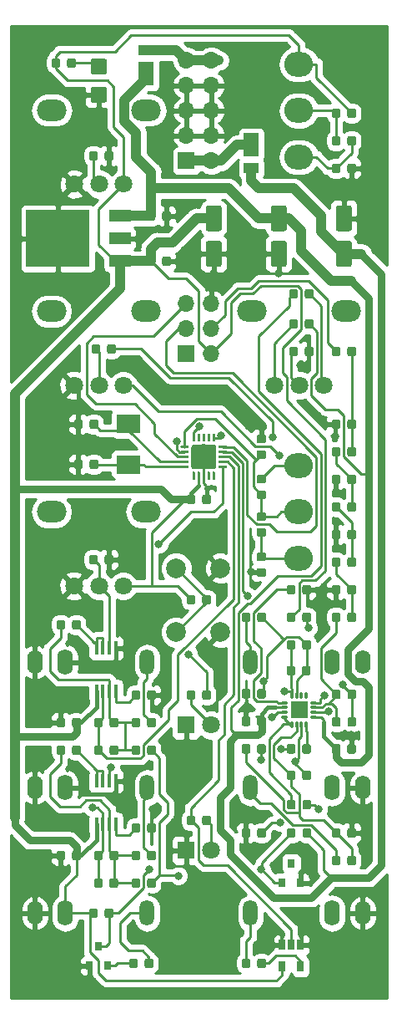
<source format=gbr>
G04 #@! TF.GenerationSoftware,KiCad,Pcbnew,5.0.2-bee76a0~70~ubuntu18.04.1*
G04 #@! TF.CreationDate,2018-12-31T18:36:31+08:00*
G04 #@! TF.ProjectId,LFO,4c464f2e-6b69-4636-9164-5f7063625858,rev?*
G04 #@! TF.SameCoordinates,PX8d9ee20PY6422c40*
G04 #@! TF.FileFunction,Copper,L2,Bot*
G04 #@! TF.FilePolarity,Positive*
%FSLAX46Y46*%
G04 Gerber Fmt 4.6, Leading zero omitted, Abs format (unit mm)*
G04 Created by KiCad (PCBNEW 5.0.2-bee76a0~70~ubuntu18.04.1) date Mon Dec 31 18:36:31 2018*
%MOMM*%
%LPD*%
G01*
G04 APERTURE LIST*
G04 #@! TA.AperFunction,SMDPad,CuDef*
%ADD10R,0.800000X0.900000*%
G04 #@! TD*
G04 #@! TA.AperFunction,Conductor*
%ADD11C,0.100000*%
G04 #@! TD*
G04 #@! TA.AperFunction,SMDPad,CuDef*
%ADD12C,0.875000*%
G04 #@! TD*
G04 #@! TA.AperFunction,ComponentPad*
%ADD13C,2.000000*%
G04 #@! TD*
G04 #@! TA.AperFunction,SMDPad,CuDef*
%ADD14C,1.600000*%
G04 #@! TD*
G04 #@! TA.AperFunction,ComponentPad*
%ADD15R,1.700000X1.700000*%
G04 #@! TD*
G04 #@! TA.AperFunction,ComponentPad*
%ADD16O,1.700000X1.700000*%
G04 #@! TD*
G04 #@! TA.AperFunction,SMDPad,CuDef*
%ADD17R,2.400000X1.900000*%
G04 #@! TD*
G04 #@! TA.AperFunction,SMDPad,CuDef*
%ADD18R,1.500000X1.050000*%
G04 #@! TD*
G04 #@! TA.AperFunction,SMDPad,CuDef*
%ADD19R,1.500000X2.400000*%
G04 #@! TD*
G04 #@! TA.AperFunction,ComponentPad*
%ADD20C,1.800000*%
G04 #@! TD*
G04 #@! TA.AperFunction,ComponentPad*
%ADD21R,1.800000X1.800000*%
G04 #@! TD*
G04 #@! TA.AperFunction,SMDPad,CuDef*
%ADD22O,0.750000X0.300000*%
G04 #@! TD*
G04 #@! TA.AperFunction,SMDPad,CuDef*
%ADD23O,0.300000X0.750000*%
G04 #@! TD*
G04 #@! TA.AperFunction,SMDPad,CuDef*
%ADD24R,1.800000X1.800000*%
G04 #@! TD*
G04 #@! TA.AperFunction,SMDPad,CuDef*
%ADD25C,2.500000*%
G04 #@! TD*
G04 #@! TA.AperFunction,SMDPad,CuDef*
%ADD26C,0.250000*%
G04 #@! TD*
G04 #@! TA.AperFunction,SMDPad,CuDef*
%ADD27R,0.450000X1.450000*%
G04 #@! TD*
G04 #@! TA.AperFunction,SMDPad,CuDef*
%ADD28R,0.650000X1.060000*%
G04 #@! TD*
G04 #@! TA.AperFunction,SMDPad,CuDef*
%ADD29R,2.200000X1.200000*%
G04 #@! TD*
G04 #@! TA.AperFunction,SMDPad,CuDef*
%ADD30R,6.400000X5.800000*%
G04 #@! TD*
G04 #@! TA.AperFunction,WasherPad*
%ADD31O,3.000000X2.200000*%
G04 #@! TD*
G04 #@! TA.AperFunction,ComponentPad*
%ADD32O,1.500000X2.600000*%
G04 #@! TD*
G04 #@! TA.AperFunction,ComponentPad*
%ADD33O,1.600000X2.400000*%
G04 #@! TD*
G04 #@! TA.AperFunction,ComponentPad*
%ADD34O,1.600000X2.600000*%
G04 #@! TD*
G04 #@! TA.AperFunction,ComponentPad*
%ADD35O,2.900000X2.500000*%
G04 #@! TD*
G04 #@! TA.AperFunction,ViaPad*
%ADD36C,0.800000*%
G04 #@! TD*
G04 #@! TA.AperFunction,Conductor*
%ADD37C,0.250000*%
G04 #@! TD*
G04 #@! TA.AperFunction,Conductor*
%ADD38C,0.750000*%
G04 #@! TD*
G04 #@! TA.AperFunction,Conductor*
%ADD39C,1.000000*%
G04 #@! TD*
G04 #@! TA.AperFunction,Conductor*
%ADD40C,0.400000*%
G04 #@! TD*
G04 #@! TA.AperFunction,Conductor*
%ADD41C,0.254000*%
G04 #@! TD*
G04 APERTURE END LIST*
D10*
G04 #@! TO.P,D6,1*
G04 #@! TO.N,GND*
X10348000Y-37576000D03*
G04 #@! TO.P,D6,2*
G04 #@! TO.N,VRef-10*
X8448000Y-37576000D03*
G04 #@! TO.P,D6,3*
G04 #@! TO.N,N/C*
X9398000Y-35576000D03*
G04 #@! TD*
D11*
G04 #@! TO.N,-12V*
G04 #@! TO.C,R44*
G36*
X11211691Y-32038053D02*
X11232926Y-32041203D01*
X11253750Y-32046419D01*
X11273962Y-32053651D01*
X11293368Y-32062830D01*
X11311781Y-32073866D01*
X11329024Y-32086654D01*
X11344930Y-32101070D01*
X11359346Y-32116976D01*
X11372134Y-32134219D01*
X11383170Y-32152632D01*
X11392349Y-32172038D01*
X11399581Y-32192250D01*
X11404797Y-32213074D01*
X11407947Y-32234309D01*
X11409000Y-32255750D01*
X11409000Y-32768250D01*
X11407947Y-32789691D01*
X11404797Y-32810926D01*
X11399581Y-32831750D01*
X11392349Y-32851962D01*
X11383170Y-32871368D01*
X11372134Y-32889781D01*
X11359346Y-32907024D01*
X11344930Y-32922930D01*
X11329024Y-32937346D01*
X11311781Y-32950134D01*
X11293368Y-32961170D01*
X11273962Y-32970349D01*
X11253750Y-32977581D01*
X11232926Y-32982797D01*
X11211691Y-32985947D01*
X11190250Y-32987000D01*
X10752750Y-32987000D01*
X10731309Y-32985947D01*
X10710074Y-32982797D01*
X10689250Y-32977581D01*
X10669038Y-32970349D01*
X10649632Y-32961170D01*
X10631219Y-32950134D01*
X10613976Y-32937346D01*
X10598070Y-32922930D01*
X10583654Y-32907024D01*
X10570866Y-32889781D01*
X10559830Y-32871368D01*
X10550651Y-32851962D01*
X10543419Y-32831750D01*
X10538203Y-32810926D01*
X10535053Y-32789691D01*
X10534000Y-32768250D01*
X10534000Y-32255750D01*
X10535053Y-32234309D01*
X10538203Y-32213074D01*
X10543419Y-32192250D01*
X10550651Y-32172038D01*
X10559830Y-32152632D01*
X10570866Y-32134219D01*
X10583654Y-32116976D01*
X10598070Y-32101070D01*
X10613976Y-32086654D01*
X10631219Y-32073866D01*
X10649632Y-32062830D01*
X10669038Y-32053651D01*
X10689250Y-32046419D01*
X10710074Y-32041203D01*
X10731309Y-32038053D01*
X10752750Y-32037000D01*
X11190250Y-32037000D01*
X11211691Y-32038053D01*
X11211691Y-32038053D01*
G37*
D12*
G04 #@! TD*
G04 #@! TO.P,R44,1*
G04 #@! TO.N,-12V*
X10971500Y-32512000D03*
D11*
G04 #@! TO.N,VRef-10*
G04 #@! TO.C,R44*
G36*
X9636691Y-32038053D02*
X9657926Y-32041203D01*
X9678750Y-32046419D01*
X9698962Y-32053651D01*
X9718368Y-32062830D01*
X9736781Y-32073866D01*
X9754024Y-32086654D01*
X9769930Y-32101070D01*
X9784346Y-32116976D01*
X9797134Y-32134219D01*
X9808170Y-32152632D01*
X9817349Y-32172038D01*
X9824581Y-32192250D01*
X9829797Y-32213074D01*
X9832947Y-32234309D01*
X9834000Y-32255750D01*
X9834000Y-32768250D01*
X9832947Y-32789691D01*
X9829797Y-32810926D01*
X9824581Y-32831750D01*
X9817349Y-32851962D01*
X9808170Y-32871368D01*
X9797134Y-32889781D01*
X9784346Y-32907024D01*
X9769930Y-32922930D01*
X9754024Y-32937346D01*
X9736781Y-32950134D01*
X9718368Y-32961170D01*
X9698962Y-32970349D01*
X9678750Y-32977581D01*
X9657926Y-32982797D01*
X9636691Y-32985947D01*
X9615250Y-32987000D01*
X9177750Y-32987000D01*
X9156309Y-32985947D01*
X9135074Y-32982797D01*
X9114250Y-32977581D01*
X9094038Y-32970349D01*
X9074632Y-32961170D01*
X9056219Y-32950134D01*
X9038976Y-32937346D01*
X9023070Y-32922930D01*
X9008654Y-32907024D01*
X8995866Y-32889781D01*
X8984830Y-32871368D01*
X8975651Y-32851962D01*
X8968419Y-32831750D01*
X8963203Y-32810926D01*
X8960053Y-32789691D01*
X8959000Y-32768250D01*
X8959000Y-32255750D01*
X8960053Y-32234309D01*
X8963203Y-32213074D01*
X8968419Y-32192250D01*
X8975651Y-32172038D01*
X8984830Y-32152632D01*
X8995866Y-32134219D01*
X9008654Y-32116976D01*
X9023070Y-32101070D01*
X9038976Y-32086654D01*
X9056219Y-32073866D01*
X9074632Y-32062830D01*
X9094038Y-32053651D01*
X9114250Y-32046419D01*
X9135074Y-32041203D01*
X9156309Y-32038053D01*
X9177750Y-32037000D01*
X9615250Y-32037000D01*
X9636691Y-32038053D01*
X9636691Y-32038053D01*
G37*
D12*
G04 #@! TD*
G04 #@! TO.P,R44,2*
G04 #@! TO.N,VRef-10*
X9396500Y-32512000D03*
D13*
G04 #@! TO.P,SW1,2*
G04 #@! TO.N,GND*
X2214000Y-12192000D03*
G04 #@! TO.P,SW1,1*
G04 #@! TO.N,RESET*
X-2286000Y-12192000D03*
G04 #@! TO.P,SW1,2*
G04 #@! TO.N,GND*
X2214000Y-5692000D03*
G04 #@! TO.P,SW1,1*
G04 #@! TO.N,RESET*
X-2286000Y-5692000D03*
G04 #@! TD*
D11*
G04 #@! TO.N,+12V*
G04 #@! TO.C,C10*
G36*
X8702504Y31038796D02*
X8726773Y31035196D01*
X8750571Y31029235D01*
X8773671Y31020970D01*
X8795849Y31010480D01*
X8816893Y30997867D01*
X8836598Y30983253D01*
X8854777Y30966777D01*
X8871253Y30948598D01*
X8885867Y30928893D01*
X8898480Y30907849D01*
X8908970Y30885671D01*
X8917235Y30862571D01*
X8923196Y30838773D01*
X8926796Y30814504D01*
X8928000Y30790000D01*
X8928000Y28690000D01*
X8926796Y28665496D01*
X8923196Y28641227D01*
X8917235Y28617429D01*
X8908970Y28594329D01*
X8898480Y28572151D01*
X8885867Y28551107D01*
X8871253Y28531402D01*
X8854777Y28513223D01*
X8836598Y28496747D01*
X8816893Y28482133D01*
X8795849Y28469520D01*
X8773671Y28459030D01*
X8750571Y28450765D01*
X8726773Y28444804D01*
X8702504Y28441204D01*
X8678000Y28440000D01*
X7578000Y28440000D01*
X7553496Y28441204D01*
X7529227Y28444804D01*
X7505429Y28450765D01*
X7482329Y28459030D01*
X7460151Y28469520D01*
X7439107Y28482133D01*
X7419402Y28496747D01*
X7401223Y28513223D01*
X7384747Y28531402D01*
X7370133Y28551107D01*
X7357520Y28572151D01*
X7347030Y28594329D01*
X7338765Y28617429D01*
X7332804Y28641227D01*
X7329204Y28665496D01*
X7328000Y28690000D01*
X7328000Y30790000D01*
X7329204Y30814504D01*
X7332804Y30838773D01*
X7338765Y30862571D01*
X7347030Y30885671D01*
X7357520Y30907849D01*
X7370133Y30928893D01*
X7384747Y30948598D01*
X7401223Y30966777D01*
X7419402Y30983253D01*
X7439107Y30997867D01*
X7460151Y31010480D01*
X7482329Y31020970D01*
X7505429Y31029235D01*
X7529227Y31035196D01*
X7553496Y31038796D01*
X7578000Y31040000D01*
X8678000Y31040000D01*
X8702504Y31038796D01*
X8702504Y31038796D01*
G37*
D14*
G04 #@! TD*
G04 #@! TO.P,C10,1*
G04 #@! TO.N,+12V*
X8128000Y29740000D03*
D11*
G04 #@! TO.N,GND*
G04 #@! TO.C,C10*
G36*
X8702504Y27438796D02*
X8726773Y27435196D01*
X8750571Y27429235D01*
X8773671Y27420970D01*
X8795849Y27410480D01*
X8816893Y27397867D01*
X8836598Y27383253D01*
X8854777Y27366777D01*
X8871253Y27348598D01*
X8885867Y27328893D01*
X8898480Y27307849D01*
X8908970Y27285671D01*
X8917235Y27262571D01*
X8923196Y27238773D01*
X8926796Y27214504D01*
X8928000Y27190000D01*
X8928000Y25090000D01*
X8926796Y25065496D01*
X8923196Y25041227D01*
X8917235Y25017429D01*
X8908970Y24994329D01*
X8898480Y24972151D01*
X8885867Y24951107D01*
X8871253Y24931402D01*
X8854777Y24913223D01*
X8836598Y24896747D01*
X8816893Y24882133D01*
X8795849Y24869520D01*
X8773671Y24859030D01*
X8750571Y24850765D01*
X8726773Y24844804D01*
X8702504Y24841204D01*
X8678000Y24840000D01*
X7578000Y24840000D01*
X7553496Y24841204D01*
X7529227Y24844804D01*
X7505429Y24850765D01*
X7482329Y24859030D01*
X7460151Y24869520D01*
X7439107Y24882133D01*
X7419402Y24896747D01*
X7401223Y24913223D01*
X7384747Y24931402D01*
X7370133Y24951107D01*
X7357520Y24972151D01*
X7347030Y24994329D01*
X7338765Y25017429D01*
X7332804Y25041227D01*
X7329204Y25065496D01*
X7328000Y25090000D01*
X7328000Y27190000D01*
X7329204Y27214504D01*
X7332804Y27238773D01*
X7338765Y27262571D01*
X7347030Y27285671D01*
X7357520Y27307849D01*
X7370133Y27328893D01*
X7384747Y27348598D01*
X7401223Y27366777D01*
X7419402Y27383253D01*
X7439107Y27397867D01*
X7460151Y27410480D01*
X7482329Y27420970D01*
X7505429Y27429235D01*
X7529227Y27435196D01*
X7553496Y27438796D01*
X7578000Y27440000D01*
X8678000Y27440000D01*
X8702504Y27438796D01*
X8702504Y27438796D01*
G37*
D14*
G04 #@! TD*
G04 #@! TO.P,C10,2*
G04 #@! TO.N,GND*
X8128000Y26140000D03*
D11*
G04 #@! TO.N,GND*
G04 #@! TO.C,C13*
G36*
X2098504Y27438796D02*
X2122773Y27435196D01*
X2146571Y27429235D01*
X2169671Y27420970D01*
X2191849Y27410480D01*
X2212893Y27397867D01*
X2232598Y27383253D01*
X2250777Y27366777D01*
X2267253Y27348598D01*
X2281867Y27328893D01*
X2294480Y27307849D01*
X2304970Y27285671D01*
X2313235Y27262571D01*
X2319196Y27238773D01*
X2322796Y27214504D01*
X2324000Y27190000D01*
X2324000Y25090000D01*
X2322796Y25065496D01*
X2319196Y25041227D01*
X2313235Y25017429D01*
X2304970Y24994329D01*
X2294480Y24972151D01*
X2281867Y24951107D01*
X2267253Y24931402D01*
X2250777Y24913223D01*
X2232598Y24896747D01*
X2212893Y24882133D01*
X2191849Y24869520D01*
X2169671Y24859030D01*
X2146571Y24850765D01*
X2122773Y24844804D01*
X2098504Y24841204D01*
X2074000Y24840000D01*
X974000Y24840000D01*
X949496Y24841204D01*
X925227Y24844804D01*
X901429Y24850765D01*
X878329Y24859030D01*
X856151Y24869520D01*
X835107Y24882133D01*
X815402Y24896747D01*
X797223Y24913223D01*
X780747Y24931402D01*
X766133Y24951107D01*
X753520Y24972151D01*
X743030Y24994329D01*
X734765Y25017429D01*
X728804Y25041227D01*
X725204Y25065496D01*
X724000Y25090000D01*
X724000Y27190000D01*
X725204Y27214504D01*
X728804Y27238773D01*
X734765Y27262571D01*
X743030Y27285671D01*
X753520Y27307849D01*
X766133Y27328893D01*
X780747Y27348598D01*
X797223Y27366777D01*
X815402Y27383253D01*
X835107Y27397867D01*
X856151Y27410480D01*
X878329Y27420970D01*
X901429Y27429235D01*
X925227Y27435196D01*
X949496Y27438796D01*
X974000Y27440000D01*
X2074000Y27440000D01*
X2098504Y27438796D01*
X2098504Y27438796D01*
G37*
D14*
G04 #@! TD*
G04 #@! TO.P,C13,2*
G04 #@! TO.N,GND*
X1524000Y26140000D03*
D11*
G04 #@! TO.N,+5V*
G04 #@! TO.C,C13*
G36*
X2098504Y31038796D02*
X2122773Y31035196D01*
X2146571Y31029235D01*
X2169671Y31020970D01*
X2191849Y31010480D01*
X2212893Y30997867D01*
X2232598Y30983253D01*
X2250777Y30966777D01*
X2267253Y30948598D01*
X2281867Y30928893D01*
X2294480Y30907849D01*
X2304970Y30885671D01*
X2313235Y30862571D01*
X2319196Y30838773D01*
X2322796Y30814504D01*
X2324000Y30790000D01*
X2324000Y28690000D01*
X2322796Y28665496D01*
X2319196Y28641227D01*
X2313235Y28617429D01*
X2304970Y28594329D01*
X2294480Y28572151D01*
X2281867Y28551107D01*
X2267253Y28531402D01*
X2250777Y28513223D01*
X2232598Y28496747D01*
X2212893Y28482133D01*
X2191849Y28469520D01*
X2169671Y28459030D01*
X2146571Y28450765D01*
X2122773Y28444804D01*
X2098504Y28441204D01*
X2074000Y28440000D01*
X974000Y28440000D01*
X949496Y28441204D01*
X925227Y28444804D01*
X901429Y28450765D01*
X878329Y28459030D01*
X856151Y28469520D01*
X835107Y28482133D01*
X815402Y28496747D01*
X797223Y28513223D01*
X780747Y28531402D01*
X766133Y28551107D01*
X753520Y28572151D01*
X743030Y28594329D01*
X734765Y28617429D01*
X728804Y28641227D01*
X725204Y28665496D01*
X724000Y28690000D01*
X724000Y30790000D01*
X725204Y30814504D01*
X728804Y30838773D01*
X734765Y30862571D01*
X743030Y30885671D01*
X753520Y30907849D01*
X766133Y30928893D01*
X780747Y30948598D01*
X797223Y30966777D01*
X815402Y30983253D01*
X835107Y30997867D01*
X856151Y31010480D01*
X878329Y31020970D01*
X901429Y31029235D01*
X925227Y31035196D01*
X949496Y31038796D01*
X974000Y31040000D01*
X2074000Y31040000D01*
X2098504Y31038796D01*
X2098504Y31038796D01*
G37*
D14*
G04 #@! TD*
G04 #@! TO.P,C13,1*
G04 #@! TO.N,+5V*
X1524000Y29740000D03*
D11*
G04 #@! TO.N,GND*
G04 #@! TO.C,C14*
G36*
X15306504Y31038796D02*
X15330773Y31035196D01*
X15354571Y31029235D01*
X15377671Y31020970D01*
X15399849Y31010480D01*
X15420893Y30997867D01*
X15440598Y30983253D01*
X15458777Y30966777D01*
X15475253Y30948598D01*
X15489867Y30928893D01*
X15502480Y30907849D01*
X15512970Y30885671D01*
X15521235Y30862571D01*
X15527196Y30838773D01*
X15530796Y30814504D01*
X15532000Y30790000D01*
X15532000Y28690000D01*
X15530796Y28665496D01*
X15527196Y28641227D01*
X15521235Y28617429D01*
X15512970Y28594329D01*
X15502480Y28572151D01*
X15489867Y28551107D01*
X15475253Y28531402D01*
X15458777Y28513223D01*
X15440598Y28496747D01*
X15420893Y28482133D01*
X15399849Y28469520D01*
X15377671Y28459030D01*
X15354571Y28450765D01*
X15330773Y28444804D01*
X15306504Y28441204D01*
X15282000Y28440000D01*
X14182000Y28440000D01*
X14157496Y28441204D01*
X14133227Y28444804D01*
X14109429Y28450765D01*
X14086329Y28459030D01*
X14064151Y28469520D01*
X14043107Y28482133D01*
X14023402Y28496747D01*
X14005223Y28513223D01*
X13988747Y28531402D01*
X13974133Y28551107D01*
X13961520Y28572151D01*
X13951030Y28594329D01*
X13942765Y28617429D01*
X13936804Y28641227D01*
X13933204Y28665496D01*
X13932000Y28690000D01*
X13932000Y30790000D01*
X13933204Y30814504D01*
X13936804Y30838773D01*
X13942765Y30862571D01*
X13951030Y30885671D01*
X13961520Y30907849D01*
X13974133Y30928893D01*
X13988747Y30948598D01*
X14005223Y30966777D01*
X14023402Y30983253D01*
X14043107Y30997867D01*
X14064151Y31010480D01*
X14086329Y31020970D01*
X14109429Y31029235D01*
X14133227Y31035196D01*
X14157496Y31038796D01*
X14182000Y31040000D01*
X15282000Y31040000D01*
X15306504Y31038796D01*
X15306504Y31038796D01*
G37*
D14*
G04 #@! TD*
G04 #@! TO.P,C14,1*
G04 #@! TO.N,GND*
X14732000Y29740000D03*
D11*
G04 #@! TO.N,-12V*
G04 #@! TO.C,C14*
G36*
X15306504Y27438796D02*
X15330773Y27435196D01*
X15354571Y27429235D01*
X15377671Y27420970D01*
X15399849Y27410480D01*
X15420893Y27397867D01*
X15440598Y27383253D01*
X15458777Y27366777D01*
X15475253Y27348598D01*
X15489867Y27328893D01*
X15502480Y27307849D01*
X15512970Y27285671D01*
X15521235Y27262571D01*
X15527196Y27238773D01*
X15530796Y27214504D01*
X15532000Y27190000D01*
X15532000Y25090000D01*
X15530796Y25065496D01*
X15527196Y25041227D01*
X15521235Y25017429D01*
X15512970Y24994329D01*
X15502480Y24972151D01*
X15489867Y24951107D01*
X15475253Y24931402D01*
X15458777Y24913223D01*
X15440598Y24896747D01*
X15420893Y24882133D01*
X15399849Y24869520D01*
X15377671Y24859030D01*
X15354571Y24850765D01*
X15330773Y24844804D01*
X15306504Y24841204D01*
X15282000Y24840000D01*
X14182000Y24840000D01*
X14157496Y24841204D01*
X14133227Y24844804D01*
X14109429Y24850765D01*
X14086329Y24859030D01*
X14064151Y24869520D01*
X14043107Y24882133D01*
X14023402Y24896747D01*
X14005223Y24913223D01*
X13988747Y24931402D01*
X13974133Y24951107D01*
X13961520Y24972151D01*
X13951030Y24994329D01*
X13942765Y25017429D01*
X13936804Y25041227D01*
X13933204Y25065496D01*
X13932000Y25090000D01*
X13932000Y27190000D01*
X13933204Y27214504D01*
X13936804Y27238773D01*
X13942765Y27262571D01*
X13951030Y27285671D01*
X13961520Y27307849D01*
X13974133Y27328893D01*
X13988747Y27348598D01*
X14005223Y27366777D01*
X14023402Y27383253D01*
X14043107Y27397867D01*
X14064151Y27410480D01*
X14086329Y27420970D01*
X14109429Y27429235D01*
X14133227Y27435196D01*
X14157496Y27438796D01*
X14182000Y27440000D01*
X15282000Y27440000D01*
X15306504Y27438796D01*
X15306504Y27438796D01*
G37*
D14*
G04 #@! TD*
G04 #@! TO.P,C14,2*
G04 #@! TO.N,-12V*
X14732000Y26140000D03*
D11*
G04 #@! TO.N,Net-(C1-Pad2)*
G04 #@! TO.C,C1*
G36*
X-10402309Y5299947D02*
X-10381074Y5296797D01*
X-10360250Y5291581D01*
X-10340038Y5284349D01*
X-10320632Y5275170D01*
X-10302219Y5264134D01*
X-10284976Y5251346D01*
X-10269070Y5236930D01*
X-10254654Y5221024D01*
X-10241866Y5203781D01*
X-10230830Y5185368D01*
X-10221651Y5165962D01*
X-10214419Y5145750D01*
X-10209203Y5124926D01*
X-10206053Y5103691D01*
X-10205000Y5082250D01*
X-10205000Y4569750D01*
X-10206053Y4548309D01*
X-10209203Y4527074D01*
X-10214419Y4506250D01*
X-10221651Y4486038D01*
X-10230830Y4466632D01*
X-10241866Y4448219D01*
X-10254654Y4430976D01*
X-10269070Y4415070D01*
X-10284976Y4400654D01*
X-10302219Y4387866D01*
X-10320632Y4376830D01*
X-10340038Y4367651D01*
X-10360250Y4360419D01*
X-10381074Y4355203D01*
X-10402309Y4352053D01*
X-10423750Y4351000D01*
X-10861250Y4351000D01*
X-10882691Y4352053D01*
X-10903926Y4355203D01*
X-10924750Y4360419D01*
X-10944962Y4367651D01*
X-10964368Y4376830D01*
X-10982781Y4387866D01*
X-11000024Y4400654D01*
X-11015930Y4415070D01*
X-11030346Y4430976D01*
X-11043134Y4448219D01*
X-11054170Y4466632D01*
X-11063349Y4486038D01*
X-11070581Y4506250D01*
X-11075797Y4527074D01*
X-11078947Y4548309D01*
X-11080000Y4569750D01*
X-11080000Y5082250D01*
X-11078947Y5103691D01*
X-11075797Y5124926D01*
X-11070581Y5145750D01*
X-11063349Y5165962D01*
X-11054170Y5185368D01*
X-11043134Y5203781D01*
X-11030346Y5221024D01*
X-11015930Y5236930D01*
X-11000024Y5251346D01*
X-10982781Y5264134D01*
X-10964368Y5275170D01*
X-10944962Y5284349D01*
X-10924750Y5291581D01*
X-10903926Y5296797D01*
X-10882691Y5299947D01*
X-10861250Y5301000D01*
X-10423750Y5301000D01*
X-10402309Y5299947D01*
X-10402309Y5299947D01*
G37*
D12*
G04 #@! TD*
G04 #@! TO.P,C1,2*
G04 #@! TO.N,Net-(C1-Pad2)*
X-10642500Y4826000D03*
D11*
G04 #@! TO.N,GND*
G04 #@! TO.C,C1*
G36*
X-11977309Y5299947D02*
X-11956074Y5296797D01*
X-11935250Y5291581D01*
X-11915038Y5284349D01*
X-11895632Y5275170D01*
X-11877219Y5264134D01*
X-11859976Y5251346D01*
X-11844070Y5236930D01*
X-11829654Y5221024D01*
X-11816866Y5203781D01*
X-11805830Y5185368D01*
X-11796651Y5165962D01*
X-11789419Y5145750D01*
X-11784203Y5124926D01*
X-11781053Y5103691D01*
X-11780000Y5082250D01*
X-11780000Y4569750D01*
X-11781053Y4548309D01*
X-11784203Y4527074D01*
X-11789419Y4506250D01*
X-11796651Y4486038D01*
X-11805830Y4466632D01*
X-11816866Y4448219D01*
X-11829654Y4430976D01*
X-11844070Y4415070D01*
X-11859976Y4400654D01*
X-11877219Y4387866D01*
X-11895632Y4376830D01*
X-11915038Y4367651D01*
X-11935250Y4360419D01*
X-11956074Y4355203D01*
X-11977309Y4352053D01*
X-11998750Y4351000D01*
X-12436250Y4351000D01*
X-12457691Y4352053D01*
X-12478926Y4355203D01*
X-12499750Y4360419D01*
X-12519962Y4367651D01*
X-12539368Y4376830D01*
X-12557781Y4387866D01*
X-12575024Y4400654D01*
X-12590930Y4415070D01*
X-12605346Y4430976D01*
X-12618134Y4448219D01*
X-12629170Y4466632D01*
X-12638349Y4486038D01*
X-12645581Y4506250D01*
X-12650797Y4527074D01*
X-12653947Y4548309D01*
X-12655000Y4569750D01*
X-12655000Y5082250D01*
X-12653947Y5103691D01*
X-12650797Y5124926D01*
X-12645581Y5145750D01*
X-12638349Y5165962D01*
X-12629170Y5185368D01*
X-12618134Y5203781D01*
X-12605346Y5221024D01*
X-12590930Y5236930D01*
X-12575024Y5251346D01*
X-12557781Y5264134D01*
X-12539368Y5275170D01*
X-12519962Y5284349D01*
X-12499750Y5291581D01*
X-12478926Y5296797D01*
X-12457691Y5299947D01*
X-12436250Y5301000D01*
X-11998750Y5301000D01*
X-11977309Y5299947D01*
X-11977309Y5299947D01*
G37*
D12*
G04 #@! TD*
G04 #@! TO.P,C1,1*
G04 #@! TO.N,GND*
X-12217500Y4826000D03*
D11*
G04 #@! TO.N,GND*
G04 #@! TO.C,C2*
G36*
X-11977309Y9363947D02*
X-11956074Y9360797D01*
X-11935250Y9355581D01*
X-11915038Y9348349D01*
X-11895632Y9339170D01*
X-11877219Y9328134D01*
X-11859976Y9315346D01*
X-11844070Y9300930D01*
X-11829654Y9285024D01*
X-11816866Y9267781D01*
X-11805830Y9249368D01*
X-11796651Y9229962D01*
X-11789419Y9209750D01*
X-11784203Y9188926D01*
X-11781053Y9167691D01*
X-11780000Y9146250D01*
X-11780000Y8633750D01*
X-11781053Y8612309D01*
X-11784203Y8591074D01*
X-11789419Y8570250D01*
X-11796651Y8550038D01*
X-11805830Y8530632D01*
X-11816866Y8512219D01*
X-11829654Y8494976D01*
X-11844070Y8479070D01*
X-11859976Y8464654D01*
X-11877219Y8451866D01*
X-11895632Y8440830D01*
X-11915038Y8431651D01*
X-11935250Y8424419D01*
X-11956074Y8419203D01*
X-11977309Y8416053D01*
X-11998750Y8415000D01*
X-12436250Y8415000D01*
X-12457691Y8416053D01*
X-12478926Y8419203D01*
X-12499750Y8424419D01*
X-12519962Y8431651D01*
X-12539368Y8440830D01*
X-12557781Y8451866D01*
X-12575024Y8464654D01*
X-12590930Y8479070D01*
X-12605346Y8494976D01*
X-12618134Y8512219D01*
X-12629170Y8530632D01*
X-12638349Y8550038D01*
X-12645581Y8570250D01*
X-12650797Y8591074D01*
X-12653947Y8612309D01*
X-12655000Y8633750D01*
X-12655000Y9146250D01*
X-12653947Y9167691D01*
X-12650797Y9188926D01*
X-12645581Y9209750D01*
X-12638349Y9229962D01*
X-12629170Y9249368D01*
X-12618134Y9267781D01*
X-12605346Y9285024D01*
X-12590930Y9300930D01*
X-12575024Y9315346D01*
X-12557781Y9328134D01*
X-12539368Y9339170D01*
X-12519962Y9348349D01*
X-12499750Y9355581D01*
X-12478926Y9360797D01*
X-12457691Y9363947D01*
X-12436250Y9365000D01*
X-11998750Y9365000D01*
X-11977309Y9363947D01*
X-11977309Y9363947D01*
G37*
D12*
G04 #@! TD*
G04 #@! TO.P,C2,1*
G04 #@! TO.N,GND*
X-12217500Y8890000D03*
D11*
G04 #@! TO.N,Net-(C2-Pad2)*
G04 #@! TO.C,C2*
G36*
X-10402309Y9363947D02*
X-10381074Y9360797D01*
X-10360250Y9355581D01*
X-10340038Y9348349D01*
X-10320632Y9339170D01*
X-10302219Y9328134D01*
X-10284976Y9315346D01*
X-10269070Y9300930D01*
X-10254654Y9285024D01*
X-10241866Y9267781D01*
X-10230830Y9249368D01*
X-10221651Y9229962D01*
X-10214419Y9209750D01*
X-10209203Y9188926D01*
X-10206053Y9167691D01*
X-10205000Y9146250D01*
X-10205000Y8633750D01*
X-10206053Y8612309D01*
X-10209203Y8591074D01*
X-10214419Y8570250D01*
X-10221651Y8550038D01*
X-10230830Y8530632D01*
X-10241866Y8512219D01*
X-10254654Y8494976D01*
X-10269070Y8479070D01*
X-10284976Y8464654D01*
X-10302219Y8451866D01*
X-10320632Y8440830D01*
X-10340038Y8431651D01*
X-10360250Y8424419D01*
X-10381074Y8419203D01*
X-10402309Y8416053D01*
X-10423750Y8415000D01*
X-10861250Y8415000D01*
X-10882691Y8416053D01*
X-10903926Y8419203D01*
X-10924750Y8424419D01*
X-10944962Y8431651D01*
X-10964368Y8440830D01*
X-10982781Y8451866D01*
X-11000024Y8464654D01*
X-11015930Y8479070D01*
X-11030346Y8494976D01*
X-11043134Y8512219D01*
X-11054170Y8530632D01*
X-11063349Y8550038D01*
X-11070581Y8570250D01*
X-11075797Y8591074D01*
X-11078947Y8612309D01*
X-11080000Y8633750D01*
X-11080000Y9146250D01*
X-11078947Y9167691D01*
X-11075797Y9188926D01*
X-11070581Y9209750D01*
X-11063349Y9229962D01*
X-11054170Y9249368D01*
X-11043134Y9267781D01*
X-11030346Y9285024D01*
X-11015930Y9300930D01*
X-11000024Y9315346D01*
X-10982781Y9328134D01*
X-10964368Y9339170D01*
X-10944962Y9348349D01*
X-10924750Y9355581D01*
X-10903926Y9360797D01*
X-10882691Y9363947D01*
X-10861250Y9365000D01*
X-10423750Y9365000D01*
X-10402309Y9363947D01*
X-10402309Y9363947D01*
G37*
D12*
G04 #@! TD*
G04 #@! TO.P,C2,2*
G04 #@! TO.N,Net-(C2-Pad2)*
X-10642500Y8890000D03*
D11*
G04 #@! TO.N,Net-(C4-Pad2)*
G04 #@! TO.C,C4*
G36*
X-8382309Y-37118053D02*
X-8361074Y-37121203D01*
X-8340250Y-37126419D01*
X-8320038Y-37133651D01*
X-8300632Y-37142830D01*
X-8282219Y-37153866D01*
X-8264976Y-37166654D01*
X-8249070Y-37181070D01*
X-8234654Y-37196976D01*
X-8221866Y-37214219D01*
X-8210830Y-37232632D01*
X-8201651Y-37252038D01*
X-8194419Y-37272250D01*
X-8189203Y-37293074D01*
X-8186053Y-37314309D01*
X-8185000Y-37335750D01*
X-8185000Y-37848250D01*
X-8186053Y-37869691D01*
X-8189203Y-37890926D01*
X-8194419Y-37911750D01*
X-8201651Y-37931962D01*
X-8210830Y-37951368D01*
X-8221866Y-37969781D01*
X-8234654Y-37987024D01*
X-8249070Y-38002930D01*
X-8264976Y-38017346D01*
X-8282219Y-38030134D01*
X-8300632Y-38041170D01*
X-8320038Y-38050349D01*
X-8340250Y-38057581D01*
X-8361074Y-38062797D01*
X-8382309Y-38065947D01*
X-8403750Y-38067000D01*
X-8841250Y-38067000D01*
X-8862691Y-38065947D01*
X-8883926Y-38062797D01*
X-8904750Y-38057581D01*
X-8924962Y-38050349D01*
X-8944368Y-38041170D01*
X-8962781Y-38030134D01*
X-8980024Y-38017346D01*
X-8995930Y-38002930D01*
X-9010346Y-37987024D01*
X-9023134Y-37969781D01*
X-9034170Y-37951368D01*
X-9043349Y-37931962D01*
X-9050581Y-37911750D01*
X-9055797Y-37890926D01*
X-9058947Y-37869691D01*
X-9060000Y-37848250D01*
X-9060000Y-37335750D01*
X-9058947Y-37314309D01*
X-9055797Y-37293074D01*
X-9050581Y-37272250D01*
X-9043349Y-37252038D01*
X-9034170Y-37232632D01*
X-9023134Y-37214219D01*
X-9010346Y-37196976D01*
X-8995930Y-37181070D01*
X-8980024Y-37166654D01*
X-8962781Y-37153866D01*
X-8944368Y-37142830D01*
X-8924962Y-37133651D01*
X-8904750Y-37126419D01*
X-8883926Y-37121203D01*
X-8862691Y-37118053D01*
X-8841250Y-37117000D01*
X-8403750Y-37117000D01*
X-8382309Y-37118053D01*
X-8382309Y-37118053D01*
G37*
D12*
G04 #@! TD*
G04 #@! TO.P,C4,2*
G04 #@! TO.N,Net-(C4-Pad2)*
X-8622500Y-37592000D03*
D11*
G04 #@! TO.N,FREQ*
G04 #@! TO.C,C4*
G36*
X-9957309Y-37118053D02*
X-9936074Y-37121203D01*
X-9915250Y-37126419D01*
X-9895038Y-37133651D01*
X-9875632Y-37142830D01*
X-9857219Y-37153866D01*
X-9839976Y-37166654D01*
X-9824070Y-37181070D01*
X-9809654Y-37196976D01*
X-9796866Y-37214219D01*
X-9785830Y-37232632D01*
X-9776651Y-37252038D01*
X-9769419Y-37272250D01*
X-9764203Y-37293074D01*
X-9761053Y-37314309D01*
X-9760000Y-37335750D01*
X-9760000Y-37848250D01*
X-9761053Y-37869691D01*
X-9764203Y-37890926D01*
X-9769419Y-37911750D01*
X-9776651Y-37931962D01*
X-9785830Y-37951368D01*
X-9796866Y-37969781D01*
X-9809654Y-37987024D01*
X-9824070Y-38002930D01*
X-9839976Y-38017346D01*
X-9857219Y-38030134D01*
X-9875632Y-38041170D01*
X-9895038Y-38050349D01*
X-9915250Y-38057581D01*
X-9936074Y-38062797D01*
X-9957309Y-38065947D01*
X-9978750Y-38067000D01*
X-10416250Y-38067000D01*
X-10437691Y-38065947D01*
X-10458926Y-38062797D01*
X-10479750Y-38057581D01*
X-10499962Y-38050349D01*
X-10519368Y-38041170D01*
X-10537781Y-38030134D01*
X-10555024Y-38017346D01*
X-10570930Y-38002930D01*
X-10585346Y-37987024D01*
X-10598134Y-37969781D01*
X-10609170Y-37951368D01*
X-10618349Y-37931962D01*
X-10625581Y-37911750D01*
X-10630797Y-37890926D01*
X-10633947Y-37869691D01*
X-10635000Y-37848250D01*
X-10635000Y-37335750D01*
X-10633947Y-37314309D01*
X-10630797Y-37293074D01*
X-10625581Y-37272250D01*
X-10618349Y-37252038D01*
X-10609170Y-37232632D01*
X-10598134Y-37214219D01*
X-10585346Y-37196976D01*
X-10570930Y-37181070D01*
X-10555024Y-37166654D01*
X-10537781Y-37153866D01*
X-10519368Y-37142830D01*
X-10499962Y-37133651D01*
X-10479750Y-37126419D01*
X-10458926Y-37121203D01*
X-10437691Y-37118053D01*
X-10416250Y-37117000D01*
X-9978750Y-37117000D01*
X-9957309Y-37118053D01*
X-9957309Y-37118053D01*
G37*
D12*
G04 #@! TD*
G04 #@! TO.P,C4,1*
G04 #@! TO.N,FREQ*
X-10197500Y-37592000D03*
D11*
G04 #@! TO.N,Net-(C5-Pad1)*
G04 #@! TO.C,C5*
G36*
X-10453309Y36541947D02*
X-10432074Y36538797D01*
X-10411250Y36533581D01*
X-10391038Y36526349D01*
X-10371632Y36517170D01*
X-10353219Y36506134D01*
X-10335976Y36493346D01*
X-10320070Y36478930D01*
X-10305654Y36463024D01*
X-10292866Y36445781D01*
X-10281830Y36427368D01*
X-10272651Y36407962D01*
X-10265419Y36387750D01*
X-10260203Y36366926D01*
X-10257053Y36345691D01*
X-10256000Y36324250D01*
X-10256000Y35811750D01*
X-10257053Y35790309D01*
X-10260203Y35769074D01*
X-10265419Y35748250D01*
X-10272651Y35728038D01*
X-10281830Y35708632D01*
X-10292866Y35690219D01*
X-10305654Y35672976D01*
X-10320070Y35657070D01*
X-10335976Y35642654D01*
X-10353219Y35629866D01*
X-10371632Y35618830D01*
X-10391038Y35609651D01*
X-10411250Y35602419D01*
X-10432074Y35597203D01*
X-10453309Y35594053D01*
X-10474750Y35593000D01*
X-10912250Y35593000D01*
X-10933691Y35594053D01*
X-10954926Y35597203D01*
X-10975750Y35602419D01*
X-10995962Y35609651D01*
X-11015368Y35618830D01*
X-11033781Y35629866D01*
X-11051024Y35642654D01*
X-11066930Y35657070D01*
X-11081346Y35672976D01*
X-11094134Y35690219D01*
X-11105170Y35708632D01*
X-11114349Y35728038D01*
X-11121581Y35748250D01*
X-11126797Y35769074D01*
X-11129947Y35790309D01*
X-11131000Y35811750D01*
X-11131000Y36324250D01*
X-11129947Y36345691D01*
X-11126797Y36366926D01*
X-11121581Y36387750D01*
X-11114349Y36407962D01*
X-11105170Y36427368D01*
X-11094134Y36445781D01*
X-11081346Y36463024D01*
X-11066930Y36478930D01*
X-11051024Y36493346D01*
X-11033781Y36506134D01*
X-11015368Y36517170D01*
X-10995962Y36526349D01*
X-10975750Y36533581D01*
X-10954926Y36538797D01*
X-10933691Y36541947D01*
X-10912250Y36543000D01*
X-10474750Y36543000D01*
X-10453309Y36541947D01*
X-10453309Y36541947D01*
G37*
D12*
G04 #@! TD*
G04 #@! TO.P,C5,1*
G04 #@! TO.N,Net-(C5-Pad1)*
X-10693500Y36068000D03*
D11*
G04 #@! TO.N,GND*
G04 #@! TO.C,C5*
G36*
X-8878309Y36541947D02*
X-8857074Y36538797D01*
X-8836250Y36533581D01*
X-8816038Y36526349D01*
X-8796632Y36517170D01*
X-8778219Y36506134D01*
X-8760976Y36493346D01*
X-8745070Y36478930D01*
X-8730654Y36463024D01*
X-8717866Y36445781D01*
X-8706830Y36427368D01*
X-8697651Y36407962D01*
X-8690419Y36387750D01*
X-8685203Y36366926D01*
X-8682053Y36345691D01*
X-8681000Y36324250D01*
X-8681000Y35811750D01*
X-8682053Y35790309D01*
X-8685203Y35769074D01*
X-8690419Y35748250D01*
X-8697651Y35728038D01*
X-8706830Y35708632D01*
X-8717866Y35690219D01*
X-8730654Y35672976D01*
X-8745070Y35657070D01*
X-8760976Y35642654D01*
X-8778219Y35629866D01*
X-8796632Y35618830D01*
X-8816038Y35609651D01*
X-8836250Y35602419D01*
X-8857074Y35597203D01*
X-8878309Y35594053D01*
X-8899750Y35593000D01*
X-9337250Y35593000D01*
X-9358691Y35594053D01*
X-9379926Y35597203D01*
X-9400750Y35602419D01*
X-9420962Y35609651D01*
X-9440368Y35618830D01*
X-9458781Y35629866D01*
X-9476024Y35642654D01*
X-9491930Y35657070D01*
X-9506346Y35672976D01*
X-9519134Y35690219D01*
X-9530170Y35708632D01*
X-9539349Y35728038D01*
X-9546581Y35748250D01*
X-9551797Y35769074D01*
X-9554947Y35790309D01*
X-9556000Y35811750D01*
X-9556000Y36324250D01*
X-9554947Y36345691D01*
X-9551797Y36366926D01*
X-9546581Y36387750D01*
X-9539349Y36407962D01*
X-9530170Y36427368D01*
X-9519134Y36445781D01*
X-9506346Y36463024D01*
X-9491930Y36478930D01*
X-9476024Y36493346D01*
X-9458781Y36506134D01*
X-9440368Y36517170D01*
X-9420962Y36526349D01*
X-9400750Y36533581D01*
X-9379926Y36538797D01*
X-9358691Y36541947D01*
X-9337250Y36543000D01*
X-8899750Y36543000D01*
X-8878309Y36541947D01*
X-8878309Y36541947D01*
G37*
D12*
G04 #@! TD*
G04 #@! TO.P,C5,2*
G04 #@! TO.N,GND*
X-9118500Y36068000D03*
D11*
G04 #@! TO.N,GND*
G04 #@! TO.C,C6*
G36*
X-13755309Y-34324053D02*
X-13734074Y-34327203D01*
X-13713250Y-34332419D01*
X-13693038Y-34339651D01*
X-13673632Y-34348830D01*
X-13655219Y-34359866D01*
X-13637976Y-34372654D01*
X-13622070Y-34387070D01*
X-13607654Y-34402976D01*
X-13594866Y-34420219D01*
X-13583830Y-34438632D01*
X-13574651Y-34458038D01*
X-13567419Y-34478250D01*
X-13562203Y-34499074D01*
X-13559053Y-34520309D01*
X-13558000Y-34541750D01*
X-13558000Y-35054250D01*
X-13559053Y-35075691D01*
X-13562203Y-35096926D01*
X-13567419Y-35117750D01*
X-13574651Y-35137962D01*
X-13583830Y-35157368D01*
X-13594866Y-35175781D01*
X-13607654Y-35193024D01*
X-13622070Y-35208930D01*
X-13637976Y-35223346D01*
X-13655219Y-35236134D01*
X-13673632Y-35247170D01*
X-13693038Y-35256349D01*
X-13713250Y-35263581D01*
X-13734074Y-35268797D01*
X-13755309Y-35271947D01*
X-13776750Y-35273000D01*
X-14214250Y-35273000D01*
X-14235691Y-35271947D01*
X-14256926Y-35268797D01*
X-14277750Y-35263581D01*
X-14297962Y-35256349D01*
X-14317368Y-35247170D01*
X-14335781Y-35236134D01*
X-14353024Y-35223346D01*
X-14368930Y-35208930D01*
X-14383346Y-35193024D01*
X-14396134Y-35175781D01*
X-14407170Y-35157368D01*
X-14416349Y-35137962D01*
X-14423581Y-35117750D01*
X-14428797Y-35096926D01*
X-14431947Y-35075691D01*
X-14433000Y-35054250D01*
X-14433000Y-34541750D01*
X-14431947Y-34520309D01*
X-14428797Y-34499074D01*
X-14423581Y-34478250D01*
X-14416349Y-34458038D01*
X-14407170Y-34438632D01*
X-14396134Y-34420219D01*
X-14383346Y-34402976D01*
X-14368930Y-34387070D01*
X-14353024Y-34372654D01*
X-14335781Y-34359866D01*
X-14317368Y-34348830D01*
X-14297962Y-34339651D01*
X-14277750Y-34332419D01*
X-14256926Y-34327203D01*
X-14235691Y-34324053D01*
X-14214250Y-34323000D01*
X-13776750Y-34323000D01*
X-13755309Y-34324053D01*
X-13755309Y-34324053D01*
G37*
D12*
G04 #@! TD*
G04 #@! TO.P,C6,2*
G04 #@! TO.N,GND*
X-13995500Y-34798000D03*
D11*
G04 #@! TO.N,+5V*
G04 #@! TO.C,C6*
G36*
X-12180309Y-34324053D02*
X-12159074Y-34327203D01*
X-12138250Y-34332419D01*
X-12118038Y-34339651D01*
X-12098632Y-34348830D01*
X-12080219Y-34359866D01*
X-12062976Y-34372654D01*
X-12047070Y-34387070D01*
X-12032654Y-34402976D01*
X-12019866Y-34420219D01*
X-12008830Y-34438632D01*
X-11999651Y-34458038D01*
X-11992419Y-34478250D01*
X-11987203Y-34499074D01*
X-11984053Y-34520309D01*
X-11983000Y-34541750D01*
X-11983000Y-35054250D01*
X-11984053Y-35075691D01*
X-11987203Y-35096926D01*
X-11992419Y-35117750D01*
X-11999651Y-35137962D01*
X-12008830Y-35157368D01*
X-12019866Y-35175781D01*
X-12032654Y-35193024D01*
X-12047070Y-35208930D01*
X-12062976Y-35223346D01*
X-12080219Y-35236134D01*
X-12098632Y-35247170D01*
X-12118038Y-35256349D01*
X-12138250Y-35263581D01*
X-12159074Y-35268797D01*
X-12180309Y-35271947D01*
X-12201750Y-35273000D01*
X-12639250Y-35273000D01*
X-12660691Y-35271947D01*
X-12681926Y-35268797D01*
X-12702750Y-35263581D01*
X-12722962Y-35256349D01*
X-12742368Y-35247170D01*
X-12760781Y-35236134D01*
X-12778024Y-35223346D01*
X-12793930Y-35208930D01*
X-12808346Y-35193024D01*
X-12821134Y-35175781D01*
X-12832170Y-35157368D01*
X-12841349Y-35137962D01*
X-12848581Y-35117750D01*
X-12853797Y-35096926D01*
X-12856947Y-35075691D01*
X-12858000Y-35054250D01*
X-12858000Y-34541750D01*
X-12856947Y-34520309D01*
X-12853797Y-34499074D01*
X-12848581Y-34478250D01*
X-12841349Y-34458038D01*
X-12832170Y-34438632D01*
X-12821134Y-34420219D01*
X-12808346Y-34402976D01*
X-12793930Y-34387070D01*
X-12778024Y-34372654D01*
X-12760781Y-34359866D01*
X-12742368Y-34348830D01*
X-12722962Y-34339651D01*
X-12702750Y-34332419D01*
X-12681926Y-34327203D01*
X-12660691Y-34324053D01*
X-12639250Y-34323000D01*
X-12201750Y-34323000D01*
X-12180309Y-34324053D01*
X-12180309Y-34324053D01*
G37*
D12*
G04 #@! TD*
G04 #@! TO.P,C6,1*
G04 #@! TO.N,+5V*
X-12420500Y-34798000D03*
D11*
G04 #@! TO.N,PWM*
G04 #@! TO.C,C7*
G36*
X-9945309Y-23656053D02*
X-9924074Y-23659203D01*
X-9903250Y-23664419D01*
X-9883038Y-23671651D01*
X-9863632Y-23680830D01*
X-9845219Y-23691866D01*
X-9827976Y-23704654D01*
X-9812070Y-23719070D01*
X-9797654Y-23734976D01*
X-9784866Y-23752219D01*
X-9773830Y-23770632D01*
X-9764651Y-23790038D01*
X-9757419Y-23810250D01*
X-9752203Y-23831074D01*
X-9749053Y-23852309D01*
X-9748000Y-23873750D01*
X-9748000Y-24386250D01*
X-9749053Y-24407691D01*
X-9752203Y-24428926D01*
X-9757419Y-24449750D01*
X-9764651Y-24469962D01*
X-9773830Y-24489368D01*
X-9784866Y-24507781D01*
X-9797654Y-24525024D01*
X-9812070Y-24540930D01*
X-9827976Y-24555346D01*
X-9845219Y-24568134D01*
X-9863632Y-24579170D01*
X-9883038Y-24588349D01*
X-9903250Y-24595581D01*
X-9924074Y-24600797D01*
X-9945309Y-24603947D01*
X-9966750Y-24605000D01*
X-10404250Y-24605000D01*
X-10425691Y-24603947D01*
X-10446926Y-24600797D01*
X-10467750Y-24595581D01*
X-10487962Y-24588349D01*
X-10507368Y-24579170D01*
X-10525781Y-24568134D01*
X-10543024Y-24555346D01*
X-10558930Y-24540930D01*
X-10573346Y-24525024D01*
X-10586134Y-24507781D01*
X-10597170Y-24489368D01*
X-10606349Y-24469962D01*
X-10613581Y-24449750D01*
X-10618797Y-24428926D01*
X-10621947Y-24407691D01*
X-10623000Y-24386250D01*
X-10623000Y-23873750D01*
X-10621947Y-23852309D01*
X-10618797Y-23831074D01*
X-10613581Y-23810250D01*
X-10606349Y-23790038D01*
X-10597170Y-23770632D01*
X-10586134Y-23752219D01*
X-10573346Y-23734976D01*
X-10558930Y-23719070D01*
X-10543024Y-23704654D01*
X-10525781Y-23691866D01*
X-10507368Y-23680830D01*
X-10487962Y-23671651D01*
X-10467750Y-23664419D01*
X-10446926Y-23659203D01*
X-10425691Y-23656053D01*
X-10404250Y-23655000D01*
X-9966750Y-23655000D01*
X-9945309Y-23656053D01*
X-9945309Y-23656053D01*
G37*
D12*
G04 #@! TD*
G04 #@! TO.P,C7,1*
G04 #@! TO.N,PWM*
X-10185500Y-24130000D03*
D11*
G04 #@! TO.N,Net-(C7-Pad2)*
G04 #@! TO.C,C7*
G36*
X-8370309Y-23656053D02*
X-8349074Y-23659203D01*
X-8328250Y-23664419D01*
X-8308038Y-23671651D01*
X-8288632Y-23680830D01*
X-8270219Y-23691866D01*
X-8252976Y-23704654D01*
X-8237070Y-23719070D01*
X-8222654Y-23734976D01*
X-8209866Y-23752219D01*
X-8198830Y-23770632D01*
X-8189651Y-23790038D01*
X-8182419Y-23810250D01*
X-8177203Y-23831074D01*
X-8174053Y-23852309D01*
X-8173000Y-23873750D01*
X-8173000Y-24386250D01*
X-8174053Y-24407691D01*
X-8177203Y-24428926D01*
X-8182419Y-24449750D01*
X-8189651Y-24469962D01*
X-8198830Y-24489368D01*
X-8209866Y-24507781D01*
X-8222654Y-24525024D01*
X-8237070Y-24540930D01*
X-8252976Y-24555346D01*
X-8270219Y-24568134D01*
X-8288632Y-24579170D01*
X-8308038Y-24588349D01*
X-8328250Y-24595581D01*
X-8349074Y-24600797D01*
X-8370309Y-24603947D01*
X-8391750Y-24605000D01*
X-8829250Y-24605000D01*
X-8850691Y-24603947D01*
X-8871926Y-24600797D01*
X-8892750Y-24595581D01*
X-8912962Y-24588349D01*
X-8932368Y-24579170D01*
X-8950781Y-24568134D01*
X-8968024Y-24555346D01*
X-8983930Y-24540930D01*
X-8998346Y-24525024D01*
X-9011134Y-24507781D01*
X-9022170Y-24489368D01*
X-9031349Y-24469962D01*
X-9038581Y-24449750D01*
X-9043797Y-24428926D01*
X-9046947Y-24407691D01*
X-9048000Y-24386250D01*
X-9048000Y-23873750D01*
X-9046947Y-23852309D01*
X-9043797Y-23831074D01*
X-9038581Y-23810250D01*
X-9031349Y-23790038D01*
X-9022170Y-23770632D01*
X-9011134Y-23752219D01*
X-8998346Y-23734976D01*
X-8983930Y-23719070D01*
X-8968024Y-23704654D01*
X-8950781Y-23691866D01*
X-8932368Y-23680830D01*
X-8912962Y-23671651D01*
X-8892750Y-23664419D01*
X-8871926Y-23659203D01*
X-8850691Y-23656053D01*
X-8829250Y-23655000D01*
X-8391750Y-23655000D01*
X-8370309Y-23656053D01*
X-8370309Y-23656053D01*
G37*
D12*
G04 #@! TD*
G04 #@! TO.P,C7,2*
G04 #@! TO.N,Net-(C7-Pad2)*
X-8610500Y-24130000D03*
D11*
G04 #@! TO.N,GND*
G04 #@! TO.C,C8*
G36*
X-8878309Y-4352053D02*
X-8857074Y-4355203D01*
X-8836250Y-4360419D01*
X-8816038Y-4367651D01*
X-8796632Y-4376830D01*
X-8778219Y-4387866D01*
X-8760976Y-4400654D01*
X-8745070Y-4415070D01*
X-8730654Y-4430976D01*
X-8717866Y-4448219D01*
X-8706830Y-4466632D01*
X-8697651Y-4486038D01*
X-8690419Y-4506250D01*
X-8685203Y-4527074D01*
X-8682053Y-4548309D01*
X-8681000Y-4569750D01*
X-8681000Y-5082250D01*
X-8682053Y-5103691D01*
X-8685203Y-5124926D01*
X-8690419Y-5145750D01*
X-8697651Y-5165962D01*
X-8706830Y-5185368D01*
X-8717866Y-5203781D01*
X-8730654Y-5221024D01*
X-8745070Y-5236930D01*
X-8760976Y-5251346D01*
X-8778219Y-5264134D01*
X-8796632Y-5275170D01*
X-8816038Y-5284349D01*
X-8836250Y-5291581D01*
X-8857074Y-5296797D01*
X-8878309Y-5299947D01*
X-8899750Y-5301000D01*
X-9337250Y-5301000D01*
X-9358691Y-5299947D01*
X-9379926Y-5296797D01*
X-9400750Y-5291581D01*
X-9420962Y-5284349D01*
X-9440368Y-5275170D01*
X-9458781Y-5264134D01*
X-9476024Y-5251346D01*
X-9491930Y-5236930D01*
X-9506346Y-5221024D01*
X-9519134Y-5203781D01*
X-9530170Y-5185368D01*
X-9539349Y-5165962D01*
X-9546581Y-5145750D01*
X-9551797Y-5124926D01*
X-9554947Y-5103691D01*
X-9556000Y-5082250D01*
X-9556000Y-4569750D01*
X-9554947Y-4548309D01*
X-9551797Y-4527074D01*
X-9546581Y-4506250D01*
X-9539349Y-4486038D01*
X-9530170Y-4466632D01*
X-9519134Y-4448219D01*
X-9506346Y-4430976D01*
X-9491930Y-4415070D01*
X-9476024Y-4400654D01*
X-9458781Y-4387866D01*
X-9440368Y-4376830D01*
X-9420962Y-4367651D01*
X-9400750Y-4360419D01*
X-9379926Y-4355203D01*
X-9358691Y-4352053D01*
X-9337250Y-4351000D01*
X-8899750Y-4351000D01*
X-8878309Y-4352053D01*
X-8878309Y-4352053D01*
G37*
D12*
G04 #@! TD*
G04 #@! TO.P,C8,2*
G04 #@! TO.N,GND*
X-9118500Y-4826000D03*
D11*
G04 #@! TO.N,Net-(C8-Pad1)*
G04 #@! TO.C,C8*
G36*
X-10453309Y-4352053D02*
X-10432074Y-4355203D01*
X-10411250Y-4360419D01*
X-10391038Y-4367651D01*
X-10371632Y-4376830D01*
X-10353219Y-4387866D01*
X-10335976Y-4400654D01*
X-10320070Y-4415070D01*
X-10305654Y-4430976D01*
X-10292866Y-4448219D01*
X-10281830Y-4466632D01*
X-10272651Y-4486038D01*
X-10265419Y-4506250D01*
X-10260203Y-4527074D01*
X-10257053Y-4548309D01*
X-10256000Y-4569750D01*
X-10256000Y-5082250D01*
X-10257053Y-5103691D01*
X-10260203Y-5124926D01*
X-10265419Y-5145750D01*
X-10272651Y-5165962D01*
X-10281830Y-5185368D01*
X-10292866Y-5203781D01*
X-10305654Y-5221024D01*
X-10320070Y-5236930D01*
X-10335976Y-5251346D01*
X-10353219Y-5264134D01*
X-10371632Y-5275170D01*
X-10391038Y-5284349D01*
X-10411250Y-5291581D01*
X-10432074Y-5296797D01*
X-10453309Y-5299947D01*
X-10474750Y-5301000D01*
X-10912250Y-5301000D01*
X-10933691Y-5299947D01*
X-10954926Y-5296797D01*
X-10975750Y-5291581D01*
X-10995962Y-5284349D01*
X-11015368Y-5275170D01*
X-11033781Y-5264134D01*
X-11051024Y-5251346D01*
X-11066930Y-5236930D01*
X-11081346Y-5221024D01*
X-11094134Y-5203781D01*
X-11105170Y-5185368D01*
X-11114349Y-5165962D01*
X-11121581Y-5145750D01*
X-11126797Y-5124926D01*
X-11129947Y-5103691D01*
X-11131000Y-5082250D01*
X-11131000Y-4569750D01*
X-11129947Y-4548309D01*
X-11126797Y-4527074D01*
X-11121581Y-4506250D01*
X-11114349Y-4486038D01*
X-11105170Y-4466632D01*
X-11094134Y-4448219D01*
X-11081346Y-4430976D01*
X-11066930Y-4415070D01*
X-11051024Y-4400654D01*
X-11033781Y-4387866D01*
X-11015368Y-4376830D01*
X-10995962Y-4367651D01*
X-10975750Y-4360419D01*
X-10954926Y-4355203D01*
X-10933691Y-4352053D01*
X-10912250Y-4351000D01*
X-10474750Y-4351000D01*
X-10453309Y-4352053D01*
X-10453309Y-4352053D01*
G37*
D12*
G04 #@! TD*
G04 #@! TO.P,C8,1*
G04 #@! TO.N,Net-(C8-Pad1)*
X-10693500Y-4826000D03*
D11*
G04 #@! TO.N,+5V*
G04 #@! TO.C,C9*
G36*
X-12180309Y-20862053D02*
X-12159074Y-20865203D01*
X-12138250Y-20870419D01*
X-12118038Y-20877651D01*
X-12098632Y-20886830D01*
X-12080219Y-20897866D01*
X-12062976Y-20910654D01*
X-12047070Y-20925070D01*
X-12032654Y-20940976D01*
X-12019866Y-20958219D01*
X-12008830Y-20976632D01*
X-11999651Y-20996038D01*
X-11992419Y-21016250D01*
X-11987203Y-21037074D01*
X-11984053Y-21058309D01*
X-11983000Y-21079750D01*
X-11983000Y-21592250D01*
X-11984053Y-21613691D01*
X-11987203Y-21634926D01*
X-11992419Y-21655750D01*
X-11999651Y-21675962D01*
X-12008830Y-21695368D01*
X-12019866Y-21713781D01*
X-12032654Y-21731024D01*
X-12047070Y-21746930D01*
X-12062976Y-21761346D01*
X-12080219Y-21774134D01*
X-12098632Y-21785170D01*
X-12118038Y-21794349D01*
X-12138250Y-21801581D01*
X-12159074Y-21806797D01*
X-12180309Y-21809947D01*
X-12201750Y-21811000D01*
X-12639250Y-21811000D01*
X-12660691Y-21809947D01*
X-12681926Y-21806797D01*
X-12702750Y-21801581D01*
X-12722962Y-21794349D01*
X-12742368Y-21785170D01*
X-12760781Y-21774134D01*
X-12778024Y-21761346D01*
X-12793930Y-21746930D01*
X-12808346Y-21731024D01*
X-12821134Y-21713781D01*
X-12832170Y-21695368D01*
X-12841349Y-21675962D01*
X-12848581Y-21655750D01*
X-12853797Y-21634926D01*
X-12856947Y-21613691D01*
X-12858000Y-21592250D01*
X-12858000Y-21079750D01*
X-12856947Y-21058309D01*
X-12853797Y-21037074D01*
X-12848581Y-21016250D01*
X-12841349Y-20996038D01*
X-12832170Y-20976632D01*
X-12821134Y-20958219D01*
X-12808346Y-20940976D01*
X-12793930Y-20925070D01*
X-12778024Y-20910654D01*
X-12760781Y-20897866D01*
X-12742368Y-20886830D01*
X-12722962Y-20877651D01*
X-12702750Y-20870419D01*
X-12681926Y-20865203D01*
X-12660691Y-20862053D01*
X-12639250Y-20861000D01*
X-12201750Y-20861000D01*
X-12180309Y-20862053D01*
X-12180309Y-20862053D01*
G37*
D12*
G04 #@! TD*
G04 #@! TO.P,C9,1*
G04 #@! TO.N,+5V*
X-12420500Y-21336000D03*
D11*
G04 #@! TO.N,GND*
G04 #@! TO.C,C9*
G36*
X-13755309Y-20862053D02*
X-13734074Y-20865203D01*
X-13713250Y-20870419D01*
X-13693038Y-20877651D01*
X-13673632Y-20886830D01*
X-13655219Y-20897866D01*
X-13637976Y-20910654D01*
X-13622070Y-20925070D01*
X-13607654Y-20940976D01*
X-13594866Y-20958219D01*
X-13583830Y-20976632D01*
X-13574651Y-20996038D01*
X-13567419Y-21016250D01*
X-13562203Y-21037074D01*
X-13559053Y-21058309D01*
X-13558000Y-21079750D01*
X-13558000Y-21592250D01*
X-13559053Y-21613691D01*
X-13562203Y-21634926D01*
X-13567419Y-21655750D01*
X-13574651Y-21675962D01*
X-13583830Y-21695368D01*
X-13594866Y-21713781D01*
X-13607654Y-21731024D01*
X-13622070Y-21746930D01*
X-13637976Y-21761346D01*
X-13655219Y-21774134D01*
X-13673632Y-21785170D01*
X-13693038Y-21794349D01*
X-13713250Y-21801581D01*
X-13734074Y-21806797D01*
X-13755309Y-21809947D01*
X-13776750Y-21811000D01*
X-14214250Y-21811000D01*
X-14235691Y-21809947D01*
X-14256926Y-21806797D01*
X-14277750Y-21801581D01*
X-14297962Y-21794349D01*
X-14317368Y-21785170D01*
X-14335781Y-21774134D01*
X-14353024Y-21761346D01*
X-14368930Y-21746930D01*
X-14383346Y-21731024D01*
X-14396134Y-21713781D01*
X-14407170Y-21695368D01*
X-14416349Y-21675962D01*
X-14423581Y-21655750D01*
X-14428797Y-21634926D01*
X-14431947Y-21613691D01*
X-14433000Y-21592250D01*
X-14433000Y-21079750D01*
X-14431947Y-21058309D01*
X-14428797Y-21037074D01*
X-14423581Y-21016250D01*
X-14416349Y-20996038D01*
X-14407170Y-20976632D01*
X-14396134Y-20958219D01*
X-14383346Y-20940976D01*
X-14368930Y-20925070D01*
X-14353024Y-20910654D01*
X-14335781Y-20897866D01*
X-14317368Y-20886830D01*
X-14297962Y-20877651D01*
X-14277750Y-20870419D01*
X-14256926Y-20865203D01*
X-14235691Y-20862053D01*
X-14214250Y-20861000D01*
X-13776750Y-20861000D01*
X-13755309Y-20862053D01*
X-13755309Y-20862053D01*
G37*
D12*
G04 #@! TD*
G04 #@! TO.P,C9,2*
G04 #@! TO.N,GND*
X-13995500Y-21336000D03*
D11*
G04 #@! TO.N,GND*
G04 #@! TO.C,C11*
G36*
X-3036309Y30445947D02*
X-3015074Y30442797D01*
X-2994250Y30437581D01*
X-2974038Y30430349D01*
X-2954632Y30421170D01*
X-2936219Y30410134D01*
X-2918976Y30397346D01*
X-2903070Y30382930D01*
X-2888654Y30367024D01*
X-2875866Y30349781D01*
X-2864830Y30331368D01*
X-2855651Y30311962D01*
X-2848419Y30291750D01*
X-2843203Y30270926D01*
X-2840053Y30249691D01*
X-2839000Y30228250D01*
X-2839000Y29715750D01*
X-2840053Y29694309D01*
X-2843203Y29673074D01*
X-2848419Y29652250D01*
X-2855651Y29632038D01*
X-2864830Y29612632D01*
X-2875866Y29594219D01*
X-2888654Y29576976D01*
X-2903070Y29561070D01*
X-2918976Y29546654D01*
X-2936219Y29533866D01*
X-2954632Y29522830D01*
X-2974038Y29513651D01*
X-2994250Y29506419D01*
X-3015074Y29501203D01*
X-3036309Y29498053D01*
X-3057750Y29497000D01*
X-3495250Y29497000D01*
X-3516691Y29498053D01*
X-3537926Y29501203D01*
X-3558750Y29506419D01*
X-3578962Y29513651D01*
X-3598368Y29522830D01*
X-3616781Y29533866D01*
X-3634024Y29546654D01*
X-3649930Y29561070D01*
X-3664346Y29576976D01*
X-3677134Y29594219D01*
X-3688170Y29612632D01*
X-3697349Y29632038D01*
X-3704581Y29652250D01*
X-3709797Y29673074D01*
X-3712947Y29694309D01*
X-3714000Y29715750D01*
X-3714000Y30228250D01*
X-3712947Y30249691D01*
X-3709797Y30270926D01*
X-3704581Y30291750D01*
X-3697349Y30311962D01*
X-3688170Y30331368D01*
X-3677134Y30349781D01*
X-3664346Y30367024D01*
X-3649930Y30382930D01*
X-3634024Y30397346D01*
X-3616781Y30410134D01*
X-3598368Y30421170D01*
X-3578962Y30430349D01*
X-3558750Y30437581D01*
X-3537926Y30442797D01*
X-3516691Y30445947D01*
X-3495250Y30447000D01*
X-3057750Y30447000D01*
X-3036309Y30445947D01*
X-3036309Y30445947D01*
G37*
D12*
G04 #@! TD*
G04 #@! TO.P,C11,2*
G04 #@! TO.N,GND*
X-3276500Y29972000D03*
D11*
G04 #@! TO.N,+12V*
G04 #@! TO.C,C11*
G36*
X-4611309Y30445947D02*
X-4590074Y30442797D01*
X-4569250Y30437581D01*
X-4549038Y30430349D01*
X-4529632Y30421170D01*
X-4511219Y30410134D01*
X-4493976Y30397346D01*
X-4478070Y30382930D01*
X-4463654Y30367024D01*
X-4450866Y30349781D01*
X-4439830Y30331368D01*
X-4430651Y30311962D01*
X-4423419Y30291750D01*
X-4418203Y30270926D01*
X-4415053Y30249691D01*
X-4414000Y30228250D01*
X-4414000Y29715750D01*
X-4415053Y29694309D01*
X-4418203Y29673074D01*
X-4423419Y29652250D01*
X-4430651Y29632038D01*
X-4439830Y29612632D01*
X-4450866Y29594219D01*
X-4463654Y29576976D01*
X-4478070Y29561070D01*
X-4493976Y29546654D01*
X-4511219Y29533866D01*
X-4529632Y29522830D01*
X-4549038Y29513651D01*
X-4569250Y29506419D01*
X-4590074Y29501203D01*
X-4611309Y29498053D01*
X-4632750Y29497000D01*
X-5070250Y29497000D01*
X-5091691Y29498053D01*
X-5112926Y29501203D01*
X-5133750Y29506419D01*
X-5153962Y29513651D01*
X-5173368Y29522830D01*
X-5191781Y29533866D01*
X-5209024Y29546654D01*
X-5224930Y29561070D01*
X-5239346Y29576976D01*
X-5252134Y29594219D01*
X-5263170Y29612632D01*
X-5272349Y29632038D01*
X-5279581Y29652250D01*
X-5284797Y29673074D01*
X-5287947Y29694309D01*
X-5289000Y29715750D01*
X-5289000Y30228250D01*
X-5287947Y30249691D01*
X-5284797Y30270926D01*
X-5279581Y30291750D01*
X-5272349Y30311962D01*
X-5263170Y30331368D01*
X-5252134Y30349781D01*
X-5239346Y30367024D01*
X-5224930Y30382930D01*
X-5209024Y30397346D01*
X-5191781Y30410134D01*
X-5173368Y30421170D01*
X-5153962Y30430349D01*
X-5133750Y30437581D01*
X-5112926Y30442797D01*
X-5091691Y30445947D01*
X-5070250Y30447000D01*
X-4632750Y30447000D01*
X-4611309Y30445947D01*
X-4611309Y30445947D01*
G37*
D12*
G04 #@! TD*
G04 #@! TO.P,C11,1*
G04 #@! TO.N,+12V*
X-4851500Y29972000D03*
D11*
G04 #@! TO.N,+5V*
G04 #@! TO.C,C12*
G36*
X-4611309Y25873947D02*
X-4590074Y25870797D01*
X-4569250Y25865581D01*
X-4549038Y25858349D01*
X-4529632Y25849170D01*
X-4511219Y25838134D01*
X-4493976Y25825346D01*
X-4478070Y25810930D01*
X-4463654Y25795024D01*
X-4450866Y25777781D01*
X-4439830Y25759368D01*
X-4430651Y25739962D01*
X-4423419Y25719750D01*
X-4418203Y25698926D01*
X-4415053Y25677691D01*
X-4414000Y25656250D01*
X-4414000Y25143750D01*
X-4415053Y25122309D01*
X-4418203Y25101074D01*
X-4423419Y25080250D01*
X-4430651Y25060038D01*
X-4439830Y25040632D01*
X-4450866Y25022219D01*
X-4463654Y25004976D01*
X-4478070Y24989070D01*
X-4493976Y24974654D01*
X-4511219Y24961866D01*
X-4529632Y24950830D01*
X-4549038Y24941651D01*
X-4569250Y24934419D01*
X-4590074Y24929203D01*
X-4611309Y24926053D01*
X-4632750Y24925000D01*
X-5070250Y24925000D01*
X-5091691Y24926053D01*
X-5112926Y24929203D01*
X-5133750Y24934419D01*
X-5153962Y24941651D01*
X-5173368Y24950830D01*
X-5191781Y24961866D01*
X-5209024Y24974654D01*
X-5224930Y24989070D01*
X-5239346Y25004976D01*
X-5252134Y25022219D01*
X-5263170Y25040632D01*
X-5272349Y25060038D01*
X-5279581Y25080250D01*
X-5284797Y25101074D01*
X-5287947Y25122309D01*
X-5289000Y25143750D01*
X-5289000Y25656250D01*
X-5287947Y25677691D01*
X-5284797Y25698926D01*
X-5279581Y25719750D01*
X-5272349Y25739962D01*
X-5263170Y25759368D01*
X-5252134Y25777781D01*
X-5239346Y25795024D01*
X-5224930Y25810930D01*
X-5209024Y25825346D01*
X-5191781Y25838134D01*
X-5173368Y25849170D01*
X-5153962Y25858349D01*
X-5133750Y25865581D01*
X-5112926Y25870797D01*
X-5091691Y25873947D01*
X-5070250Y25875000D01*
X-4632750Y25875000D01*
X-4611309Y25873947D01*
X-4611309Y25873947D01*
G37*
D12*
G04 #@! TD*
G04 #@! TO.P,C12,1*
G04 #@! TO.N,+5V*
X-4851500Y25400000D03*
D11*
G04 #@! TO.N,GND*
G04 #@! TO.C,C12*
G36*
X-3036309Y25873947D02*
X-3015074Y25870797D01*
X-2994250Y25865581D01*
X-2974038Y25858349D01*
X-2954632Y25849170D01*
X-2936219Y25838134D01*
X-2918976Y25825346D01*
X-2903070Y25810930D01*
X-2888654Y25795024D01*
X-2875866Y25777781D01*
X-2864830Y25759368D01*
X-2855651Y25739962D01*
X-2848419Y25719750D01*
X-2843203Y25698926D01*
X-2840053Y25677691D01*
X-2839000Y25656250D01*
X-2839000Y25143750D01*
X-2840053Y25122309D01*
X-2843203Y25101074D01*
X-2848419Y25080250D01*
X-2855651Y25060038D01*
X-2864830Y25040632D01*
X-2875866Y25022219D01*
X-2888654Y25004976D01*
X-2903070Y24989070D01*
X-2918976Y24974654D01*
X-2936219Y24961866D01*
X-2954632Y24950830D01*
X-2974038Y24941651D01*
X-2994250Y24934419D01*
X-3015074Y24929203D01*
X-3036309Y24926053D01*
X-3057750Y24925000D01*
X-3495250Y24925000D01*
X-3516691Y24926053D01*
X-3537926Y24929203D01*
X-3558750Y24934419D01*
X-3578962Y24941651D01*
X-3598368Y24950830D01*
X-3616781Y24961866D01*
X-3634024Y24974654D01*
X-3649930Y24989070D01*
X-3664346Y25004976D01*
X-3677134Y25022219D01*
X-3688170Y25040632D01*
X-3697349Y25060038D01*
X-3704581Y25080250D01*
X-3709797Y25101074D01*
X-3712947Y25122309D01*
X-3714000Y25143750D01*
X-3714000Y25656250D01*
X-3712947Y25677691D01*
X-3709797Y25698926D01*
X-3704581Y25719750D01*
X-3697349Y25739962D01*
X-3688170Y25759368D01*
X-3677134Y25777781D01*
X-3664346Y25795024D01*
X-3649930Y25810930D01*
X-3634024Y25825346D01*
X-3616781Y25838134D01*
X-3598368Y25849170D01*
X-3578962Y25858349D01*
X-3558750Y25865581D01*
X-3537926Y25870797D01*
X-3516691Y25873947D01*
X-3495250Y25875000D01*
X-3057750Y25875000D01*
X-3036309Y25873947D01*
X-3036309Y25873947D01*
G37*
D12*
G04 #@! TD*
G04 #@! TO.P,C12,2*
G04 #@! TO.N,GND*
X-3276500Y25400000D03*
D11*
G04 #@! TO.N,Net-(C15-Pad2)*
G04 #@! TO.C,C15*
G36*
X14208691Y-17998053D02*
X14229926Y-18001203D01*
X14250750Y-18006419D01*
X14270962Y-18013651D01*
X14290368Y-18022830D01*
X14308781Y-18033866D01*
X14326024Y-18046654D01*
X14341930Y-18061070D01*
X14356346Y-18076976D01*
X14369134Y-18094219D01*
X14380170Y-18112632D01*
X14389349Y-18132038D01*
X14396581Y-18152250D01*
X14401797Y-18173074D01*
X14404947Y-18194309D01*
X14406000Y-18215750D01*
X14406000Y-18728250D01*
X14404947Y-18749691D01*
X14401797Y-18770926D01*
X14396581Y-18791750D01*
X14389349Y-18811962D01*
X14380170Y-18831368D01*
X14369134Y-18849781D01*
X14356346Y-18867024D01*
X14341930Y-18882930D01*
X14326024Y-18897346D01*
X14308781Y-18910134D01*
X14290368Y-18921170D01*
X14270962Y-18930349D01*
X14250750Y-18937581D01*
X14229926Y-18942797D01*
X14208691Y-18945947D01*
X14187250Y-18947000D01*
X13749750Y-18947000D01*
X13728309Y-18945947D01*
X13707074Y-18942797D01*
X13686250Y-18937581D01*
X13666038Y-18930349D01*
X13646632Y-18921170D01*
X13628219Y-18910134D01*
X13610976Y-18897346D01*
X13595070Y-18882930D01*
X13580654Y-18867024D01*
X13567866Y-18849781D01*
X13556830Y-18831368D01*
X13547651Y-18811962D01*
X13540419Y-18791750D01*
X13535203Y-18770926D01*
X13532053Y-18749691D01*
X13531000Y-18728250D01*
X13531000Y-18215750D01*
X13532053Y-18194309D01*
X13535203Y-18173074D01*
X13540419Y-18152250D01*
X13547651Y-18132038D01*
X13556830Y-18112632D01*
X13567866Y-18094219D01*
X13580654Y-18076976D01*
X13595070Y-18061070D01*
X13610976Y-18046654D01*
X13628219Y-18033866D01*
X13646632Y-18022830D01*
X13666038Y-18013651D01*
X13686250Y-18006419D01*
X13707074Y-18001203D01*
X13728309Y-17998053D01*
X13749750Y-17997000D01*
X14187250Y-17997000D01*
X14208691Y-17998053D01*
X14208691Y-17998053D01*
G37*
D12*
G04 #@! TD*
G04 #@! TO.P,C15,2*
G04 #@! TO.N,Net-(C15-Pad2)*
X13968500Y-18472000D03*
D11*
G04 #@! TO.N,Net-(C15-Pad1)*
G04 #@! TO.C,C15*
G36*
X15783691Y-17998053D02*
X15804926Y-18001203D01*
X15825750Y-18006419D01*
X15845962Y-18013651D01*
X15865368Y-18022830D01*
X15883781Y-18033866D01*
X15901024Y-18046654D01*
X15916930Y-18061070D01*
X15931346Y-18076976D01*
X15944134Y-18094219D01*
X15955170Y-18112632D01*
X15964349Y-18132038D01*
X15971581Y-18152250D01*
X15976797Y-18173074D01*
X15979947Y-18194309D01*
X15981000Y-18215750D01*
X15981000Y-18728250D01*
X15979947Y-18749691D01*
X15976797Y-18770926D01*
X15971581Y-18791750D01*
X15964349Y-18811962D01*
X15955170Y-18831368D01*
X15944134Y-18849781D01*
X15931346Y-18867024D01*
X15916930Y-18882930D01*
X15901024Y-18897346D01*
X15883781Y-18910134D01*
X15865368Y-18921170D01*
X15845962Y-18930349D01*
X15825750Y-18937581D01*
X15804926Y-18942797D01*
X15783691Y-18945947D01*
X15762250Y-18947000D01*
X15324750Y-18947000D01*
X15303309Y-18945947D01*
X15282074Y-18942797D01*
X15261250Y-18937581D01*
X15241038Y-18930349D01*
X15221632Y-18921170D01*
X15203219Y-18910134D01*
X15185976Y-18897346D01*
X15170070Y-18882930D01*
X15155654Y-18867024D01*
X15142866Y-18849781D01*
X15131830Y-18831368D01*
X15122651Y-18811962D01*
X15115419Y-18791750D01*
X15110203Y-18770926D01*
X15107053Y-18749691D01*
X15106000Y-18728250D01*
X15106000Y-18215750D01*
X15107053Y-18194309D01*
X15110203Y-18173074D01*
X15115419Y-18152250D01*
X15122651Y-18132038D01*
X15131830Y-18112632D01*
X15142866Y-18094219D01*
X15155654Y-18076976D01*
X15170070Y-18061070D01*
X15185976Y-18046654D01*
X15203219Y-18033866D01*
X15221632Y-18022830D01*
X15241038Y-18013651D01*
X15261250Y-18006419D01*
X15282074Y-18001203D01*
X15303309Y-17998053D01*
X15324750Y-17997000D01*
X15762250Y-17997000D01*
X15783691Y-17998053D01*
X15783691Y-17998053D01*
G37*
D12*
G04 #@! TD*
G04 #@! TO.P,C15,1*
G04 #@! TO.N,Net-(C15-Pad1)*
X15543500Y-18472000D03*
D11*
G04 #@! TO.N,Net-(C16-Pad1)*
G04 #@! TO.C,C16*
G36*
X11187691Y-12988053D02*
X11208926Y-12991203D01*
X11229750Y-12996419D01*
X11249962Y-13003651D01*
X11269368Y-13012830D01*
X11287781Y-13023866D01*
X11305024Y-13036654D01*
X11320930Y-13051070D01*
X11335346Y-13066976D01*
X11348134Y-13084219D01*
X11359170Y-13102632D01*
X11368349Y-13122038D01*
X11375581Y-13142250D01*
X11380797Y-13163074D01*
X11383947Y-13184309D01*
X11385000Y-13205750D01*
X11385000Y-13718250D01*
X11383947Y-13739691D01*
X11380797Y-13760926D01*
X11375581Y-13781750D01*
X11368349Y-13801962D01*
X11359170Y-13821368D01*
X11348134Y-13839781D01*
X11335346Y-13857024D01*
X11320930Y-13872930D01*
X11305024Y-13887346D01*
X11287781Y-13900134D01*
X11269368Y-13911170D01*
X11249962Y-13920349D01*
X11229750Y-13927581D01*
X11208926Y-13932797D01*
X11187691Y-13935947D01*
X11166250Y-13937000D01*
X10728750Y-13937000D01*
X10707309Y-13935947D01*
X10686074Y-13932797D01*
X10665250Y-13927581D01*
X10645038Y-13920349D01*
X10625632Y-13911170D01*
X10607219Y-13900134D01*
X10589976Y-13887346D01*
X10574070Y-13872930D01*
X10559654Y-13857024D01*
X10546866Y-13839781D01*
X10535830Y-13821368D01*
X10526651Y-13801962D01*
X10519419Y-13781750D01*
X10514203Y-13760926D01*
X10511053Y-13739691D01*
X10510000Y-13718250D01*
X10510000Y-13205750D01*
X10511053Y-13184309D01*
X10514203Y-13163074D01*
X10519419Y-13142250D01*
X10526651Y-13122038D01*
X10535830Y-13102632D01*
X10546866Y-13084219D01*
X10559654Y-13066976D01*
X10574070Y-13051070D01*
X10589976Y-13036654D01*
X10607219Y-13023866D01*
X10625632Y-13012830D01*
X10645038Y-13003651D01*
X10665250Y-12996419D01*
X10686074Y-12991203D01*
X10707309Y-12988053D01*
X10728750Y-12987000D01*
X11166250Y-12987000D01*
X11187691Y-12988053D01*
X11187691Y-12988053D01*
G37*
D12*
G04 #@! TD*
G04 #@! TO.P,C16,1*
G04 #@! TO.N,Net-(C16-Pad1)*
X10947500Y-13462000D03*
D11*
G04 #@! TO.N,Net-(C16-Pad2)*
G04 #@! TO.C,C16*
G36*
X9612691Y-12988053D02*
X9633926Y-12991203D01*
X9654750Y-12996419D01*
X9674962Y-13003651D01*
X9694368Y-13012830D01*
X9712781Y-13023866D01*
X9730024Y-13036654D01*
X9745930Y-13051070D01*
X9760346Y-13066976D01*
X9773134Y-13084219D01*
X9784170Y-13102632D01*
X9793349Y-13122038D01*
X9800581Y-13142250D01*
X9805797Y-13163074D01*
X9808947Y-13184309D01*
X9810000Y-13205750D01*
X9810000Y-13718250D01*
X9808947Y-13739691D01*
X9805797Y-13760926D01*
X9800581Y-13781750D01*
X9793349Y-13801962D01*
X9784170Y-13821368D01*
X9773134Y-13839781D01*
X9760346Y-13857024D01*
X9745930Y-13872930D01*
X9730024Y-13887346D01*
X9712781Y-13900134D01*
X9694368Y-13911170D01*
X9674962Y-13920349D01*
X9654750Y-13927581D01*
X9633926Y-13932797D01*
X9612691Y-13935947D01*
X9591250Y-13937000D01*
X9153750Y-13937000D01*
X9132309Y-13935947D01*
X9111074Y-13932797D01*
X9090250Y-13927581D01*
X9070038Y-13920349D01*
X9050632Y-13911170D01*
X9032219Y-13900134D01*
X9014976Y-13887346D01*
X8999070Y-13872930D01*
X8984654Y-13857024D01*
X8971866Y-13839781D01*
X8960830Y-13821368D01*
X8951651Y-13801962D01*
X8944419Y-13781750D01*
X8939203Y-13760926D01*
X8936053Y-13739691D01*
X8935000Y-13718250D01*
X8935000Y-13205750D01*
X8936053Y-13184309D01*
X8939203Y-13163074D01*
X8944419Y-13142250D01*
X8951651Y-13122038D01*
X8960830Y-13102632D01*
X8971866Y-13084219D01*
X8984654Y-13066976D01*
X8999070Y-13051070D01*
X9014976Y-13036654D01*
X9032219Y-13023866D01*
X9050632Y-13012830D01*
X9070038Y-13003651D01*
X9090250Y-12996419D01*
X9111074Y-12991203D01*
X9132309Y-12988053D01*
X9153750Y-12987000D01*
X9591250Y-12987000D01*
X9612691Y-12988053D01*
X9612691Y-12988053D01*
G37*
D12*
G04 #@! TD*
G04 #@! TO.P,C16,2*
G04 #@! TO.N,Net-(C16-Pad2)*
X9372500Y-13462000D03*
D11*
G04 #@! TO.N,GND*
G04 #@! TO.C,C17*
G36*
X14184691Y9363947D02*
X14205926Y9360797D01*
X14226750Y9355581D01*
X14246962Y9348349D01*
X14266368Y9339170D01*
X14284781Y9328134D01*
X14302024Y9315346D01*
X14317930Y9300930D01*
X14332346Y9285024D01*
X14345134Y9267781D01*
X14356170Y9249368D01*
X14365349Y9229962D01*
X14372581Y9209750D01*
X14377797Y9188926D01*
X14380947Y9167691D01*
X14382000Y9146250D01*
X14382000Y8633750D01*
X14380947Y8612309D01*
X14377797Y8591074D01*
X14372581Y8570250D01*
X14365349Y8550038D01*
X14356170Y8530632D01*
X14345134Y8512219D01*
X14332346Y8494976D01*
X14317930Y8479070D01*
X14302024Y8464654D01*
X14284781Y8451866D01*
X14266368Y8440830D01*
X14246962Y8431651D01*
X14226750Y8424419D01*
X14205926Y8419203D01*
X14184691Y8416053D01*
X14163250Y8415000D01*
X13725750Y8415000D01*
X13704309Y8416053D01*
X13683074Y8419203D01*
X13662250Y8424419D01*
X13642038Y8431651D01*
X13622632Y8440830D01*
X13604219Y8451866D01*
X13586976Y8464654D01*
X13571070Y8479070D01*
X13556654Y8494976D01*
X13543866Y8512219D01*
X13532830Y8530632D01*
X13523651Y8550038D01*
X13516419Y8570250D01*
X13511203Y8591074D01*
X13508053Y8612309D01*
X13507000Y8633750D01*
X13507000Y9146250D01*
X13508053Y9167691D01*
X13511203Y9188926D01*
X13516419Y9209750D01*
X13523651Y9229962D01*
X13532830Y9249368D01*
X13543866Y9267781D01*
X13556654Y9285024D01*
X13571070Y9300930D01*
X13586976Y9315346D01*
X13604219Y9328134D01*
X13622632Y9339170D01*
X13642038Y9348349D01*
X13662250Y9355581D01*
X13683074Y9360797D01*
X13704309Y9363947D01*
X13725750Y9365000D01*
X14163250Y9365000D01*
X14184691Y9363947D01*
X14184691Y9363947D01*
G37*
D12*
G04 #@! TD*
G04 #@! TO.P,C17,2*
G04 #@! TO.N,GND*
X13944500Y8890000D03*
D11*
G04 #@! TO.N,Net-(C17-Pad1)*
G04 #@! TO.C,C17*
G36*
X15759691Y9363947D02*
X15780926Y9360797D01*
X15801750Y9355581D01*
X15821962Y9348349D01*
X15841368Y9339170D01*
X15859781Y9328134D01*
X15877024Y9315346D01*
X15892930Y9300930D01*
X15907346Y9285024D01*
X15920134Y9267781D01*
X15931170Y9249368D01*
X15940349Y9229962D01*
X15947581Y9209750D01*
X15952797Y9188926D01*
X15955947Y9167691D01*
X15957000Y9146250D01*
X15957000Y8633750D01*
X15955947Y8612309D01*
X15952797Y8591074D01*
X15947581Y8570250D01*
X15940349Y8550038D01*
X15931170Y8530632D01*
X15920134Y8512219D01*
X15907346Y8494976D01*
X15892930Y8479070D01*
X15877024Y8464654D01*
X15859781Y8451866D01*
X15841368Y8440830D01*
X15821962Y8431651D01*
X15801750Y8424419D01*
X15780926Y8419203D01*
X15759691Y8416053D01*
X15738250Y8415000D01*
X15300750Y8415000D01*
X15279309Y8416053D01*
X15258074Y8419203D01*
X15237250Y8424419D01*
X15217038Y8431651D01*
X15197632Y8440830D01*
X15179219Y8451866D01*
X15161976Y8464654D01*
X15146070Y8479070D01*
X15131654Y8494976D01*
X15118866Y8512219D01*
X15107830Y8530632D01*
X15098651Y8550038D01*
X15091419Y8570250D01*
X15086203Y8591074D01*
X15083053Y8612309D01*
X15082000Y8633750D01*
X15082000Y9146250D01*
X15083053Y9167691D01*
X15086203Y9188926D01*
X15091419Y9209750D01*
X15098651Y9229962D01*
X15107830Y9249368D01*
X15118866Y9267781D01*
X15131654Y9285024D01*
X15146070Y9300930D01*
X15161976Y9315346D01*
X15179219Y9328134D01*
X15197632Y9339170D01*
X15217038Y9348349D01*
X15237250Y9355581D01*
X15258074Y9360797D01*
X15279309Y9363947D01*
X15300750Y9365000D01*
X15738250Y9365000D01*
X15759691Y9363947D01*
X15759691Y9363947D01*
G37*
D12*
G04 #@! TD*
G04 #@! TO.P,C17,1*
G04 #@! TO.N,Net-(C17-Pad1)*
X15519500Y8890000D03*
D11*
G04 #@! TO.N,Net-(C18-Pad1)*
G04 #@! TO.C,C18*
G36*
X15759691Y3775947D02*
X15780926Y3772797D01*
X15801750Y3767581D01*
X15821962Y3760349D01*
X15841368Y3751170D01*
X15859781Y3740134D01*
X15877024Y3727346D01*
X15892930Y3712930D01*
X15907346Y3697024D01*
X15920134Y3679781D01*
X15931170Y3661368D01*
X15940349Y3641962D01*
X15947581Y3621750D01*
X15952797Y3600926D01*
X15955947Y3579691D01*
X15957000Y3558250D01*
X15957000Y3045750D01*
X15955947Y3024309D01*
X15952797Y3003074D01*
X15947581Y2982250D01*
X15940349Y2962038D01*
X15931170Y2942632D01*
X15920134Y2924219D01*
X15907346Y2906976D01*
X15892930Y2891070D01*
X15877024Y2876654D01*
X15859781Y2863866D01*
X15841368Y2852830D01*
X15821962Y2843651D01*
X15801750Y2836419D01*
X15780926Y2831203D01*
X15759691Y2828053D01*
X15738250Y2827000D01*
X15300750Y2827000D01*
X15279309Y2828053D01*
X15258074Y2831203D01*
X15237250Y2836419D01*
X15217038Y2843651D01*
X15197632Y2852830D01*
X15179219Y2863866D01*
X15161976Y2876654D01*
X15146070Y2891070D01*
X15131654Y2906976D01*
X15118866Y2924219D01*
X15107830Y2942632D01*
X15098651Y2962038D01*
X15091419Y2982250D01*
X15086203Y3003074D01*
X15083053Y3024309D01*
X15082000Y3045750D01*
X15082000Y3558250D01*
X15083053Y3579691D01*
X15086203Y3600926D01*
X15091419Y3621750D01*
X15098651Y3641962D01*
X15107830Y3661368D01*
X15118866Y3679781D01*
X15131654Y3697024D01*
X15146070Y3712930D01*
X15161976Y3727346D01*
X15179219Y3740134D01*
X15197632Y3751170D01*
X15217038Y3760349D01*
X15237250Y3767581D01*
X15258074Y3772797D01*
X15279309Y3775947D01*
X15300750Y3777000D01*
X15738250Y3777000D01*
X15759691Y3775947D01*
X15759691Y3775947D01*
G37*
D12*
G04 #@! TD*
G04 #@! TO.P,C18,1*
G04 #@! TO.N,Net-(C18-Pad1)*
X15519500Y3302000D03*
D11*
G04 #@! TO.N,GND*
G04 #@! TO.C,C18*
G36*
X14184691Y3775947D02*
X14205926Y3772797D01*
X14226750Y3767581D01*
X14246962Y3760349D01*
X14266368Y3751170D01*
X14284781Y3740134D01*
X14302024Y3727346D01*
X14317930Y3712930D01*
X14332346Y3697024D01*
X14345134Y3679781D01*
X14356170Y3661368D01*
X14365349Y3641962D01*
X14372581Y3621750D01*
X14377797Y3600926D01*
X14380947Y3579691D01*
X14382000Y3558250D01*
X14382000Y3045750D01*
X14380947Y3024309D01*
X14377797Y3003074D01*
X14372581Y2982250D01*
X14365349Y2962038D01*
X14356170Y2942632D01*
X14345134Y2924219D01*
X14332346Y2906976D01*
X14317930Y2891070D01*
X14302024Y2876654D01*
X14284781Y2863866D01*
X14266368Y2852830D01*
X14246962Y2843651D01*
X14226750Y2836419D01*
X14205926Y2831203D01*
X14184691Y2828053D01*
X14163250Y2827000D01*
X13725750Y2827000D01*
X13704309Y2828053D01*
X13683074Y2831203D01*
X13662250Y2836419D01*
X13642038Y2843651D01*
X13622632Y2852830D01*
X13604219Y2863866D01*
X13586976Y2876654D01*
X13571070Y2891070D01*
X13556654Y2906976D01*
X13543866Y2924219D01*
X13532830Y2942632D01*
X13523651Y2962038D01*
X13516419Y2982250D01*
X13511203Y3003074D01*
X13508053Y3024309D01*
X13507000Y3045750D01*
X13507000Y3558250D01*
X13508053Y3579691D01*
X13511203Y3600926D01*
X13516419Y3621750D01*
X13523651Y3641962D01*
X13532830Y3661368D01*
X13543866Y3679781D01*
X13556654Y3697024D01*
X13571070Y3712930D01*
X13586976Y3727346D01*
X13604219Y3740134D01*
X13622632Y3751170D01*
X13642038Y3760349D01*
X13662250Y3767581D01*
X13683074Y3772797D01*
X13704309Y3775947D01*
X13725750Y3777000D01*
X14163250Y3777000D01*
X14184691Y3775947D01*
X14184691Y3775947D01*
G37*
D12*
G04 #@! TD*
G04 #@! TO.P,C18,2*
G04 #@! TO.N,GND*
X13944500Y3302000D03*
D11*
G04 #@! TO.N,GND*
G04 #@! TO.C,C19*
G36*
X14184691Y-1812053D02*
X14205926Y-1815203D01*
X14226750Y-1820419D01*
X14246962Y-1827651D01*
X14266368Y-1836830D01*
X14284781Y-1847866D01*
X14302024Y-1860654D01*
X14317930Y-1875070D01*
X14332346Y-1890976D01*
X14345134Y-1908219D01*
X14356170Y-1926632D01*
X14365349Y-1946038D01*
X14372581Y-1966250D01*
X14377797Y-1987074D01*
X14380947Y-2008309D01*
X14382000Y-2029750D01*
X14382000Y-2542250D01*
X14380947Y-2563691D01*
X14377797Y-2584926D01*
X14372581Y-2605750D01*
X14365349Y-2625962D01*
X14356170Y-2645368D01*
X14345134Y-2663781D01*
X14332346Y-2681024D01*
X14317930Y-2696930D01*
X14302024Y-2711346D01*
X14284781Y-2724134D01*
X14266368Y-2735170D01*
X14246962Y-2744349D01*
X14226750Y-2751581D01*
X14205926Y-2756797D01*
X14184691Y-2759947D01*
X14163250Y-2761000D01*
X13725750Y-2761000D01*
X13704309Y-2759947D01*
X13683074Y-2756797D01*
X13662250Y-2751581D01*
X13642038Y-2744349D01*
X13622632Y-2735170D01*
X13604219Y-2724134D01*
X13586976Y-2711346D01*
X13571070Y-2696930D01*
X13556654Y-2681024D01*
X13543866Y-2663781D01*
X13532830Y-2645368D01*
X13523651Y-2625962D01*
X13516419Y-2605750D01*
X13511203Y-2584926D01*
X13508053Y-2563691D01*
X13507000Y-2542250D01*
X13507000Y-2029750D01*
X13508053Y-2008309D01*
X13511203Y-1987074D01*
X13516419Y-1966250D01*
X13523651Y-1946038D01*
X13532830Y-1926632D01*
X13543866Y-1908219D01*
X13556654Y-1890976D01*
X13571070Y-1875070D01*
X13586976Y-1860654D01*
X13604219Y-1847866D01*
X13622632Y-1836830D01*
X13642038Y-1827651D01*
X13662250Y-1820419D01*
X13683074Y-1815203D01*
X13704309Y-1812053D01*
X13725750Y-1811000D01*
X14163250Y-1811000D01*
X14184691Y-1812053D01*
X14184691Y-1812053D01*
G37*
D12*
G04 #@! TD*
G04 #@! TO.P,C19,2*
G04 #@! TO.N,GND*
X13944500Y-2286000D03*
D11*
G04 #@! TO.N,Net-(C19-Pad1)*
G04 #@! TO.C,C19*
G36*
X15759691Y-1812053D02*
X15780926Y-1815203D01*
X15801750Y-1820419D01*
X15821962Y-1827651D01*
X15841368Y-1836830D01*
X15859781Y-1847866D01*
X15877024Y-1860654D01*
X15892930Y-1875070D01*
X15907346Y-1890976D01*
X15920134Y-1908219D01*
X15931170Y-1926632D01*
X15940349Y-1946038D01*
X15947581Y-1966250D01*
X15952797Y-1987074D01*
X15955947Y-2008309D01*
X15957000Y-2029750D01*
X15957000Y-2542250D01*
X15955947Y-2563691D01*
X15952797Y-2584926D01*
X15947581Y-2605750D01*
X15940349Y-2625962D01*
X15931170Y-2645368D01*
X15920134Y-2663781D01*
X15907346Y-2681024D01*
X15892930Y-2696930D01*
X15877024Y-2711346D01*
X15859781Y-2724134D01*
X15841368Y-2735170D01*
X15821962Y-2744349D01*
X15801750Y-2751581D01*
X15780926Y-2756797D01*
X15759691Y-2759947D01*
X15738250Y-2761000D01*
X15300750Y-2761000D01*
X15279309Y-2759947D01*
X15258074Y-2756797D01*
X15237250Y-2751581D01*
X15217038Y-2744349D01*
X15197632Y-2735170D01*
X15179219Y-2724134D01*
X15161976Y-2711346D01*
X15146070Y-2696930D01*
X15131654Y-2681024D01*
X15118866Y-2663781D01*
X15107830Y-2645368D01*
X15098651Y-2625962D01*
X15091419Y-2605750D01*
X15086203Y-2584926D01*
X15083053Y-2563691D01*
X15082000Y-2542250D01*
X15082000Y-2029750D01*
X15083053Y-2008309D01*
X15086203Y-1987074D01*
X15091419Y-1966250D01*
X15098651Y-1946038D01*
X15107830Y-1926632D01*
X15118866Y-1908219D01*
X15131654Y-1890976D01*
X15146070Y-1875070D01*
X15161976Y-1860654D01*
X15179219Y-1847866D01*
X15197632Y-1836830D01*
X15217038Y-1827651D01*
X15237250Y-1820419D01*
X15258074Y-1815203D01*
X15279309Y-1812053D01*
X15300750Y-1811000D01*
X15738250Y-1811000D01*
X15759691Y-1812053D01*
X15759691Y-1812053D01*
G37*
D12*
G04 #@! TD*
G04 #@! TO.P,C19,1*
G04 #@! TO.N,Net-(C19-Pad1)*
X15519500Y-2286000D03*
D11*
G04 #@! TO.N,Net-(C20-Pad1)*
G04 #@! TO.C,C20*
G36*
X15759691Y-7400053D02*
X15780926Y-7403203D01*
X15801750Y-7408419D01*
X15821962Y-7415651D01*
X15841368Y-7424830D01*
X15859781Y-7435866D01*
X15877024Y-7448654D01*
X15892930Y-7463070D01*
X15907346Y-7478976D01*
X15920134Y-7496219D01*
X15931170Y-7514632D01*
X15940349Y-7534038D01*
X15947581Y-7554250D01*
X15952797Y-7575074D01*
X15955947Y-7596309D01*
X15957000Y-7617750D01*
X15957000Y-8130250D01*
X15955947Y-8151691D01*
X15952797Y-8172926D01*
X15947581Y-8193750D01*
X15940349Y-8213962D01*
X15931170Y-8233368D01*
X15920134Y-8251781D01*
X15907346Y-8269024D01*
X15892930Y-8284930D01*
X15877024Y-8299346D01*
X15859781Y-8312134D01*
X15841368Y-8323170D01*
X15821962Y-8332349D01*
X15801750Y-8339581D01*
X15780926Y-8344797D01*
X15759691Y-8347947D01*
X15738250Y-8349000D01*
X15300750Y-8349000D01*
X15279309Y-8347947D01*
X15258074Y-8344797D01*
X15237250Y-8339581D01*
X15217038Y-8332349D01*
X15197632Y-8323170D01*
X15179219Y-8312134D01*
X15161976Y-8299346D01*
X15146070Y-8284930D01*
X15131654Y-8269024D01*
X15118866Y-8251781D01*
X15107830Y-8233368D01*
X15098651Y-8213962D01*
X15091419Y-8193750D01*
X15086203Y-8172926D01*
X15083053Y-8151691D01*
X15082000Y-8130250D01*
X15082000Y-7617750D01*
X15083053Y-7596309D01*
X15086203Y-7575074D01*
X15091419Y-7554250D01*
X15098651Y-7534038D01*
X15107830Y-7514632D01*
X15118866Y-7496219D01*
X15131654Y-7478976D01*
X15146070Y-7463070D01*
X15161976Y-7448654D01*
X15179219Y-7435866D01*
X15197632Y-7424830D01*
X15217038Y-7415651D01*
X15237250Y-7408419D01*
X15258074Y-7403203D01*
X15279309Y-7400053D01*
X15300750Y-7399000D01*
X15738250Y-7399000D01*
X15759691Y-7400053D01*
X15759691Y-7400053D01*
G37*
D12*
G04 #@! TD*
G04 #@! TO.P,C20,1*
G04 #@! TO.N,Net-(C20-Pad1)*
X15519500Y-7874000D03*
D11*
G04 #@! TO.N,GND*
G04 #@! TO.C,C20*
G36*
X14184691Y-7400053D02*
X14205926Y-7403203D01*
X14226750Y-7408419D01*
X14246962Y-7415651D01*
X14266368Y-7424830D01*
X14284781Y-7435866D01*
X14302024Y-7448654D01*
X14317930Y-7463070D01*
X14332346Y-7478976D01*
X14345134Y-7496219D01*
X14356170Y-7514632D01*
X14365349Y-7534038D01*
X14372581Y-7554250D01*
X14377797Y-7575074D01*
X14380947Y-7596309D01*
X14382000Y-7617750D01*
X14382000Y-8130250D01*
X14380947Y-8151691D01*
X14377797Y-8172926D01*
X14372581Y-8193750D01*
X14365349Y-8213962D01*
X14356170Y-8233368D01*
X14345134Y-8251781D01*
X14332346Y-8269024D01*
X14317930Y-8284930D01*
X14302024Y-8299346D01*
X14284781Y-8312134D01*
X14266368Y-8323170D01*
X14246962Y-8332349D01*
X14226750Y-8339581D01*
X14205926Y-8344797D01*
X14184691Y-8347947D01*
X14163250Y-8349000D01*
X13725750Y-8349000D01*
X13704309Y-8347947D01*
X13683074Y-8344797D01*
X13662250Y-8339581D01*
X13642038Y-8332349D01*
X13622632Y-8323170D01*
X13604219Y-8312134D01*
X13586976Y-8299346D01*
X13571070Y-8284930D01*
X13556654Y-8269024D01*
X13543866Y-8251781D01*
X13532830Y-8233368D01*
X13523651Y-8213962D01*
X13516419Y-8193750D01*
X13511203Y-8172926D01*
X13508053Y-8151691D01*
X13507000Y-8130250D01*
X13507000Y-7617750D01*
X13508053Y-7596309D01*
X13511203Y-7575074D01*
X13516419Y-7554250D01*
X13523651Y-7534038D01*
X13532830Y-7514632D01*
X13543866Y-7496219D01*
X13556654Y-7478976D01*
X13571070Y-7463070D01*
X13586976Y-7448654D01*
X13604219Y-7435866D01*
X13622632Y-7424830D01*
X13642038Y-7415651D01*
X13662250Y-7408419D01*
X13683074Y-7403203D01*
X13704309Y-7400053D01*
X13725750Y-7399000D01*
X14163250Y-7399000D01*
X14184691Y-7400053D01*
X14184691Y-7400053D01*
G37*
D12*
G04 #@! TD*
G04 #@! TO.P,C20,2*
G04 #@! TO.N,GND*
X13944500Y-7874000D03*
D11*
G04 #@! TO.N,Net-(C16-Pad1)*
G04 #@! TO.C,C21*
G36*
X11187691Y-26196053D02*
X11208926Y-26199203D01*
X11229750Y-26204419D01*
X11249962Y-26211651D01*
X11269368Y-26220830D01*
X11287781Y-26231866D01*
X11305024Y-26244654D01*
X11320930Y-26259070D01*
X11335346Y-26274976D01*
X11348134Y-26292219D01*
X11359170Y-26310632D01*
X11368349Y-26330038D01*
X11375581Y-26350250D01*
X11380797Y-26371074D01*
X11383947Y-26392309D01*
X11385000Y-26413750D01*
X11385000Y-26926250D01*
X11383947Y-26947691D01*
X11380797Y-26968926D01*
X11375581Y-26989750D01*
X11368349Y-27009962D01*
X11359170Y-27029368D01*
X11348134Y-27047781D01*
X11335346Y-27065024D01*
X11320930Y-27080930D01*
X11305024Y-27095346D01*
X11287781Y-27108134D01*
X11269368Y-27119170D01*
X11249962Y-27128349D01*
X11229750Y-27135581D01*
X11208926Y-27140797D01*
X11187691Y-27143947D01*
X11166250Y-27145000D01*
X10728750Y-27145000D01*
X10707309Y-27143947D01*
X10686074Y-27140797D01*
X10665250Y-27135581D01*
X10645038Y-27128349D01*
X10625632Y-27119170D01*
X10607219Y-27108134D01*
X10589976Y-27095346D01*
X10574070Y-27080930D01*
X10559654Y-27065024D01*
X10546866Y-27047781D01*
X10535830Y-27029368D01*
X10526651Y-27009962D01*
X10519419Y-26989750D01*
X10514203Y-26968926D01*
X10511053Y-26947691D01*
X10510000Y-26926250D01*
X10510000Y-26413750D01*
X10511053Y-26392309D01*
X10514203Y-26371074D01*
X10519419Y-26350250D01*
X10526651Y-26330038D01*
X10535830Y-26310632D01*
X10546866Y-26292219D01*
X10559654Y-26274976D01*
X10574070Y-26259070D01*
X10589976Y-26244654D01*
X10607219Y-26231866D01*
X10625632Y-26220830D01*
X10645038Y-26211651D01*
X10665250Y-26204419D01*
X10686074Y-26199203D01*
X10707309Y-26196053D01*
X10728750Y-26195000D01*
X11166250Y-26195000D01*
X11187691Y-26196053D01*
X11187691Y-26196053D01*
G37*
D12*
G04 #@! TD*
G04 #@! TO.P,C21,2*
G04 #@! TO.N,Net-(C16-Pad1)*
X10947500Y-26670000D03*
D11*
G04 #@! TO.N,Net-(C21-Pad1)*
G04 #@! TO.C,C21*
G36*
X9612691Y-26196053D02*
X9633926Y-26199203D01*
X9654750Y-26204419D01*
X9674962Y-26211651D01*
X9694368Y-26220830D01*
X9712781Y-26231866D01*
X9730024Y-26244654D01*
X9745930Y-26259070D01*
X9760346Y-26274976D01*
X9773134Y-26292219D01*
X9784170Y-26310632D01*
X9793349Y-26330038D01*
X9800581Y-26350250D01*
X9805797Y-26371074D01*
X9808947Y-26392309D01*
X9810000Y-26413750D01*
X9810000Y-26926250D01*
X9808947Y-26947691D01*
X9805797Y-26968926D01*
X9800581Y-26989750D01*
X9793349Y-27009962D01*
X9784170Y-27029368D01*
X9773134Y-27047781D01*
X9760346Y-27065024D01*
X9745930Y-27080930D01*
X9730024Y-27095346D01*
X9712781Y-27108134D01*
X9694368Y-27119170D01*
X9674962Y-27128349D01*
X9654750Y-27135581D01*
X9633926Y-27140797D01*
X9612691Y-27143947D01*
X9591250Y-27145000D01*
X9153750Y-27145000D01*
X9132309Y-27143947D01*
X9111074Y-27140797D01*
X9090250Y-27135581D01*
X9070038Y-27128349D01*
X9050632Y-27119170D01*
X9032219Y-27108134D01*
X9014976Y-27095346D01*
X8999070Y-27080930D01*
X8984654Y-27065024D01*
X8971866Y-27047781D01*
X8960830Y-27029368D01*
X8951651Y-27009962D01*
X8944419Y-26989750D01*
X8939203Y-26968926D01*
X8936053Y-26947691D01*
X8935000Y-26926250D01*
X8935000Y-26413750D01*
X8936053Y-26392309D01*
X8939203Y-26371074D01*
X8944419Y-26350250D01*
X8951651Y-26330038D01*
X8960830Y-26310632D01*
X8971866Y-26292219D01*
X8984654Y-26274976D01*
X8999070Y-26259070D01*
X9014976Y-26244654D01*
X9032219Y-26231866D01*
X9050632Y-26220830D01*
X9070038Y-26211651D01*
X9090250Y-26204419D01*
X9111074Y-26199203D01*
X9132309Y-26196053D01*
X9153750Y-26195000D01*
X9591250Y-26195000D01*
X9612691Y-26196053D01*
X9612691Y-26196053D01*
G37*
D12*
G04 #@! TD*
G04 #@! TO.P,C21,1*
G04 #@! TO.N,Net-(C21-Pad1)*
X9372500Y-26670000D03*
D11*
G04 #@! TO.N,Net-(C22-Pad1)*
G04 #@! TO.C,C22*
G36*
X9866691Y16729947D02*
X9887926Y16726797D01*
X9908750Y16721581D01*
X9928962Y16714349D01*
X9948368Y16705170D01*
X9966781Y16694134D01*
X9984024Y16681346D01*
X9999930Y16666930D01*
X10014346Y16651024D01*
X10027134Y16633781D01*
X10038170Y16615368D01*
X10047349Y16595962D01*
X10054581Y16575750D01*
X10059797Y16554926D01*
X10062947Y16533691D01*
X10064000Y16512250D01*
X10064000Y15999750D01*
X10062947Y15978309D01*
X10059797Y15957074D01*
X10054581Y15936250D01*
X10047349Y15916038D01*
X10038170Y15896632D01*
X10027134Y15878219D01*
X10014346Y15860976D01*
X9999930Y15845070D01*
X9984024Y15830654D01*
X9966781Y15817866D01*
X9948368Y15806830D01*
X9928962Y15797651D01*
X9908750Y15790419D01*
X9887926Y15785203D01*
X9866691Y15782053D01*
X9845250Y15781000D01*
X9407750Y15781000D01*
X9386309Y15782053D01*
X9365074Y15785203D01*
X9344250Y15790419D01*
X9324038Y15797651D01*
X9304632Y15806830D01*
X9286219Y15817866D01*
X9268976Y15830654D01*
X9253070Y15845070D01*
X9238654Y15860976D01*
X9225866Y15878219D01*
X9214830Y15896632D01*
X9205651Y15916038D01*
X9198419Y15936250D01*
X9193203Y15957074D01*
X9190053Y15978309D01*
X9189000Y15999750D01*
X9189000Y16512250D01*
X9190053Y16533691D01*
X9193203Y16554926D01*
X9198419Y16575750D01*
X9205651Y16595962D01*
X9214830Y16615368D01*
X9225866Y16633781D01*
X9238654Y16651024D01*
X9253070Y16666930D01*
X9268976Y16681346D01*
X9286219Y16694134D01*
X9304632Y16705170D01*
X9324038Y16714349D01*
X9344250Y16721581D01*
X9365074Y16726797D01*
X9386309Y16729947D01*
X9407750Y16731000D01*
X9845250Y16731000D01*
X9866691Y16729947D01*
X9866691Y16729947D01*
G37*
D12*
G04 #@! TD*
G04 #@! TO.P,C22,1*
G04 #@! TO.N,Net-(C22-Pad1)*
X9626500Y16256000D03*
D11*
G04 #@! TO.N,GND*
G04 #@! TO.C,C22*
G36*
X11441691Y16729947D02*
X11462926Y16726797D01*
X11483750Y16721581D01*
X11503962Y16714349D01*
X11523368Y16705170D01*
X11541781Y16694134D01*
X11559024Y16681346D01*
X11574930Y16666930D01*
X11589346Y16651024D01*
X11602134Y16633781D01*
X11613170Y16615368D01*
X11622349Y16595962D01*
X11629581Y16575750D01*
X11634797Y16554926D01*
X11637947Y16533691D01*
X11639000Y16512250D01*
X11639000Y15999750D01*
X11637947Y15978309D01*
X11634797Y15957074D01*
X11629581Y15936250D01*
X11622349Y15916038D01*
X11613170Y15896632D01*
X11602134Y15878219D01*
X11589346Y15860976D01*
X11574930Y15845070D01*
X11559024Y15830654D01*
X11541781Y15817866D01*
X11523368Y15806830D01*
X11503962Y15797651D01*
X11483750Y15790419D01*
X11462926Y15785203D01*
X11441691Y15782053D01*
X11420250Y15781000D01*
X10982750Y15781000D01*
X10961309Y15782053D01*
X10940074Y15785203D01*
X10919250Y15790419D01*
X10899038Y15797651D01*
X10879632Y15806830D01*
X10861219Y15817866D01*
X10843976Y15830654D01*
X10828070Y15845070D01*
X10813654Y15860976D01*
X10800866Y15878219D01*
X10789830Y15896632D01*
X10780651Y15916038D01*
X10773419Y15936250D01*
X10768203Y15957074D01*
X10765053Y15978309D01*
X10764000Y15999750D01*
X10764000Y16512250D01*
X10765053Y16533691D01*
X10768203Y16554926D01*
X10773419Y16575750D01*
X10780651Y16595962D01*
X10789830Y16615368D01*
X10800866Y16633781D01*
X10813654Y16651024D01*
X10828070Y16666930D01*
X10843976Y16681346D01*
X10861219Y16694134D01*
X10879632Y16705170D01*
X10899038Y16714349D01*
X10919250Y16721581D01*
X10940074Y16726797D01*
X10961309Y16729947D01*
X10982750Y16731000D01*
X11420250Y16731000D01*
X11441691Y16729947D01*
X11441691Y16729947D01*
G37*
D12*
G04 #@! TD*
G04 #@! TO.P,C22,2*
G04 #@! TO.N,GND*
X11201500Y16256000D03*
D11*
G04 #@! TO.N,GND*
G04 #@! TO.C,C23*
G36*
X15759691Y-23529053D02*
X15780926Y-23532203D01*
X15801750Y-23537419D01*
X15821962Y-23544651D01*
X15841368Y-23553830D01*
X15859781Y-23564866D01*
X15877024Y-23577654D01*
X15892930Y-23592070D01*
X15907346Y-23607976D01*
X15920134Y-23625219D01*
X15931170Y-23643632D01*
X15940349Y-23663038D01*
X15947581Y-23683250D01*
X15952797Y-23704074D01*
X15955947Y-23725309D01*
X15957000Y-23746750D01*
X15957000Y-24259250D01*
X15955947Y-24280691D01*
X15952797Y-24301926D01*
X15947581Y-24322750D01*
X15940349Y-24342962D01*
X15931170Y-24362368D01*
X15920134Y-24380781D01*
X15907346Y-24398024D01*
X15892930Y-24413930D01*
X15877024Y-24428346D01*
X15859781Y-24441134D01*
X15841368Y-24452170D01*
X15821962Y-24461349D01*
X15801750Y-24468581D01*
X15780926Y-24473797D01*
X15759691Y-24476947D01*
X15738250Y-24478000D01*
X15300750Y-24478000D01*
X15279309Y-24476947D01*
X15258074Y-24473797D01*
X15237250Y-24468581D01*
X15217038Y-24461349D01*
X15197632Y-24452170D01*
X15179219Y-24441134D01*
X15161976Y-24428346D01*
X15146070Y-24413930D01*
X15131654Y-24398024D01*
X15118866Y-24380781D01*
X15107830Y-24362368D01*
X15098651Y-24342962D01*
X15091419Y-24322750D01*
X15086203Y-24301926D01*
X15083053Y-24280691D01*
X15082000Y-24259250D01*
X15082000Y-23746750D01*
X15083053Y-23725309D01*
X15086203Y-23704074D01*
X15091419Y-23683250D01*
X15098651Y-23663038D01*
X15107830Y-23643632D01*
X15118866Y-23625219D01*
X15131654Y-23607976D01*
X15146070Y-23592070D01*
X15161976Y-23577654D01*
X15179219Y-23564866D01*
X15197632Y-23553830D01*
X15217038Y-23544651D01*
X15237250Y-23537419D01*
X15258074Y-23532203D01*
X15279309Y-23529053D01*
X15300750Y-23528000D01*
X15738250Y-23528000D01*
X15759691Y-23529053D01*
X15759691Y-23529053D01*
G37*
D12*
G04 #@! TD*
G04 #@! TO.P,C23,2*
G04 #@! TO.N,GND*
X15519500Y-24003000D03*
D11*
G04 #@! TO.N,+12V*
G04 #@! TO.C,C23*
G36*
X14184691Y-23529053D02*
X14205926Y-23532203D01*
X14226750Y-23537419D01*
X14246962Y-23544651D01*
X14266368Y-23553830D01*
X14284781Y-23564866D01*
X14302024Y-23577654D01*
X14317930Y-23592070D01*
X14332346Y-23607976D01*
X14345134Y-23625219D01*
X14356170Y-23643632D01*
X14365349Y-23663038D01*
X14372581Y-23683250D01*
X14377797Y-23704074D01*
X14380947Y-23725309D01*
X14382000Y-23746750D01*
X14382000Y-24259250D01*
X14380947Y-24280691D01*
X14377797Y-24301926D01*
X14372581Y-24322750D01*
X14365349Y-24342962D01*
X14356170Y-24362368D01*
X14345134Y-24380781D01*
X14332346Y-24398024D01*
X14317930Y-24413930D01*
X14302024Y-24428346D01*
X14284781Y-24441134D01*
X14266368Y-24452170D01*
X14246962Y-24461349D01*
X14226750Y-24468581D01*
X14205926Y-24473797D01*
X14184691Y-24476947D01*
X14163250Y-24478000D01*
X13725750Y-24478000D01*
X13704309Y-24476947D01*
X13683074Y-24473797D01*
X13662250Y-24468581D01*
X13642038Y-24461349D01*
X13622632Y-24452170D01*
X13604219Y-24441134D01*
X13586976Y-24428346D01*
X13571070Y-24413930D01*
X13556654Y-24398024D01*
X13543866Y-24380781D01*
X13532830Y-24362368D01*
X13523651Y-24342962D01*
X13516419Y-24322750D01*
X13511203Y-24301926D01*
X13508053Y-24280691D01*
X13507000Y-24259250D01*
X13507000Y-23746750D01*
X13508053Y-23725309D01*
X13511203Y-23704074D01*
X13516419Y-23683250D01*
X13523651Y-23663038D01*
X13532830Y-23643632D01*
X13543866Y-23625219D01*
X13556654Y-23607976D01*
X13571070Y-23592070D01*
X13586976Y-23577654D01*
X13604219Y-23564866D01*
X13622632Y-23553830D01*
X13642038Y-23544651D01*
X13662250Y-23537419D01*
X13683074Y-23532203D01*
X13704309Y-23529053D01*
X13725750Y-23528000D01*
X14163250Y-23528000D01*
X14184691Y-23529053D01*
X14184691Y-23529053D01*
G37*
D12*
G04 #@! TD*
G04 #@! TO.P,C23,1*
G04 #@! TO.N,+12V*
X13944500Y-24003000D03*
D11*
G04 #@! TO.N,+5V*
G04 #@! TO.C,C3*
G36*
X-547309Y1743947D02*
X-526074Y1740797D01*
X-505250Y1735581D01*
X-485038Y1728349D01*
X-465632Y1719170D01*
X-447219Y1708134D01*
X-429976Y1695346D01*
X-414070Y1680930D01*
X-399654Y1665024D01*
X-386866Y1647781D01*
X-375830Y1629368D01*
X-366651Y1609962D01*
X-359419Y1589750D01*
X-354203Y1568926D01*
X-351053Y1547691D01*
X-350000Y1526250D01*
X-350000Y1013750D01*
X-351053Y992309D01*
X-354203Y971074D01*
X-359419Y950250D01*
X-366651Y930038D01*
X-375830Y910632D01*
X-386866Y892219D01*
X-399654Y874976D01*
X-414070Y859070D01*
X-429976Y844654D01*
X-447219Y831866D01*
X-465632Y820830D01*
X-485038Y811651D01*
X-505250Y804419D01*
X-526074Y799203D01*
X-547309Y796053D01*
X-568750Y795000D01*
X-1006250Y795000D01*
X-1027691Y796053D01*
X-1048926Y799203D01*
X-1069750Y804419D01*
X-1089962Y811651D01*
X-1109368Y820830D01*
X-1127781Y831866D01*
X-1145024Y844654D01*
X-1160930Y859070D01*
X-1175346Y874976D01*
X-1188134Y892219D01*
X-1199170Y910632D01*
X-1208349Y930038D01*
X-1215581Y950250D01*
X-1220797Y971074D01*
X-1223947Y992309D01*
X-1225000Y1013750D01*
X-1225000Y1526250D01*
X-1223947Y1547691D01*
X-1220797Y1568926D01*
X-1215581Y1589750D01*
X-1208349Y1609962D01*
X-1199170Y1629368D01*
X-1188134Y1647781D01*
X-1175346Y1665024D01*
X-1160930Y1680930D01*
X-1145024Y1695346D01*
X-1127781Y1708134D01*
X-1109368Y1719170D01*
X-1089962Y1728349D01*
X-1069750Y1735581D01*
X-1048926Y1740797D01*
X-1027691Y1743947D01*
X-1006250Y1745000D01*
X-568750Y1745000D01*
X-547309Y1743947D01*
X-547309Y1743947D01*
G37*
D12*
G04 #@! TD*
G04 #@! TO.P,C3,1*
G04 #@! TO.N,+5V*
X-787500Y1270000D03*
D11*
G04 #@! TO.N,GND*
G04 #@! TO.C,C3*
G36*
X1027691Y1743947D02*
X1048926Y1740797D01*
X1069750Y1735581D01*
X1089962Y1728349D01*
X1109368Y1719170D01*
X1127781Y1708134D01*
X1145024Y1695346D01*
X1160930Y1680930D01*
X1175346Y1665024D01*
X1188134Y1647781D01*
X1199170Y1629368D01*
X1208349Y1609962D01*
X1215581Y1589750D01*
X1220797Y1568926D01*
X1223947Y1547691D01*
X1225000Y1526250D01*
X1225000Y1013750D01*
X1223947Y992309D01*
X1220797Y971074D01*
X1215581Y950250D01*
X1208349Y930038D01*
X1199170Y910632D01*
X1188134Y892219D01*
X1175346Y874976D01*
X1160930Y859070D01*
X1145024Y844654D01*
X1127781Y831866D01*
X1109368Y820830D01*
X1089962Y811651D01*
X1069750Y804419D01*
X1048926Y799203D01*
X1027691Y796053D01*
X1006250Y795000D01*
X568750Y795000D01*
X547309Y796053D01*
X526074Y799203D01*
X505250Y804419D01*
X485038Y811651D01*
X465632Y820830D01*
X447219Y831866D01*
X429976Y844654D01*
X414070Y859070D01*
X399654Y874976D01*
X386866Y892219D01*
X375830Y910632D01*
X366651Y930038D01*
X359419Y950250D01*
X354203Y971074D01*
X351053Y992309D01*
X350000Y1013750D01*
X350000Y1526250D01*
X351053Y1547691D01*
X354203Y1568926D01*
X359419Y1589750D01*
X366651Y1609962D01*
X375830Y1629368D01*
X386866Y1647781D01*
X399654Y1665024D01*
X414070Y1680930D01*
X429976Y1695346D01*
X447219Y1708134D01*
X465632Y1719170D01*
X485038Y1728349D01*
X505250Y1735581D01*
X526074Y1740797D01*
X547309Y1743947D01*
X568750Y1745000D01*
X1006250Y1745000D01*
X1027691Y1743947D01*
X1027691Y1743947D01*
G37*
D12*
G04 #@! TD*
G04 #@! TO.P,C3,2*
G04 #@! TO.N,GND*
X787500Y1270000D03*
D11*
G04 #@! TO.N,-12V*
G04 #@! TO.C,C24*
G36*
X6615691Y-20735053D02*
X6636926Y-20738203D01*
X6657750Y-20743419D01*
X6677962Y-20750651D01*
X6697368Y-20759830D01*
X6715781Y-20770866D01*
X6733024Y-20783654D01*
X6748930Y-20798070D01*
X6763346Y-20813976D01*
X6776134Y-20831219D01*
X6787170Y-20849632D01*
X6796349Y-20869038D01*
X6803581Y-20889250D01*
X6808797Y-20910074D01*
X6811947Y-20931309D01*
X6813000Y-20952750D01*
X6813000Y-21465250D01*
X6811947Y-21486691D01*
X6808797Y-21507926D01*
X6803581Y-21528750D01*
X6796349Y-21548962D01*
X6787170Y-21568368D01*
X6776134Y-21586781D01*
X6763346Y-21604024D01*
X6748930Y-21619930D01*
X6733024Y-21634346D01*
X6715781Y-21647134D01*
X6697368Y-21658170D01*
X6677962Y-21667349D01*
X6657750Y-21674581D01*
X6636926Y-21679797D01*
X6615691Y-21682947D01*
X6594250Y-21684000D01*
X6156750Y-21684000D01*
X6135309Y-21682947D01*
X6114074Y-21679797D01*
X6093250Y-21674581D01*
X6073038Y-21667349D01*
X6053632Y-21658170D01*
X6035219Y-21647134D01*
X6017976Y-21634346D01*
X6002070Y-21619930D01*
X5987654Y-21604024D01*
X5974866Y-21586781D01*
X5963830Y-21568368D01*
X5954651Y-21548962D01*
X5947419Y-21528750D01*
X5942203Y-21507926D01*
X5939053Y-21486691D01*
X5938000Y-21465250D01*
X5938000Y-20952750D01*
X5939053Y-20931309D01*
X5942203Y-20910074D01*
X5947419Y-20889250D01*
X5954651Y-20869038D01*
X5963830Y-20849632D01*
X5974866Y-20831219D01*
X5987654Y-20813976D01*
X6002070Y-20798070D01*
X6017976Y-20783654D01*
X6035219Y-20770866D01*
X6053632Y-20759830D01*
X6073038Y-20750651D01*
X6093250Y-20743419D01*
X6114074Y-20738203D01*
X6135309Y-20735053D01*
X6156750Y-20734000D01*
X6594250Y-20734000D01*
X6615691Y-20735053D01*
X6615691Y-20735053D01*
G37*
D12*
G04 #@! TD*
G04 #@! TO.P,C24,2*
G04 #@! TO.N,-12V*
X6375500Y-21209000D03*
D11*
G04 #@! TO.N,GND*
G04 #@! TO.C,C24*
G36*
X5040691Y-20735053D02*
X5061926Y-20738203D01*
X5082750Y-20743419D01*
X5102962Y-20750651D01*
X5122368Y-20759830D01*
X5140781Y-20770866D01*
X5158024Y-20783654D01*
X5173930Y-20798070D01*
X5188346Y-20813976D01*
X5201134Y-20831219D01*
X5212170Y-20849632D01*
X5221349Y-20869038D01*
X5228581Y-20889250D01*
X5233797Y-20910074D01*
X5236947Y-20931309D01*
X5238000Y-20952750D01*
X5238000Y-21465250D01*
X5236947Y-21486691D01*
X5233797Y-21507926D01*
X5228581Y-21528750D01*
X5221349Y-21548962D01*
X5212170Y-21568368D01*
X5201134Y-21586781D01*
X5188346Y-21604024D01*
X5173930Y-21619930D01*
X5158024Y-21634346D01*
X5140781Y-21647134D01*
X5122368Y-21658170D01*
X5102962Y-21667349D01*
X5082750Y-21674581D01*
X5061926Y-21679797D01*
X5040691Y-21682947D01*
X5019250Y-21684000D01*
X4581750Y-21684000D01*
X4560309Y-21682947D01*
X4539074Y-21679797D01*
X4518250Y-21674581D01*
X4498038Y-21667349D01*
X4478632Y-21658170D01*
X4460219Y-21647134D01*
X4442976Y-21634346D01*
X4427070Y-21619930D01*
X4412654Y-21604024D01*
X4399866Y-21586781D01*
X4388830Y-21568368D01*
X4379651Y-21548962D01*
X4372419Y-21528750D01*
X4367203Y-21507926D01*
X4364053Y-21486691D01*
X4363000Y-21465250D01*
X4363000Y-20952750D01*
X4364053Y-20931309D01*
X4367203Y-20910074D01*
X4372419Y-20889250D01*
X4379651Y-20869038D01*
X4388830Y-20849632D01*
X4399866Y-20831219D01*
X4412654Y-20813976D01*
X4427070Y-20798070D01*
X4442976Y-20783654D01*
X4460219Y-20770866D01*
X4478632Y-20759830D01*
X4498038Y-20750651D01*
X4518250Y-20743419D01*
X4539074Y-20738203D01*
X4560309Y-20735053D01*
X4581750Y-20734000D01*
X5019250Y-20734000D01*
X5040691Y-20735053D01*
X5040691Y-20735053D01*
G37*
D12*
G04 #@! TD*
G04 #@! TO.P,C24,1*
G04 #@! TO.N,GND*
X4800500Y-21209000D03*
D11*
G04 #@! TO.N,GND*
G04 #@! TO.C,C25*
G36*
X6627691Y7827947D02*
X6648926Y7824797D01*
X6669750Y7819581D01*
X6689962Y7812349D01*
X6709368Y7803170D01*
X6727781Y7792134D01*
X6745024Y7779346D01*
X6760930Y7764930D01*
X6775346Y7749024D01*
X6788134Y7731781D01*
X6799170Y7713368D01*
X6808349Y7693962D01*
X6815581Y7673750D01*
X6820797Y7652926D01*
X6823947Y7631691D01*
X6825000Y7610250D01*
X6825000Y7172750D01*
X6823947Y7151309D01*
X6820797Y7130074D01*
X6815581Y7109250D01*
X6808349Y7089038D01*
X6799170Y7069632D01*
X6788134Y7051219D01*
X6775346Y7033976D01*
X6760930Y7018070D01*
X6745024Y7003654D01*
X6727781Y6990866D01*
X6709368Y6979830D01*
X6689962Y6970651D01*
X6669750Y6963419D01*
X6648926Y6958203D01*
X6627691Y6955053D01*
X6606250Y6954000D01*
X6093750Y6954000D01*
X6072309Y6955053D01*
X6051074Y6958203D01*
X6030250Y6963419D01*
X6010038Y6970651D01*
X5990632Y6979830D01*
X5972219Y6990866D01*
X5954976Y7003654D01*
X5939070Y7018070D01*
X5924654Y7033976D01*
X5911866Y7051219D01*
X5900830Y7069632D01*
X5891651Y7089038D01*
X5884419Y7109250D01*
X5879203Y7130074D01*
X5876053Y7151309D01*
X5875000Y7172750D01*
X5875000Y7610250D01*
X5876053Y7631691D01*
X5879203Y7652926D01*
X5884419Y7673750D01*
X5891651Y7693962D01*
X5900830Y7713368D01*
X5911866Y7731781D01*
X5924654Y7749024D01*
X5939070Y7764930D01*
X5954976Y7779346D01*
X5972219Y7792134D01*
X5990632Y7803170D01*
X6010038Y7812349D01*
X6030250Y7819581D01*
X6051074Y7824797D01*
X6072309Y7827947D01*
X6093750Y7829000D01*
X6606250Y7829000D01*
X6627691Y7827947D01*
X6627691Y7827947D01*
G37*
D12*
G04 #@! TD*
G04 #@! TO.P,C25,2*
G04 #@! TO.N,GND*
X6350000Y7391500D03*
D11*
G04 #@! TO.N,SPDTS*
G04 #@! TO.C,C25*
G36*
X6627691Y6252947D02*
X6648926Y6249797D01*
X6669750Y6244581D01*
X6689962Y6237349D01*
X6709368Y6228170D01*
X6727781Y6217134D01*
X6745024Y6204346D01*
X6760930Y6189930D01*
X6775346Y6174024D01*
X6788134Y6156781D01*
X6799170Y6138368D01*
X6808349Y6118962D01*
X6815581Y6098750D01*
X6820797Y6077926D01*
X6823947Y6056691D01*
X6825000Y6035250D01*
X6825000Y5597750D01*
X6823947Y5576309D01*
X6820797Y5555074D01*
X6815581Y5534250D01*
X6808349Y5514038D01*
X6799170Y5494632D01*
X6788134Y5476219D01*
X6775346Y5458976D01*
X6760930Y5443070D01*
X6745024Y5428654D01*
X6727781Y5415866D01*
X6709368Y5404830D01*
X6689962Y5395651D01*
X6669750Y5388419D01*
X6648926Y5383203D01*
X6627691Y5380053D01*
X6606250Y5379000D01*
X6093750Y5379000D01*
X6072309Y5380053D01*
X6051074Y5383203D01*
X6030250Y5388419D01*
X6010038Y5395651D01*
X5990632Y5404830D01*
X5972219Y5415866D01*
X5954976Y5428654D01*
X5939070Y5443070D01*
X5924654Y5458976D01*
X5911866Y5476219D01*
X5900830Y5494632D01*
X5891651Y5514038D01*
X5884419Y5534250D01*
X5879203Y5555074D01*
X5876053Y5576309D01*
X5875000Y5597750D01*
X5875000Y6035250D01*
X5876053Y6056691D01*
X5879203Y6077926D01*
X5884419Y6098750D01*
X5891651Y6118962D01*
X5900830Y6138368D01*
X5911866Y6156781D01*
X5924654Y6174024D01*
X5939070Y6189930D01*
X5954976Y6204346D01*
X5972219Y6217134D01*
X5990632Y6228170D01*
X6010038Y6237349D01*
X6030250Y6244581D01*
X6051074Y6249797D01*
X6072309Y6252947D01*
X6093750Y6254000D01*
X6606250Y6254000D01*
X6627691Y6252947D01*
X6627691Y6252947D01*
G37*
D12*
G04 #@! TD*
G04 #@! TO.P,C25,1*
G04 #@! TO.N,SPDTS*
X6350000Y5816500D03*
D15*
G04 #@! TO.P,J7,1*
G04 #@! TO.N,MISO*
X-1270000Y16002000D03*
D16*
G04 #@! TO.P,J7,2*
G04 #@! TO.N,+5V*
X1270000Y16002000D03*
G04 #@! TO.P,J7,3*
G04 #@! TO.N,SCK*
X-1270000Y18542000D03*
G04 #@! TO.P,J7,4*
G04 #@! TO.N,MOSI*
X1270000Y18542000D03*
G04 #@! TO.P,J7,5*
G04 #@! TO.N,RESET*
X-1270000Y21082000D03*
G04 #@! TO.P,J7,6*
G04 #@! TO.N,GND*
X1270000Y21082000D03*
G04 #@! TD*
D15*
G04 #@! TO.P,J8,1*
G04 #@! TO.N,Net-(D5-Pad1)*
X-1270000Y35560000D03*
D16*
G04 #@! TO.P,J8,2*
X1270000Y35560000D03*
G04 #@! TO.P,J8,3*
G04 #@! TO.N,GND*
X-1270000Y38100000D03*
G04 #@! TO.P,J8,4*
X1270000Y38100000D03*
G04 #@! TO.P,J8,5*
X-1270000Y40640000D03*
G04 #@! TO.P,J8,6*
X1270000Y40640000D03*
G04 #@! TO.P,J8,7*
X-1270000Y43180000D03*
G04 #@! TO.P,J8,8*
X1270000Y43180000D03*
G04 #@! TO.P,J8,9*
G04 #@! TO.N,Net-(D3-Pad2)*
X-1270000Y45720000D03*
G04 #@! TO.P,J8,10*
X1270000Y45720000D03*
G04 #@! TD*
D17*
G04 #@! TO.P,Y1,1*
G04 #@! TO.N,Net-(C1-Pad2)*
X-7112000Y4808000D03*
G04 #@! TO.P,Y1,2*
G04 #@! TO.N,Net-(C2-Pad2)*
X-7112000Y8908000D03*
G04 #@! TD*
D18*
G04 #@! TO.P,D5,2*
G04 #@! TO.N,-12V*
X5334000Y34797000D03*
D19*
G04 #@! TO.P,D5,1*
G04 #@! TO.N,Net-(D5-Pad1)*
X5334000Y37172000D03*
G04 #@! TD*
G04 #@! TO.P,D3,1*
G04 #@! TO.N,+12V*
X-5334000Y44362000D03*
D18*
G04 #@! TO.P,D3,2*
G04 #@! TO.N,Net-(D3-Pad2)*
X-5334000Y46737000D03*
G04 #@! TD*
D11*
G04 #@! TO.N,GND*
G04 #@! TO.C,D4*
G36*
X-9560496Y43061796D02*
X-9536227Y43058196D01*
X-9512429Y43052235D01*
X-9489329Y43043970D01*
X-9467151Y43033480D01*
X-9446107Y43020867D01*
X-9426402Y43006253D01*
X-9408223Y42989777D01*
X-9391747Y42971598D01*
X-9377133Y42951893D01*
X-9364520Y42930849D01*
X-9354030Y42908671D01*
X-9345765Y42885571D01*
X-9339804Y42861773D01*
X-9336204Y42837504D01*
X-9335000Y42813000D01*
X-9335000Y41713000D01*
X-9336204Y41688496D01*
X-9339804Y41664227D01*
X-9345765Y41640429D01*
X-9354030Y41617329D01*
X-9364520Y41595151D01*
X-9377133Y41574107D01*
X-9391747Y41554402D01*
X-9408223Y41536223D01*
X-9426402Y41519747D01*
X-9446107Y41505133D01*
X-9467151Y41492520D01*
X-9489329Y41482030D01*
X-9512429Y41473765D01*
X-9536227Y41467804D01*
X-9560496Y41464204D01*
X-9585000Y41463000D01*
X-10735000Y41463000D01*
X-10759504Y41464204D01*
X-10783773Y41467804D01*
X-10807571Y41473765D01*
X-10830671Y41482030D01*
X-10852849Y41492520D01*
X-10873893Y41505133D01*
X-10893598Y41519747D01*
X-10911777Y41536223D01*
X-10928253Y41554402D01*
X-10942867Y41574107D01*
X-10955480Y41595151D01*
X-10965970Y41617329D01*
X-10974235Y41640429D01*
X-10980196Y41664227D01*
X-10983796Y41688496D01*
X-10985000Y41713000D01*
X-10985000Y42813000D01*
X-10983796Y42837504D01*
X-10980196Y42861773D01*
X-10974235Y42885571D01*
X-10965970Y42908671D01*
X-10955480Y42930849D01*
X-10942867Y42951893D01*
X-10928253Y42971598D01*
X-10911777Y42989777D01*
X-10893598Y43006253D01*
X-10873893Y43020867D01*
X-10852849Y43033480D01*
X-10830671Y43043970D01*
X-10807571Y43052235D01*
X-10783773Y43058196D01*
X-10759504Y43061796D01*
X-10735000Y43063000D01*
X-9585000Y43063000D01*
X-9560496Y43061796D01*
X-9560496Y43061796D01*
G37*
D14*
G04 #@! TD*
G04 #@! TO.P,D4,1*
G04 #@! TO.N,GND*
X-10160000Y42263000D03*
D11*
G04 #@! TO.N,Net-(D4-Pad2)*
G04 #@! TO.C,D4*
G36*
X-9560496Y45911796D02*
X-9536227Y45908196D01*
X-9512429Y45902235D01*
X-9489329Y45893970D01*
X-9467151Y45883480D01*
X-9446107Y45870867D01*
X-9426402Y45856253D01*
X-9408223Y45839777D01*
X-9391747Y45821598D01*
X-9377133Y45801893D01*
X-9364520Y45780849D01*
X-9354030Y45758671D01*
X-9345765Y45735571D01*
X-9339804Y45711773D01*
X-9336204Y45687504D01*
X-9335000Y45663000D01*
X-9335000Y44563000D01*
X-9336204Y44538496D01*
X-9339804Y44514227D01*
X-9345765Y44490429D01*
X-9354030Y44467329D01*
X-9364520Y44445151D01*
X-9377133Y44424107D01*
X-9391747Y44404402D01*
X-9408223Y44386223D01*
X-9426402Y44369747D01*
X-9446107Y44355133D01*
X-9467151Y44342520D01*
X-9489329Y44332030D01*
X-9512429Y44323765D01*
X-9536227Y44317804D01*
X-9560496Y44314204D01*
X-9585000Y44313000D01*
X-10735000Y44313000D01*
X-10759504Y44314204D01*
X-10783773Y44317804D01*
X-10807571Y44323765D01*
X-10830671Y44332030D01*
X-10852849Y44342520D01*
X-10873893Y44355133D01*
X-10893598Y44369747D01*
X-10911777Y44386223D01*
X-10928253Y44404402D01*
X-10942867Y44424107D01*
X-10955480Y44445151D01*
X-10965970Y44467329D01*
X-10974235Y44490429D01*
X-10980196Y44514227D01*
X-10983796Y44538496D01*
X-10985000Y44563000D01*
X-10985000Y45663000D01*
X-10983796Y45687504D01*
X-10980196Y45711773D01*
X-10974235Y45735571D01*
X-10965970Y45758671D01*
X-10955480Y45780849D01*
X-10942867Y45801893D01*
X-10928253Y45821598D01*
X-10911777Y45839777D01*
X-10893598Y45856253D01*
X-10873893Y45870867D01*
X-10852849Y45883480D01*
X-10830671Y45893970D01*
X-10807571Y45902235D01*
X-10783773Y45908196D01*
X-10759504Y45911796D01*
X-10735000Y45913000D01*
X-9585000Y45913000D01*
X-9560496Y45911796D01*
X-9560496Y45911796D01*
G37*
D14*
G04 #@! TD*
G04 #@! TO.P,D4,2*
G04 #@! TO.N,Net-(D4-Pad2)*
X-10160000Y45113000D03*
D20*
G04 #@! TO.P,D1,2*
G04 #@! TO.N,Net-(D1-Pad2)*
X1270000Y-21590000D03*
D21*
G04 #@! TO.P,D1,1*
G04 #@! TO.N,GND*
X-1270000Y-21590000D03*
G04 #@! TD*
G04 #@! TO.P,D2,1*
G04 #@! TO.N,GND*
X-1270000Y-34290000D03*
D20*
G04 #@! TO.P,D2,2*
G04 #@! TO.N,Net-(D2-Pad2)*
X1270000Y-34290000D03*
G04 #@! TD*
D22*
G04 #@! TO.P,U6,1*
G04 #@! TO.N,Net-(C15-Pad1)*
X11659000Y-19316000D03*
G04 #@! TO.P,U6,2*
G04 #@! TO.N,Net-(C15-Pad2)*
X11659000Y-19816000D03*
G04 #@! TO.P,U6,3*
G04 #@! TO.N,Net-(R29-Pad1)*
X11659000Y-20316000D03*
G04 #@! TO.P,U6,4*
G04 #@! TO.N,+12V*
X11659000Y-20816000D03*
D23*
G04 #@! TO.P,U6,5*
G04 #@! TO.N,Net-(R36-Pad2)*
X10934000Y-21541000D03*
G04 #@! TO.P,U6,6*
G04 #@! TO.N,Net-(C16-Pad1)*
X10434000Y-21541000D03*
G04 #@! TO.P,U6,7*
G04 #@! TO.N,Net-(C21-Pad1)*
X9934000Y-21541000D03*
G04 #@! TO.P,U6,8*
G04 #@! TO.N,Net-(R33-Pad1)*
X9434000Y-21541000D03*
D22*
G04 #@! TO.P,U6,9*
X8709000Y-20816000D03*
G04 #@! TO.P,U6,10*
G04 #@! TO.N,Net-(C22-Pad1)*
X8709000Y-20316000D03*
G04 #@! TO.P,U6,11*
G04 #@! TO.N,-12V*
X8709000Y-19816000D03*
G04 #@! TO.P,U6,12*
G04 #@! TO.N,Net-(R28-Pad2)*
X8709000Y-19316000D03*
D23*
G04 #@! TO.P,U6,13*
G04 #@! TO.N,Net-(C16-Pad2)*
X9434000Y-18591000D03*
G04 #@! TO.P,U6,14*
G04 #@! TO.N,Net-(C16-Pad1)*
X9934000Y-18591000D03*
G04 #@! TO.P,U6,15*
G04 #@! TO.N,N/C*
X10434000Y-18591000D03*
G04 #@! TO.P,U6,16*
X10934000Y-18591000D03*
D24*
G04 #@! TO.P,U6,17*
X10184000Y-20066000D03*
G04 #@! TD*
D11*
G04 #@! TO.N,GND*
G04 #@! TO.C,U1*
G36*
X1532504Y6836796D02*
X1556773Y6833196D01*
X1580571Y6827235D01*
X1603671Y6818970D01*
X1625849Y6808480D01*
X1646893Y6795867D01*
X1666598Y6781253D01*
X1684777Y6764777D01*
X1701253Y6746598D01*
X1715867Y6726893D01*
X1728480Y6705849D01*
X1738970Y6683671D01*
X1747235Y6660571D01*
X1753196Y6636773D01*
X1756796Y6612504D01*
X1758000Y6588000D01*
X1758000Y4588000D01*
X1756796Y4563496D01*
X1753196Y4539227D01*
X1747235Y4515429D01*
X1738970Y4492329D01*
X1728480Y4470151D01*
X1715867Y4449107D01*
X1701253Y4429402D01*
X1684777Y4411223D01*
X1666598Y4394747D01*
X1646893Y4380133D01*
X1625849Y4367520D01*
X1603671Y4357030D01*
X1580571Y4348765D01*
X1556773Y4342804D01*
X1532504Y4339204D01*
X1508000Y4338000D01*
X-492000Y4338000D01*
X-516504Y4339204D01*
X-540773Y4342804D01*
X-564571Y4348765D01*
X-587671Y4357030D01*
X-609849Y4367520D01*
X-630893Y4380133D01*
X-650598Y4394747D01*
X-668777Y4411223D01*
X-685253Y4429402D01*
X-699867Y4449107D01*
X-712480Y4470151D01*
X-722970Y4492329D01*
X-731235Y4515429D01*
X-737196Y4539227D01*
X-740796Y4563496D01*
X-742000Y4588000D01*
X-742000Y6588000D01*
X-740796Y6612504D01*
X-737196Y6636773D01*
X-731235Y6660571D01*
X-722970Y6683671D01*
X-712480Y6705849D01*
X-699867Y6726893D01*
X-685253Y6746598D01*
X-668777Y6764777D01*
X-650598Y6781253D01*
X-630893Y6795867D01*
X-609849Y6808480D01*
X-587671Y6818970D01*
X-564571Y6827235D01*
X-540773Y6833196D01*
X-516504Y6836796D01*
X-492000Y6838000D01*
X1508000Y6838000D01*
X1532504Y6836796D01*
X1532504Y6836796D01*
G37*
D25*
G04 #@! TD*
G04 #@! TO.P,U1,21*
G04 #@! TO.N,GND*
X508000Y5588000D03*
D11*
G04 #@! TO.N,SCK*
G04 #@! TO.C,U1*
G36*
X2801626Y6712699D02*
X2807693Y6711799D01*
X2813643Y6710309D01*
X2819418Y6708242D01*
X2824962Y6705620D01*
X2830223Y6702467D01*
X2835150Y6698813D01*
X2839694Y6694694D01*
X2843813Y6690150D01*
X2847467Y6685223D01*
X2850620Y6679962D01*
X2853242Y6674418D01*
X2855309Y6668643D01*
X2856799Y6662693D01*
X2857699Y6656626D01*
X2858000Y6650500D01*
X2858000Y6525500D01*
X2857699Y6519374D01*
X2856799Y6513307D01*
X2855309Y6507357D01*
X2853242Y6501582D01*
X2850620Y6496038D01*
X2847467Y6490777D01*
X2843813Y6485850D01*
X2839694Y6481306D01*
X2835150Y6477187D01*
X2830223Y6473533D01*
X2824962Y6470380D01*
X2819418Y6467758D01*
X2813643Y6465691D01*
X2807693Y6464201D01*
X2801626Y6463301D01*
X2795500Y6463000D01*
X2095500Y6463000D01*
X2089374Y6463301D01*
X2083307Y6464201D01*
X2077357Y6465691D01*
X2071582Y6467758D01*
X2066038Y6470380D01*
X2060777Y6473533D01*
X2055850Y6477187D01*
X2051306Y6481306D01*
X2047187Y6485850D01*
X2043533Y6490777D01*
X2040380Y6496038D01*
X2037758Y6501582D01*
X2035691Y6507357D01*
X2034201Y6513307D01*
X2033301Y6519374D01*
X2033000Y6525500D01*
X2033000Y6650500D01*
X2033301Y6656626D01*
X2034201Y6662693D01*
X2035691Y6668643D01*
X2037758Y6674418D01*
X2040380Y6679962D01*
X2043533Y6685223D01*
X2047187Y6690150D01*
X2051306Y6694694D01*
X2055850Y6698813D01*
X2060777Y6702467D01*
X2066038Y6705620D01*
X2071582Y6708242D01*
X2077357Y6710309D01*
X2083307Y6711799D01*
X2089374Y6712699D01*
X2095500Y6713000D01*
X2795500Y6713000D01*
X2801626Y6712699D01*
X2801626Y6712699D01*
G37*
D26*
G04 #@! TD*
G04 #@! TO.P,U1,1*
G04 #@! TO.N,SCK*
X2445500Y6588000D03*
D11*
G04 #@! TO.N,SYNC*
G04 #@! TO.C,U1*
G36*
X2801626Y6212699D02*
X2807693Y6211799D01*
X2813643Y6210309D01*
X2819418Y6208242D01*
X2824962Y6205620D01*
X2830223Y6202467D01*
X2835150Y6198813D01*
X2839694Y6194694D01*
X2843813Y6190150D01*
X2847467Y6185223D01*
X2850620Y6179962D01*
X2853242Y6174418D01*
X2855309Y6168643D01*
X2856799Y6162693D01*
X2857699Y6156626D01*
X2858000Y6150500D01*
X2858000Y6025500D01*
X2857699Y6019374D01*
X2856799Y6013307D01*
X2855309Y6007357D01*
X2853242Y6001582D01*
X2850620Y5996038D01*
X2847467Y5990777D01*
X2843813Y5985850D01*
X2839694Y5981306D01*
X2835150Y5977187D01*
X2830223Y5973533D01*
X2824962Y5970380D01*
X2819418Y5967758D01*
X2813643Y5965691D01*
X2807693Y5964201D01*
X2801626Y5963301D01*
X2795500Y5963000D01*
X2095500Y5963000D01*
X2089374Y5963301D01*
X2083307Y5964201D01*
X2077357Y5965691D01*
X2071582Y5967758D01*
X2066038Y5970380D01*
X2060777Y5973533D01*
X2055850Y5977187D01*
X2051306Y5981306D01*
X2047187Y5985850D01*
X2043533Y5990777D01*
X2040380Y5996038D01*
X2037758Y6001582D01*
X2035691Y6007357D01*
X2034201Y6013307D01*
X2033301Y6019374D01*
X2033000Y6025500D01*
X2033000Y6150500D01*
X2033301Y6156626D01*
X2034201Y6162693D01*
X2035691Y6168643D01*
X2037758Y6174418D01*
X2040380Y6179962D01*
X2043533Y6185223D01*
X2047187Y6190150D01*
X2051306Y6194694D01*
X2055850Y6198813D01*
X2060777Y6202467D01*
X2066038Y6205620D01*
X2071582Y6208242D01*
X2077357Y6210309D01*
X2083307Y6211799D01*
X2089374Y6212699D01*
X2095500Y6213000D01*
X2795500Y6213000D01*
X2801626Y6212699D01*
X2801626Y6212699D01*
G37*
D26*
G04 #@! TD*
G04 #@! TO.P,U1,2*
G04 #@! TO.N,SYNC*
X2445500Y6088000D03*
D11*
G04 #@! TO.N,TRIG*
G04 #@! TO.C,U1*
G36*
X2801626Y5712699D02*
X2807693Y5711799D01*
X2813643Y5710309D01*
X2819418Y5708242D01*
X2824962Y5705620D01*
X2830223Y5702467D01*
X2835150Y5698813D01*
X2839694Y5694694D01*
X2843813Y5690150D01*
X2847467Y5685223D01*
X2850620Y5679962D01*
X2853242Y5674418D01*
X2855309Y5668643D01*
X2856799Y5662693D01*
X2857699Y5656626D01*
X2858000Y5650500D01*
X2858000Y5525500D01*
X2857699Y5519374D01*
X2856799Y5513307D01*
X2855309Y5507357D01*
X2853242Y5501582D01*
X2850620Y5496038D01*
X2847467Y5490777D01*
X2843813Y5485850D01*
X2839694Y5481306D01*
X2835150Y5477187D01*
X2830223Y5473533D01*
X2824962Y5470380D01*
X2819418Y5467758D01*
X2813643Y5465691D01*
X2807693Y5464201D01*
X2801626Y5463301D01*
X2795500Y5463000D01*
X2095500Y5463000D01*
X2089374Y5463301D01*
X2083307Y5464201D01*
X2077357Y5465691D01*
X2071582Y5467758D01*
X2066038Y5470380D01*
X2060777Y5473533D01*
X2055850Y5477187D01*
X2051306Y5481306D01*
X2047187Y5485850D01*
X2043533Y5490777D01*
X2040380Y5496038D01*
X2037758Y5501582D01*
X2035691Y5507357D01*
X2034201Y5513307D01*
X2033301Y5519374D01*
X2033000Y5525500D01*
X2033000Y5650500D01*
X2033301Y5656626D01*
X2034201Y5662693D01*
X2035691Y5668643D01*
X2037758Y5674418D01*
X2040380Y5679962D01*
X2043533Y5685223D01*
X2047187Y5690150D01*
X2051306Y5694694D01*
X2055850Y5698813D01*
X2060777Y5702467D01*
X2066038Y5705620D01*
X2071582Y5708242D01*
X2077357Y5710309D01*
X2083307Y5711799D01*
X2089374Y5712699D01*
X2095500Y5713000D01*
X2795500Y5713000D01*
X2801626Y5712699D01*
X2801626Y5712699D01*
G37*
D26*
G04 #@! TD*
G04 #@! TO.P,U1,3*
G04 #@! TO.N,TRIG*
X2445500Y5588000D03*
D11*
G04 #@! TO.N,PWM*
G04 #@! TO.C,U1*
G36*
X2801626Y5212699D02*
X2807693Y5211799D01*
X2813643Y5210309D01*
X2819418Y5208242D01*
X2824962Y5205620D01*
X2830223Y5202467D01*
X2835150Y5198813D01*
X2839694Y5194694D01*
X2843813Y5190150D01*
X2847467Y5185223D01*
X2850620Y5179962D01*
X2853242Y5174418D01*
X2855309Y5168643D01*
X2856799Y5162693D01*
X2857699Y5156626D01*
X2858000Y5150500D01*
X2858000Y5025500D01*
X2857699Y5019374D01*
X2856799Y5013307D01*
X2855309Y5007357D01*
X2853242Y5001582D01*
X2850620Y4996038D01*
X2847467Y4990777D01*
X2843813Y4985850D01*
X2839694Y4981306D01*
X2835150Y4977187D01*
X2830223Y4973533D01*
X2824962Y4970380D01*
X2819418Y4967758D01*
X2813643Y4965691D01*
X2807693Y4964201D01*
X2801626Y4963301D01*
X2795500Y4963000D01*
X2095500Y4963000D01*
X2089374Y4963301D01*
X2083307Y4964201D01*
X2077357Y4965691D01*
X2071582Y4967758D01*
X2066038Y4970380D01*
X2060777Y4973533D01*
X2055850Y4977187D01*
X2051306Y4981306D01*
X2047187Y4985850D01*
X2043533Y4990777D01*
X2040380Y4996038D01*
X2037758Y5001582D01*
X2035691Y5007357D01*
X2034201Y5013307D01*
X2033301Y5019374D01*
X2033000Y5025500D01*
X2033000Y5150500D01*
X2033301Y5156626D01*
X2034201Y5162693D01*
X2035691Y5168643D01*
X2037758Y5174418D01*
X2040380Y5179962D01*
X2043533Y5185223D01*
X2047187Y5190150D01*
X2051306Y5194694D01*
X2055850Y5198813D01*
X2060777Y5202467D01*
X2066038Y5205620D01*
X2071582Y5208242D01*
X2077357Y5210309D01*
X2083307Y5211799D01*
X2089374Y5212699D01*
X2095500Y5213000D01*
X2795500Y5213000D01*
X2801626Y5212699D01*
X2801626Y5212699D01*
G37*
D26*
G04 #@! TD*
G04 #@! TO.P,U1,4*
G04 #@! TO.N,PWM*
X2445500Y5088000D03*
D11*
G04 #@! TO.N,FREQ*
G04 #@! TO.C,U1*
G36*
X2801626Y4712699D02*
X2807693Y4711799D01*
X2813643Y4710309D01*
X2819418Y4708242D01*
X2824962Y4705620D01*
X2830223Y4702467D01*
X2835150Y4698813D01*
X2839694Y4694694D01*
X2843813Y4690150D01*
X2847467Y4685223D01*
X2850620Y4679962D01*
X2853242Y4674418D01*
X2855309Y4668643D01*
X2856799Y4662693D01*
X2857699Y4656626D01*
X2858000Y4650500D01*
X2858000Y4525500D01*
X2857699Y4519374D01*
X2856799Y4513307D01*
X2855309Y4507357D01*
X2853242Y4501582D01*
X2850620Y4496038D01*
X2847467Y4490777D01*
X2843813Y4485850D01*
X2839694Y4481306D01*
X2835150Y4477187D01*
X2830223Y4473533D01*
X2824962Y4470380D01*
X2819418Y4467758D01*
X2813643Y4465691D01*
X2807693Y4464201D01*
X2801626Y4463301D01*
X2795500Y4463000D01*
X2095500Y4463000D01*
X2089374Y4463301D01*
X2083307Y4464201D01*
X2077357Y4465691D01*
X2071582Y4467758D01*
X2066038Y4470380D01*
X2060777Y4473533D01*
X2055850Y4477187D01*
X2051306Y4481306D01*
X2047187Y4485850D01*
X2043533Y4490777D01*
X2040380Y4496038D01*
X2037758Y4501582D01*
X2035691Y4507357D01*
X2034201Y4513307D01*
X2033301Y4519374D01*
X2033000Y4525500D01*
X2033000Y4650500D01*
X2033301Y4656626D01*
X2034201Y4662693D01*
X2035691Y4668643D01*
X2037758Y4674418D01*
X2040380Y4679962D01*
X2043533Y4685223D01*
X2047187Y4690150D01*
X2051306Y4694694D01*
X2055850Y4698813D01*
X2060777Y4702467D01*
X2066038Y4705620D01*
X2071582Y4708242D01*
X2077357Y4710309D01*
X2083307Y4711799D01*
X2089374Y4712699D01*
X2095500Y4713000D01*
X2795500Y4713000D01*
X2801626Y4712699D01*
X2801626Y4712699D01*
G37*
D26*
G04 #@! TD*
G04 #@! TO.P,U1,5*
G04 #@! TO.N,FREQ*
X2445500Y4588000D03*
D11*
G04 #@! TO.N,Net-(U1-Pad6)*
G04 #@! TO.C,U1*
G36*
X1576626Y4062699D02*
X1582693Y4061799D01*
X1588643Y4060309D01*
X1594418Y4058242D01*
X1599962Y4055620D01*
X1605223Y4052467D01*
X1610150Y4048813D01*
X1614694Y4044694D01*
X1618813Y4040150D01*
X1622467Y4035223D01*
X1625620Y4029962D01*
X1628242Y4024418D01*
X1630309Y4018643D01*
X1631799Y4012693D01*
X1632699Y4006626D01*
X1633000Y4000500D01*
X1633000Y3300500D01*
X1632699Y3294374D01*
X1631799Y3288307D01*
X1630309Y3282357D01*
X1628242Y3276582D01*
X1625620Y3271038D01*
X1622467Y3265777D01*
X1618813Y3260850D01*
X1614694Y3256306D01*
X1610150Y3252187D01*
X1605223Y3248533D01*
X1599962Y3245380D01*
X1594418Y3242758D01*
X1588643Y3240691D01*
X1582693Y3239201D01*
X1576626Y3238301D01*
X1570500Y3238000D01*
X1445500Y3238000D01*
X1439374Y3238301D01*
X1433307Y3239201D01*
X1427357Y3240691D01*
X1421582Y3242758D01*
X1416038Y3245380D01*
X1410777Y3248533D01*
X1405850Y3252187D01*
X1401306Y3256306D01*
X1397187Y3260850D01*
X1393533Y3265777D01*
X1390380Y3271038D01*
X1387758Y3276582D01*
X1385691Y3282357D01*
X1384201Y3288307D01*
X1383301Y3294374D01*
X1383000Y3300500D01*
X1383000Y4000500D01*
X1383301Y4006626D01*
X1384201Y4012693D01*
X1385691Y4018643D01*
X1387758Y4024418D01*
X1390380Y4029962D01*
X1393533Y4035223D01*
X1397187Y4040150D01*
X1401306Y4044694D01*
X1405850Y4048813D01*
X1410777Y4052467D01*
X1416038Y4055620D01*
X1421582Y4058242D01*
X1427357Y4060309D01*
X1433307Y4061799D01*
X1439374Y4062699D01*
X1445500Y4063000D01*
X1570500Y4063000D01*
X1576626Y4062699D01*
X1576626Y4062699D01*
G37*
D26*
G04 #@! TD*
G04 #@! TO.P,U1,6*
G04 #@! TO.N,Net-(U1-Pad6)*
X1508000Y3650500D03*
D11*
G04 #@! TO.N,Net-(U1-Pad7)*
G04 #@! TO.C,U1*
G36*
X1076626Y4062699D02*
X1082693Y4061799D01*
X1088643Y4060309D01*
X1094418Y4058242D01*
X1099962Y4055620D01*
X1105223Y4052467D01*
X1110150Y4048813D01*
X1114694Y4044694D01*
X1118813Y4040150D01*
X1122467Y4035223D01*
X1125620Y4029962D01*
X1128242Y4024418D01*
X1130309Y4018643D01*
X1131799Y4012693D01*
X1132699Y4006626D01*
X1133000Y4000500D01*
X1133000Y3300500D01*
X1132699Y3294374D01*
X1131799Y3288307D01*
X1130309Y3282357D01*
X1128242Y3276582D01*
X1125620Y3271038D01*
X1122467Y3265777D01*
X1118813Y3260850D01*
X1114694Y3256306D01*
X1110150Y3252187D01*
X1105223Y3248533D01*
X1099962Y3245380D01*
X1094418Y3242758D01*
X1088643Y3240691D01*
X1082693Y3239201D01*
X1076626Y3238301D01*
X1070500Y3238000D01*
X945500Y3238000D01*
X939374Y3238301D01*
X933307Y3239201D01*
X927357Y3240691D01*
X921582Y3242758D01*
X916038Y3245380D01*
X910777Y3248533D01*
X905850Y3252187D01*
X901306Y3256306D01*
X897187Y3260850D01*
X893533Y3265777D01*
X890380Y3271038D01*
X887758Y3276582D01*
X885691Y3282357D01*
X884201Y3288307D01*
X883301Y3294374D01*
X883000Y3300500D01*
X883000Y4000500D01*
X883301Y4006626D01*
X884201Y4012693D01*
X885691Y4018643D01*
X887758Y4024418D01*
X890380Y4029962D01*
X893533Y4035223D01*
X897187Y4040150D01*
X901306Y4044694D01*
X905850Y4048813D01*
X910777Y4052467D01*
X916038Y4055620D01*
X921582Y4058242D01*
X927357Y4060309D01*
X933307Y4061799D01*
X939374Y4062699D01*
X945500Y4063000D01*
X1070500Y4063000D01*
X1076626Y4062699D01*
X1076626Y4062699D01*
G37*
D26*
G04 #@! TD*
G04 #@! TO.P,U1,7*
G04 #@! TO.N,Net-(U1-Pad7)*
X1008000Y3650500D03*
D11*
G04 #@! TO.N,GND*
G04 #@! TO.C,U1*
G36*
X576626Y4062699D02*
X582693Y4061799D01*
X588643Y4060309D01*
X594418Y4058242D01*
X599962Y4055620D01*
X605223Y4052467D01*
X610150Y4048813D01*
X614694Y4044694D01*
X618813Y4040150D01*
X622467Y4035223D01*
X625620Y4029962D01*
X628242Y4024418D01*
X630309Y4018643D01*
X631799Y4012693D01*
X632699Y4006626D01*
X633000Y4000500D01*
X633000Y3300500D01*
X632699Y3294374D01*
X631799Y3288307D01*
X630309Y3282357D01*
X628242Y3276582D01*
X625620Y3271038D01*
X622467Y3265777D01*
X618813Y3260850D01*
X614694Y3256306D01*
X610150Y3252187D01*
X605223Y3248533D01*
X599962Y3245380D01*
X594418Y3242758D01*
X588643Y3240691D01*
X582693Y3239201D01*
X576626Y3238301D01*
X570500Y3238000D01*
X445500Y3238000D01*
X439374Y3238301D01*
X433307Y3239201D01*
X427357Y3240691D01*
X421582Y3242758D01*
X416038Y3245380D01*
X410777Y3248533D01*
X405850Y3252187D01*
X401306Y3256306D01*
X397187Y3260850D01*
X393533Y3265777D01*
X390380Y3271038D01*
X387758Y3276582D01*
X385691Y3282357D01*
X384201Y3288307D01*
X383301Y3294374D01*
X383000Y3300500D01*
X383000Y4000500D01*
X383301Y4006626D01*
X384201Y4012693D01*
X385691Y4018643D01*
X387758Y4024418D01*
X390380Y4029962D01*
X393533Y4035223D01*
X397187Y4040150D01*
X401306Y4044694D01*
X405850Y4048813D01*
X410777Y4052467D01*
X416038Y4055620D01*
X421582Y4058242D01*
X427357Y4060309D01*
X433307Y4061799D01*
X439374Y4062699D01*
X445500Y4063000D01*
X570500Y4063000D01*
X576626Y4062699D01*
X576626Y4062699D01*
G37*
D26*
G04 #@! TD*
G04 #@! TO.P,U1,8*
G04 #@! TO.N,GND*
X508000Y3650500D03*
D11*
G04 #@! TO.N,+5V*
G04 #@! TO.C,U1*
G36*
X76626Y4062699D02*
X82693Y4061799D01*
X88643Y4060309D01*
X94418Y4058242D01*
X99962Y4055620D01*
X105223Y4052467D01*
X110150Y4048813D01*
X114694Y4044694D01*
X118813Y4040150D01*
X122467Y4035223D01*
X125620Y4029962D01*
X128242Y4024418D01*
X130309Y4018643D01*
X131799Y4012693D01*
X132699Y4006626D01*
X133000Y4000500D01*
X133000Y3300500D01*
X132699Y3294374D01*
X131799Y3288307D01*
X130309Y3282357D01*
X128242Y3276582D01*
X125620Y3271038D01*
X122467Y3265777D01*
X118813Y3260850D01*
X114694Y3256306D01*
X110150Y3252187D01*
X105223Y3248533D01*
X99962Y3245380D01*
X94418Y3242758D01*
X88643Y3240691D01*
X82693Y3239201D01*
X76626Y3238301D01*
X70500Y3238000D01*
X-54500Y3238000D01*
X-60626Y3238301D01*
X-66693Y3239201D01*
X-72643Y3240691D01*
X-78418Y3242758D01*
X-83962Y3245380D01*
X-89223Y3248533D01*
X-94150Y3252187D01*
X-98694Y3256306D01*
X-102813Y3260850D01*
X-106467Y3265777D01*
X-109620Y3271038D01*
X-112242Y3276582D01*
X-114309Y3282357D01*
X-115799Y3288307D01*
X-116699Y3294374D01*
X-117000Y3300500D01*
X-117000Y4000500D01*
X-116699Y4006626D01*
X-115799Y4012693D01*
X-114309Y4018643D01*
X-112242Y4024418D01*
X-109620Y4029962D01*
X-106467Y4035223D01*
X-102813Y4040150D01*
X-98694Y4044694D01*
X-94150Y4048813D01*
X-89223Y4052467D01*
X-83962Y4055620D01*
X-78418Y4058242D01*
X-72643Y4060309D01*
X-66693Y4061799D01*
X-60626Y4062699D01*
X-54500Y4063000D01*
X70500Y4063000D01*
X76626Y4062699D01*
X76626Y4062699D01*
G37*
D26*
G04 #@! TD*
G04 #@! TO.P,U1,9*
G04 #@! TO.N,+5V*
X8000Y3650500D03*
D11*
G04 #@! TO.N,Net-(U1-Pad10)*
G04 #@! TO.C,U1*
G36*
X-423374Y4062699D02*
X-417307Y4061799D01*
X-411357Y4060309D01*
X-405582Y4058242D01*
X-400038Y4055620D01*
X-394777Y4052467D01*
X-389850Y4048813D01*
X-385306Y4044694D01*
X-381187Y4040150D01*
X-377533Y4035223D01*
X-374380Y4029962D01*
X-371758Y4024418D01*
X-369691Y4018643D01*
X-368201Y4012693D01*
X-367301Y4006626D01*
X-367000Y4000500D01*
X-367000Y3300500D01*
X-367301Y3294374D01*
X-368201Y3288307D01*
X-369691Y3282357D01*
X-371758Y3276582D01*
X-374380Y3271038D01*
X-377533Y3265777D01*
X-381187Y3260850D01*
X-385306Y3256306D01*
X-389850Y3252187D01*
X-394777Y3248533D01*
X-400038Y3245380D01*
X-405582Y3242758D01*
X-411357Y3240691D01*
X-417307Y3239201D01*
X-423374Y3238301D01*
X-429500Y3238000D01*
X-554500Y3238000D01*
X-560626Y3238301D01*
X-566693Y3239201D01*
X-572643Y3240691D01*
X-578418Y3242758D01*
X-583962Y3245380D01*
X-589223Y3248533D01*
X-594150Y3252187D01*
X-598694Y3256306D01*
X-602813Y3260850D01*
X-606467Y3265777D01*
X-609620Y3271038D01*
X-612242Y3276582D01*
X-614309Y3282357D01*
X-615799Y3288307D01*
X-616699Y3294374D01*
X-617000Y3300500D01*
X-617000Y4000500D01*
X-616699Y4006626D01*
X-615799Y4012693D01*
X-614309Y4018643D01*
X-612242Y4024418D01*
X-609620Y4029962D01*
X-606467Y4035223D01*
X-602813Y4040150D01*
X-598694Y4044694D01*
X-594150Y4048813D01*
X-589223Y4052467D01*
X-583962Y4055620D01*
X-578418Y4058242D01*
X-572643Y4060309D01*
X-566693Y4061799D01*
X-560626Y4062699D01*
X-554500Y4063000D01*
X-429500Y4063000D01*
X-423374Y4062699D01*
X-423374Y4062699D01*
G37*
D26*
G04 #@! TD*
G04 #@! TO.P,U1,10*
G04 #@! TO.N,Net-(U1-Pad10)*
X-492000Y3650500D03*
D11*
G04 #@! TO.N,Net-(C1-Pad2)*
G04 #@! TO.C,U1*
G36*
X-1073374Y4712699D02*
X-1067307Y4711799D01*
X-1061357Y4710309D01*
X-1055582Y4708242D01*
X-1050038Y4705620D01*
X-1044777Y4702467D01*
X-1039850Y4698813D01*
X-1035306Y4694694D01*
X-1031187Y4690150D01*
X-1027533Y4685223D01*
X-1024380Y4679962D01*
X-1021758Y4674418D01*
X-1019691Y4668643D01*
X-1018201Y4662693D01*
X-1017301Y4656626D01*
X-1017000Y4650500D01*
X-1017000Y4525500D01*
X-1017301Y4519374D01*
X-1018201Y4513307D01*
X-1019691Y4507357D01*
X-1021758Y4501582D01*
X-1024380Y4496038D01*
X-1027533Y4490777D01*
X-1031187Y4485850D01*
X-1035306Y4481306D01*
X-1039850Y4477187D01*
X-1044777Y4473533D01*
X-1050038Y4470380D01*
X-1055582Y4467758D01*
X-1061357Y4465691D01*
X-1067307Y4464201D01*
X-1073374Y4463301D01*
X-1079500Y4463000D01*
X-1779500Y4463000D01*
X-1785626Y4463301D01*
X-1791693Y4464201D01*
X-1797643Y4465691D01*
X-1803418Y4467758D01*
X-1808962Y4470380D01*
X-1814223Y4473533D01*
X-1819150Y4477187D01*
X-1823694Y4481306D01*
X-1827813Y4485850D01*
X-1831467Y4490777D01*
X-1834620Y4496038D01*
X-1837242Y4501582D01*
X-1839309Y4507357D01*
X-1840799Y4513307D01*
X-1841699Y4519374D01*
X-1842000Y4525500D01*
X-1842000Y4650500D01*
X-1841699Y4656626D01*
X-1840799Y4662693D01*
X-1839309Y4668643D01*
X-1837242Y4674418D01*
X-1834620Y4679962D01*
X-1831467Y4685223D01*
X-1827813Y4690150D01*
X-1823694Y4694694D01*
X-1819150Y4698813D01*
X-1814223Y4702467D01*
X-1808962Y4705620D01*
X-1803418Y4708242D01*
X-1797643Y4710309D01*
X-1791693Y4711799D01*
X-1785626Y4712699D01*
X-1779500Y4713000D01*
X-1079500Y4713000D01*
X-1073374Y4712699D01*
X-1073374Y4712699D01*
G37*
D26*
G04 #@! TD*
G04 #@! TO.P,U1,11*
G04 #@! TO.N,Net-(C1-Pad2)*
X-1429500Y4588000D03*
D11*
G04 #@! TO.N,Net-(C2-Pad2)*
G04 #@! TO.C,U1*
G36*
X-1073374Y5212699D02*
X-1067307Y5211799D01*
X-1061357Y5210309D01*
X-1055582Y5208242D01*
X-1050038Y5205620D01*
X-1044777Y5202467D01*
X-1039850Y5198813D01*
X-1035306Y5194694D01*
X-1031187Y5190150D01*
X-1027533Y5185223D01*
X-1024380Y5179962D01*
X-1021758Y5174418D01*
X-1019691Y5168643D01*
X-1018201Y5162693D01*
X-1017301Y5156626D01*
X-1017000Y5150500D01*
X-1017000Y5025500D01*
X-1017301Y5019374D01*
X-1018201Y5013307D01*
X-1019691Y5007357D01*
X-1021758Y5001582D01*
X-1024380Y4996038D01*
X-1027533Y4990777D01*
X-1031187Y4985850D01*
X-1035306Y4981306D01*
X-1039850Y4977187D01*
X-1044777Y4973533D01*
X-1050038Y4970380D01*
X-1055582Y4967758D01*
X-1061357Y4965691D01*
X-1067307Y4964201D01*
X-1073374Y4963301D01*
X-1079500Y4963000D01*
X-1779500Y4963000D01*
X-1785626Y4963301D01*
X-1791693Y4964201D01*
X-1797643Y4965691D01*
X-1803418Y4967758D01*
X-1808962Y4970380D01*
X-1814223Y4973533D01*
X-1819150Y4977187D01*
X-1823694Y4981306D01*
X-1827813Y4985850D01*
X-1831467Y4990777D01*
X-1834620Y4996038D01*
X-1837242Y5001582D01*
X-1839309Y5007357D01*
X-1840799Y5013307D01*
X-1841699Y5019374D01*
X-1842000Y5025500D01*
X-1842000Y5150500D01*
X-1841699Y5156626D01*
X-1840799Y5162693D01*
X-1839309Y5168643D01*
X-1837242Y5174418D01*
X-1834620Y5179962D01*
X-1831467Y5185223D01*
X-1827813Y5190150D01*
X-1823694Y5194694D01*
X-1819150Y5198813D01*
X-1814223Y5202467D01*
X-1808962Y5205620D01*
X-1803418Y5208242D01*
X-1797643Y5210309D01*
X-1791693Y5211799D01*
X-1785626Y5212699D01*
X-1779500Y5213000D01*
X-1079500Y5213000D01*
X-1073374Y5212699D01*
X-1073374Y5212699D01*
G37*
D26*
G04 #@! TD*
G04 #@! TO.P,U1,12*
G04 #@! TO.N,Net-(C2-Pad2)*
X-1429500Y5088000D03*
D11*
G04 #@! TO.N,RESET*
G04 #@! TO.C,U1*
G36*
X-1073374Y5712699D02*
X-1067307Y5711799D01*
X-1061357Y5710309D01*
X-1055582Y5708242D01*
X-1050038Y5705620D01*
X-1044777Y5702467D01*
X-1039850Y5698813D01*
X-1035306Y5694694D01*
X-1031187Y5690150D01*
X-1027533Y5685223D01*
X-1024380Y5679962D01*
X-1021758Y5674418D01*
X-1019691Y5668643D01*
X-1018201Y5662693D01*
X-1017301Y5656626D01*
X-1017000Y5650500D01*
X-1017000Y5525500D01*
X-1017301Y5519374D01*
X-1018201Y5513307D01*
X-1019691Y5507357D01*
X-1021758Y5501582D01*
X-1024380Y5496038D01*
X-1027533Y5490777D01*
X-1031187Y5485850D01*
X-1035306Y5481306D01*
X-1039850Y5477187D01*
X-1044777Y5473533D01*
X-1050038Y5470380D01*
X-1055582Y5467758D01*
X-1061357Y5465691D01*
X-1067307Y5464201D01*
X-1073374Y5463301D01*
X-1079500Y5463000D01*
X-1779500Y5463000D01*
X-1785626Y5463301D01*
X-1791693Y5464201D01*
X-1797643Y5465691D01*
X-1803418Y5467758D01*
X-1808962Y5470380D01*
X-1814223Y5473533D01*
X-1819150Y5477187D01*
X-1823694Y5481306D01*
X-1827813Y5485850D01*
X-1831467Y5490777D01*
X-1834620Y5496038D01*
X-1837242Y5501582D01*
X-1839309Y5507357D01*
X-1840799Y5513307D01*
X-1841699Y5519374D01*
X-1842000Y5525500D01*
X-1842000Y5650500D01*
X-1841699Y5656626D01*
X-1840799Y5662693D01*
X-1839309Y5668643D01*
X-1837242Y5674418D01*
X-1834620Y5679962D01*
X-1831467Y5685223D01*
X-1827813Y5690150D01*
X-1823694Y5694694D01*
X-1819150Y5698813D01*
X-1814223Y5702467D01*
X-1808962Y5705620D01*
X-1803418Y5708242D01*
X-1797643Y5710309D01*
X-1791693Y5711799D01*
X-1785626Y5712699D01*
X-1779500Y5713000D01*
X-1079500Y5713000D01*
X-1073374Y5712699D01*
X-1073374Y5712699D01*
G37*
D26*
G04 #@! TD*
G04 #@! TO.P,U1,13*
G04 #@! TO.N,RESET*
X-1429500Y5588000D03*
D11*
G04 #@! TO.N,LED1*
G04 #@! TO.C,U1*
G36*
X-1073374Y6212699D02*
X-1067307Y6211799D01*
X-1061357Y6210309D01*
X-1055582Y6208242D01*
X-1050038Y6205620D01*
X-1044777Y6202467D01*
X-1039850Y6198813D01*
X-1035306Y6194694D01*
X-1031187Y6190150D01*
X-1027533Y6185223D01*
X-1024380Y6179962D01*
X-1021758Y6174418D01*
X-1019691Y6168643D01*
X-1018201Y6162693D01*
X-1017301Y6156626D01*
X-1017000Y6150500D01*
X-1017000Y6025500D01*
X-1017301Y6019374D01*
X-1018201Y6013307D01*
X-1019691Y6007357D01*
X-1021758Y6001582D01*
X-1024380Y5996038D01*
X-1027533Y5990777D01*
X-1031187Y5985850D01*
X-1035306Y5981306D01*
X-1039850Y5977187D01*
X-1044777Y5973533D01*
X-1050038Y5970380D01*
X-1055582Y5967758D01*
X-1061357Y5965691D01*
X-1067307Y5964201D01*
X-1073374Y5963301D01*
X-1079500Y5963000D01*
X-1779500Y5963000D01*
X-1785626Y5963301D01*
X-1791693Y5964201D01*
X-1797643Y5965691D01*
X-1803418Y5967758D01*
X-1808962Y5970380D01*
X-1814223Y5973533D01*
X-1819150Y5977187D01*
X-1823694Y5981306D01*
X-1827813Y5985850D01*
X-1831467Y5990777D01*
X-1834620Y5996038D01*
X-1837242Y6001582D01*
X-1839309Y6007357D01*
X-1840799Y6013307D01*
X-1841699Y6019374D01*
X-1842000Y6025500D01*
X-1842000Y6150500D01*
X-1841699Y6156626D01*
X-1840799Y6162693D01*
X-1839309Y6168643D01*
X-1837242Y6174418D01*
X-1834620Y6179962D01*
X-1831467Y6185223D01*
X-1827813Y6190150D01*
X-1823694Y6194694D01*
X-1819150Y6198813D01*
X-1814223Y6202467D01*
X-1808962Y6205620D01*
X-1803418Y6208242D01*
X-1797643Y6210309D01*
X-1791693Y6211799D01*
X-1785626Y6212699D01*
X-1779500Y6213000D01*
X-1079500Y6213000D01*
X-1073374Y6212699D01*
X-1073374Y6212699D01*
G37*
D26*
G04 #@! TD*
G04 #@! TO.P,U1,14*
G04 #@! TO.N,LED1*
X-1429500Y6088000D03*
D11*
G04 #@! TO.N,SPDTS*
G04 #@! TO.C,U1*
G36*
X-1073374Y6712699D02*
X-1067307Y6711799D01*
X-1061357Y6710309D01*
X-1055582Y6708242D01*
X-1050038Y6705620D01*
X-1044777Y6702467D01*
X-1039850Y6698813D01*
X-1035306Y6694694D01*
X-1031187Y6690150D01*
X-1027533Y6685223D01*
X-1024380Y6679962D01*
X-1021758Y6674418D01*
X-1019691Y6668643D01*
X-1018201Y6662693D01*
X-1017301Y6656626D01*
X-1017000Y6650500D01*
X-1017000Y6525500D01*
X-1017301Y6519374D01*
X-1018201Y6513307D01*
X-1019691Y6507357D01*
X-1021758Y6501582D01*
X-1024380Y6496038D01*
X-1027533Y6490777D01*
X-1031187Y6485850D01*
X-1035306Y6481306D01*
X-1039850Y6477187D01*
X-1044777Y6473533D01*
X-1050038Y6470380D01*
X-1055582Y6467758D01*
X-1061357Y6465691D01*
X-1067307Y6464201D01*
X-1073374Y6463301D01*
X-1079500Y6463000D01*
X-1779500Y6463000D01*
X-1785626Y6463301D01*
X-1791693Y6464201D01*
X-1797643Y6465691D01*
X-1803418Y6467758D01*
X-1808962Y6470380D01*
X-1814223Y6473533D01*
X-1819150Y6477187D01*
X-1823694Y6481306D01*
X-1827813Y6485850D01*
X-1831467Y6490777D01*
X-1834620Y6496038D01*
X-1837242Y6501582D01*
X-1839309Y6507357D01*
X-1840799Y6513307D01*
X-1841699Y6519374D01*
X-1842000Y6525500D01*
X-1842000Y6650500D01*
X-1841699Y6656626D01*
X-1840799Y6662693D01*
X-1839309Y6668643D01*
X-1837242Y6674418D01*
X-1834620Y6679962D01*
X-1831467Y6685223D01*
X-1827813Y6690150D01*
X-1823694Y6694694D01*
X-1819150Y6698813D01*
X-1814223Y6702467D01*
X-1808962Y6705620D01*
X-1803418Y6708242D01*
X-1797643Y6710309D01*
X-1791693Y6711799D01*
X-1785626Y6712699D01*
X-1779500Y6713000D01*
X-1079500Y6713000D01*
X-1073374Y6712699D01*
X-1073374Y6712699D01*
G37*
D26*
G04 #@! TD*
G04 #@! TO.P,U1,15*
G04 #@! TO.N,SPDTS*
X-1429500Y6588000D03*
D11*
G04 #@! TO.N,MOSI*
G04 #@! TO.C,U1*
G36*
X-423374Y7937699D02*
X-417307Y7936799D01*
X-411357Y7935309D01*
X-405582Y7933242D01*
X-400038Y7930620D01*
X-394777Y7927467D01*
X-389850Y7923813D01*
X-385306Y7919694D01*
X-381187Y7915150D01*
X-377533Y7910223D01*
X-374380Y7904962D01*
X-371758Y7899418D01*
X-369691Y7893643D01*
X-368201Y7887693D01*
X-367301Y7881626D01*
X-367000Y7875500D01*
X-367000Y7175500D01*
X-367301Y7169374D01*
X-368201Y7163307D01*
X-369691Y7157357D01*
X-371758Y7151582D01*
X-374380Y7146038D01*
X-377533Y7140777D01*
X-381187Y7135850D01*
X-385306Y7131306D01*
X-389850Y7127187D01*
X-394777Y7123533D01*
X-400038Y7120380D01*
X-405582Y7117758D01*
X-411357Y7115691D01*
X-417307Y7114201D01*
X-423374Y7113301D01*
X-429500Y7113000D01*
X-554500Y7113000D01*
X-560626Y7113301D01*
X-566693Y7114201D01*
X-572643Y7115691D01*
X-578418Y7117758D01*
X-583962Y7120380D01*
X-589223Y7123533D01*
X-594150Y7127187D01*
X-598694Y7131306D01*
X-602813Y7135850D01*
X-606467Y7140777D01*
X-609620Y7146038D01*
X-612242Y7151582D01*
X-614309Y7157357D01*
X-615799Y7163307D01*
X-616699Y7169374D01*
X-617000Y7175500D01*
X-617000Y7875500D01*
X-616699Y7881626D01*
X-615799Y7887693D01*
X-614309Y7893643D01*
X-612242Y7899418D01*
X-609620Y7904962D01*
X-606467Y7910223D01*
X-602813Y7915150D01*
X-598694Y7919694D01*
X-594150Y7923813D01*
X-589223Y7927467D01*
X-583962Y7930620D01*
X-578418Y7933242D01*
X-572643Y7935309D01*
X-566693Y7936799D01*
X-560626Y7937699D01*
X-554500Y7938000D01*
X-429500Y7938000D01*
X-423374Y7937699D01*
X-423374Y7937699D01*
G37*
D26*
G04 #@! TD*
G04 #@! TO.P,U1,16*
G04 #@! TO.N,MOSI*
X-492000Y7525500D03*
D11*
G04 #@! TO.N,Net-(U1-Pad17)*
G04 #@! TO.C,U1*
G36*
X76626Y7937699D02*
X82693Y7936799D01*
X88643Y7935309D01*
X94418Y7933242D01*
X99962Y7930620D01*
X105223Y7927467D01*
X110150Y7923813D01*
X114694Y7919694D01*
X118813Y7915150D01*
X122467Y7910223D01*
X125620Y7904962D01*
X128242Y7899418D01*
X130309Y7893643D01*
X131799Y7887693D01*
X132699Y7881626D01*
X133000Y7875500D01*
X133000Y7175500D01*
X132699Y7169374D01*
X131799Y7163307D01*
X130309Y7157357D01*
X128242Y7151582D01*
X125620Y7146038D01*
X122467Y7140777D01*
X118813Y7135850D01*
X114694Y7131306D01*
X110150Y7127187D01*
X105223Y7123533D01*
X99962Y7120380D01*
X94418Y7117758D01*
X88643Y7115691D01*
X82693Y7114201D01*
X76626Y7113301D01*
X70500Y7113000D01*
X-54500Y7113000D01*
X-60626Y7113301D01*
X-66693Y7114201D01*
X-72643Y7115691D01*
X-78418Y7117758D01*
X-83962Y7120380D01*
X-89223Y7123533D01*
X-94150Y7127187D01*
X-98694Y7131306D01*
X-102813Y7135850D01*
X-106467Y7140777D01*
X-109620Y7146038D01*
X-112242Y7151582D01*
X-114309Y7157357D01*
X-115799Y7163307D01*
X-116699Y7169374D01*
X-117000Y7175500D01*
X-117000Y7875500D01*
X-116699Y7881626D01*
X-115799Y7887693D01*
X-114309Y7893643D01*
X-112242Y7899418D01*
X-109620Y7904962D01*
X-106467Y7910223D01*
X-102813Y7915150D01*
X-98694Y7919694D01*
X-94150Y7923813D01*
X-89223Y7927467D01*
X-83962Y7930620D01*
X-78418Y7933242D01*
X-72643Y7935309D01*
X-66693Y7936799D01*
X-60626Y7937699D01*
X-54500Y7938000D01*
X70500Y7938000D01*
X76626Y7937699D01*
X76626Y7937699D01*
G37*
D26*
G04 #@! TD*
G04 #@! TO.P,U1,17*
G04 #@! TO.N,Net-(U1-Pad17)*
X8000Y7525500D03*
D11*
G04 #@! TO.N,Net-(U1-Pad18)*
G04 #@! TO.C,U1*
G36*
X576626Y7937699D02*
X582693Y7936799D01*
X588643Y7935309D01*
X594418Y7933242D01*
X599962Y7930620D01*
X605223Y7927467D01*
X610150Y7923813D01*
X614694Y7919694D01*
X618813Y7915150D01*
X622467Y7910223D01*
X625620Y7904962D01*
X628242Y7899418D01*
X630309Y7893643D01*
X631799Y7887693D01*
X632699Y7881626D01*
X633000Y7875500D01*
X633000Y7175500D01*
X632699Y7169374D01*
X631799Y7163307D01*
X630309Y7157357D01*
X628242Y7151582D01*
X625620Y7146038D01*
X622467Y7140777D01*
X618813Y7135850D01*
X614694Y7131306D01*
X610150Y7127187D01*
X605223Y7123533D01*
X599962Y7120380D01*
X594418Y7117758D01*
X588643Y7115691D01*
X582693Y7114201D01*
X576626Y7113301D01*
X570500Y7113000D01*
X445500Y7113000D01*
X439374Y7113301D01*
X433307Y7114201D01*
X427357Y7115691D01*
X421582Y7117758D01*
X416038Y7120380D01*
X410777Y7123533D01*
X405850Y7127187D01*
X401306Y7131306D01*
X397187Y7135850D01*
X393533Y7140777D01*
X390380Y7146038D01*
X387758Y7151582D01*
X385691Y7157357D01*
X384201Y7163307D01*
X383301Y7169374D01*
X383000Y7175500D01*
X383000Y7875500D01*
X383301Y7881626D01*
X384201Y7887693D01*
X385691Y7893643D01*
X387758Y7899418D01*
X390380Y7904962D01*
X393533Y7910223D01*
X397187Y7915150D01*
X401306Y7919694D01*
X405850Y7923813D01*
X410777Y7927467D01*
X416038Y7930620D01*
X421582Y7933242D01*
X427357Y7935309D01*
X433307Y7936799D01*
X439374Y7937699D01*
X445500Y7938000D01*
X570500Y7938000D01*
X576626Y7937699D01*
X576626Y7937699D01*
G37*
D26*
G04 #@! TD*
G04 #@! TO.P,U1,18*
G04 #@! TO.N,Net-(U1-Pad18)*
X508000Y7525500D03*
D11*
G04 #@! TO.N,Net-(U1-Pad19)*
G04 #@! TO.C,U1*
G36*
X1076626Y7937699D02*
X1082693Y7936799D01*
X1088643Y7935309D01*
X1094418Y7933242D01*
X1099962Y7930620D01*
X1105223Y7927467D01*
X1110150Y7923813D01*
X1114694Y7919694D01*
X1118813Y7915150D01*
X1122467Y7910223D01*
X1125620Y7904962D01*
X1128242Y7899418D01*
X1130309Y7893643D01*
X1131799Y7887693D01*
X1132699Y7881626D01*
X1133000Y7875500D01*
X1133000Y7175500D01*
X1132699Y7169374D01*
X1131799Y7163307D01*
X1130309Y7157357D01*
X1128242Y7151582D01*
X1125620Y7146038D01*
X1122467Y7140777D01*
X1118813Y7135850D01*
X1114694Y7131306D01*
X1110150Y7127187D01*
X1105223Y7123533D01*
X1099962Y7120380D01*
X1094418Y7117758D01*
X1088643Y7115691D01*
X1082693Y7114201D01*
X1076626Y7113301D01*
X1070500Y7113000D01*
X945500Y7113000D01*
X939374Y7113301D01*
X933307Y7114201D01*
X927357Y7115691D01*
X921582Y7117758D01*
X916038Y7120380D01*
X910777Y7123533D01*
X905850Y7127187D01*
X901306Y7131306D01*
X897187Y7135850D01*
X893533Y7140777D01*
X890380Y7146038D01*
X887758Y7151582D01*
X885691Y7157357D01*
X884201Y7163307D01*
X883301Y7169374D01*
X883000Y7175500D01*
X883000Y7875500D01*
X883301Y7881626D01*
X884201Y7887693D01*
X885691Y7893643D01*
X887758Y7899418D01*
X890380Y7904962D01*
X893533Y7910223D01*
X897187Y7915150D01*
X901306Y7919694D01*
X905850Y7923813D01*
X910777Y7927467D01*
X916038Y7930620D01*
X921582Y7933242D01*
X927357Y7935309D01*
X933307Y7936799D01*
X939374Y7937699D01*
X945500Y7938000D01*
X1070500Y7938000D01*
X1076626Y7937699D01*
X1076626Y7937699D01*
G37*
D26*
G04 #@! TD*
G04 #@! TO.P,U1,19*
G04 #@! TO.N,Net-(U1-Pad19)*
X1008000Y7525500D03*
D11*
G04 #@! TO.N,MISO*
G04 #@! TO.C,U1*
G36*
X1576626Y7937699D02*
X1582693Y7936799D01*
X1588643Y7935309D01*
X1594418Y7933242D01*
X1599962Y7930620D01*
X1605223Y7927467D01*
X1610150Y7923813D01*
X1614694Y7919694D01*
X1618813Y7915150D01*
X1622467Y7910223D01*
X1625620Y7904962D01*
X1628242Y7899418D01*
X1630309Y7893643D01*
X1631799Y7887693D01*
X1632699Y7881626D01*
X1633000Y7875500D01*
X1633000Y7175500D01*
X1632699Y7169374D01*
X1631799Y7163307D01*
X1630309Y7157357D01*
X1628242Y7151582D01*
X1625620Y7146038D01*
X1622467Y7140777D01*
X1618813Y7135850D01*
X1614694Y7131306D01*
X1610150Y7127187D01*
X1605223Y7123533D01*
X1599962Y7120380D01*
X1594418Y7117758D01*
X1588643Y7115691D01*
X1582693Y7114201D01*
X1576626Y7113301D01*
X1570500Y7113000D01*
X1445500Y7113000D01*
X1439374Y7113301D01*
X1433307Y7114201D01*
X1427357Y7115691D01*
X1421582Y7117758D01*
X1416038Y7120380D01*
X1410777Y7123533D01*
X1405850Y7127187D01*
X1401306Y7131306D01*
X1397187Y7135850D01*
X1393533Y7140777D01*
X1390380Y7146038D01*
X1387758Y7151582D01*
X1385691Y7157357D01*
X1384201Y7163307D01*
X1383301Y7169374D01*
X1383000Y7175500D01*
X1383000Y7875500D01*
X1383301Y7881626D01*
X1384201Y7887693D01*
X1385691Y7893643D01*
X1387758Y7899418D01*
X1390380Y7904962D01*
X1393533Y7910223D01*
X1397187Y7915150D01*
X1401306Y7919694D01*
X1405850Y7923813D01*
X1410777Y7927467D01*
X1416038Y7930620D01*
X1421582Y7933242D01*
X1427357Y7935309D01*
X1433307Y7936799D01*
X1439374Y7937699D01*
X1445500Y7938000D01*
X1570500Y7938000D01*
X1576626Y7937699D01*
X1576626Y7937699D01*
G37*
D26*
G04 #@! TD*
G04 #@! TO.P,U1,20*
G04 #@! TO.N,MISO*
X1508000Y7525500D03*
D27*
G04 #@! TO.P,U4,8*
G04 #@! TO.N,+5V*
X-10373000Y-18202000D03*
G04 #@! TO.P,U4,7*
G04 #@! TO.N,PWM*
X-9723000Y-18202000D03*
G04 #@! TO.P,U4,6*
G04 #@! TO.N,Net-(C7-Pad2)*
X-9073000Y-18202000D03*
G04 #@! TO.P,U4,5*
G04 #@! TO.N,Net-(R16-Pad1)*
X-8423000Y-18202000D03*
G04 #@! TO.P,U4,4*
G04 #@! TO.N,GND*
X-8423000Y-13802000D03*
G04 #@! TO.P,U4,3*
G04 #@! TO.N,Net-(C8-Pad1)*
X-9073000Y-13802000D03*
G04 #@! TO.P,U4,2*
G04 #@! TO.N,Net-(R12-Pad1)*
X-9723000Y-13802000D03*
G04 #@! TO.P,U4,1*
X-10373000Y-13802000D03*
G04 #@! TD*
G04 #@! TO.P,U3,1*
G04 #@! TO.N,Net-(R7-Pad1)*
X-10373000Y-27264000D03*
G04 #@! TO.P,U3,2*
X-9723000Y-27264000D03*
G04 #@! TO.P,U3,3*
G04 #@! TO.N,Net-(C5-Pad1)*
X-9073000Y-27264000D03*
G04 #@! TO.P,U3,4*
G04 #@! TO.N,GND*
X-8423000Y-27264000D03*
G04 #@! TO.P,U3,5*
G04 #@! TO.N,Net-(R11-Pad1)*
X-8423000Y-31664000D03*
G04 #@! TO.P,U3,6*
G04 #@! TO.N,Net-(C4-Pad2)*
X-9073000Y-31664000D03*
G04 #@! TO.P,U3,7*
G04 #@! TO.N,FREQ*
X-9723000Y-31664000D03*
G04 #@! TO.P,U3,8*
G04 #@! TO.N,+5V*
X-10373000Y-31664000D03*
G04 #@! TD*
D10*
G04 #@! TO.P,Q1,1*
G04 #@! TO.N,Net-(Q1-Pad1)*
X-9210000Y-45958000D03*
G04 #@! TO.P,Q1,2*
G04 #@! TO.N,GND*
X-11110000Y-45958000D03*
G04 #@! TO.P,Q1,3*
G04 #@! TO.N,SYNC*
X-10160000Y-43958000D03*
G04 #@! TD*
D28*
G04 #@! TO.P,U2,1*
G04 #@! TO.N,GND*
X8448000Y-43858000D03*
G04 #@! TO.P,U2,2*
G04 #@! TO.N,TRIG*
X9398000Y-43858000D03*
G04 #@! TO.P,U2,3*
G04 #@! TO.N,GND*
X10348000Y-43858000D03*
G04 #@! TO.P,U2,4*
G04 #@! TO.N,Net-(R5-Pad2)*
X10348000Y-46058000D03*
G04 #@! TO.P,U2,5*
G04 #@! TO.N,+5V*
X8448000Y-46058000D03*
G04 #@! TD*
D29*
G04 #@! TO.P,U5,1*
G04 #@! TO.N,+12V*
X-7992000Y29966000D03*
G04 #@! TO.P,U5,2*
G04 #@! TO.N,GND*
X-7992000Y27686000D03*
G04 #@! TO.P,U5,3*
G04 #@! TO.N,+5V*
X-7992000Y25406000D03*
D30*
G04 #@! TO.P,U5,2*
G04 #@! TO.N,GND*
X-14292000Y27686000D03*
G04 #@! TD*
D11*
G04 #@! TO.N,VRef-10*
G04 #@! TO.C,R8*
G36*
X-4560309Y-37118053D02*
X-4539074Y-37121203D01*
X-4518250Y-37126419D01*
X-4498038Y-37133651D01*
X-4478632Y-37142830D01*
X-4460219Y-37153866D01*
X-4442976Y-37166654D01*
X-4427070Y-37181070D01*
X-4412654Y-37196976D01*
X-4399866Y-37214219D01*
X-4388830Y-37232632D01*
X-4379651Y-37252038D01*
X-4372419Y-37272250D01*
X-4367203Y-37293074D01*
X-4364053Y-37314309D01*
X-4363000Y-37335750D01*
X-4363000Y-37848250D01*
X-4364053Y-37869691D01*
X-4367203Y-37890926D01*
X-4372419Y-37911750D01*
X-4379651Y-37931962D01*
X-4388830Y-37951368D01*
X-4399866Y-37969781D01*
X-4412654Y-37987024D01*
X-4427070Y-38002930D01*
X-4442976Y-38017346D01*
X-4460219Y-38030134D01*
X-4478632Y-38041170D01*
X-4498038Y-38050349D01*
X-4518250Y-38057581D01*
X-4539074Y-38062797D01*
X-4560309Y-38065947D01*
X-4581750Y-38067000D01*
X-5019250Y-38067000D01*
X-5040691Y-38065947D01*
X-5061926Y-38062797D01*
X-5082750Y-38057581D01*
X-5102962Y-38050349D01*
X-5122368Y-38041170D01*
X-5140781Y-38030134D01*
X-5158024Y-38017346D01*
X-5173930Y-38002930D01*
X-5188346Y-37987024D01*
X-5201134Y-37969781D01*
X-5212170Y-37951368D01*
X-5221349Y-37931962D01*
X-5228581Y-37911750D01*
X-5233797Y-37890926D01*
X-5236947Y-37869691D01*
X-5238000Y-37848250D01*
X-5238000Y-37335750D01*
X-5236947Y-37314309D01*
X-5233797Y-37293074D01*
X-5228581Y-37272250D01*
X-5221349Y-37252038D01*
X-5212170Y-37232632D01*
X-5201134Y-37214219D01*
X-5188346Y-37196976D01*
X-5173930Y-37181070D01*
X-5158024Y-37166654D01*
X-5140781Y-37153866D01*
X-5122368Y-37142830D01*
X-5102962Y-37133651D01*
X-5082750Y-37126419D01*
X-5061926Y-37121203D01*
X-5040691Y-37118053D01*
X-5019250Y-37117000D01*
X-4581750Y-37117000D01*
X-4560309Y-37118053D01*
X-4560309Y-37118053D01*
G37*
D12*
G04 #@! TD*
G04 #@! TO.P,R8,1*
G04 #@! TO.N,VRef-10*
X-4800500Y-37592000D03*
D11*
G04 #@! TO.N,Net-(C4-Pad2)*
G04 #@! TO.C,R8*
G36*
X-6135309Y-37118053D02*
X-6114074Y-37121203D01*
X-6093250Y-37126419D01*
X-6073038Y-37133651D01*
X-6053632Y-37142830D01*
X-6035219Y-37153866D01*
X-6017976Y-37166654D01*
X-6002070Y-37181070D01*
X-5987654Y-37196976D01*
X-5974866Y-37214219D01*
X-5963830Y-37232632D01*
X-5954651Y-37252038D01*
X-5947419Y-37272250D01*
X-5942203Y-37293074D01*
X-5939053Y-37314309D01*
X-5938000Y-37335750D01*
X-5938000Y-37848250D01*
X-5939053Y-37869691D01*
X-5942203Y-37890926D01*
X-5947419Y-37911750D01*
X-5954651Y-37931962D01*
X-5963830Y-37951368D01*
X-5974866Y-37969781D01*
X-5987654Y-37987024D01*
X-6002070Y-38002930D01*
X-6017976Y-38017346D01*
X-6035219Y-38030134D01*
X-6053632Y-38041170D01*
X-6073038Y-38050349D01*
X-6093250Y-38057581D01*
X-6114074Y-38062797D01*
X-6135309Y-38065947D01*
X-6156750Y-38067000D01*
X-6594250Y-38067000D01*
X-6615691Y-38065947D01*
X-6636926Y-38062797D01*
X-6657750Y-38057581D01*
X-6677962Y-38050349D01*
X-6697368Y-38041170D01*
X-6715781Y-38030134D01*
X-6733024Y-38017346D01*
X-6748930Y-38002930D01*
X-6763346Y-37987024D01*
X-6776134Y-37969781D01*
X-6787170Y-37951368D01*
X-6796349Y-37931962D01*
X-6803581Y-37911750D01*
X-6808797Y-37890926D01*
X-6811947Y-37869691D01*
X-6813000Y-37848250D01*
X-6813000Y-37335750D01*
X-6811947Y-37314309D01*
X-6808797Y-37293074D01*
X-6803581Y-37272250D01*
X-6796349Y-37252038D01*
X-6787170Y-37232632D01*
X-6776134Y-37214219D01*
X-6763346Y-37196976D01*
X-6748930Y-37181070D01*
X-6733024Y-37166654D01*
X-6715781Y-37153866D01*
X-6697368Y-37142830D01*
X-6677962Y-37133651D01*
X-6657750Y-37126419D01*
X-6636926Y-37121203D01*
X-6615691Y-37118053D01*
X-6594250Y-37117000D01*
X-6156750Y-37117000D01*
X-6135309Y-37118053D01*
X-6135309Y-37118053D01*
G37*
D12*
G04 #@! TD*
G04 #@! TO.P,R8,2*
G04 #@! TO.N,Net-(C4-Pad2)*
X-6375500Y-37592000D03*
D11*
G04 #@! TO.N,Net-(C4-Pad2)*
G04 #@! TO.C,R7*
G36*
X-13755309Y-23656053D02*
X-13734074Y-23659203D01*
X-13713250Y-23664419D01*
X-13693038Y-23671651D01*
X-13673632Y-23680830D01*
X-13655219Y-23691866D01*
X-13637976Y-23704654D01*
X-13622070Y-23719070D01*
X-13607654Y-23734976D01*
X-13594866Y-23752219D01*
X-13583830Y-23770632D01*
X-13574651Y-23790038D01*
X-13567419Y-23810250D01*
X-13562203Y-23831074D01*
X-13559053Y-23852309D01*
X-13558000Y-23873750D01*
X-13558000Y-24386250D01*
X-13559053Y-24407691D01*
X-13562203Y-24428926D01*
X-13567419Y-24449750D01*
X-13574651Y-24469962D01*
X-13583830Y-24489368D01*
X-13594866Y-24507781D01*
X-13607654Y-24525024D01*
X-13622070Y-24540930D01*
X-13637976Y-24555346D01*
X-13655219Y-24568134D01*
X-13673632Y-24579170D01*
X-13693038Y-24588349D01*
X-13713250Y-24595581D01*
X-13734074Y-24600797D01*
X-13755309Y-24603947D01*
X-13776750Y-24605000D01*
X-14214250Y-24605000D01*
X-14235691Y-24603947D01*
X-14256926Y-24600797D01*
X-14277750Y-24595581D01*
X-14297962Y-24588349D01*
X-14317368Y-24579170D01*
X-14335781Y-24568134D01*
X-14353024Y-24555346D01*
X-14368930Y-24540930D01*
X-14383346Y-24525024D01*
X-14396134Y-24507781D01*
X-14407170Y-24489368D01*
X-14416349Y-24469962D01*
X-14423581Y-24449750D01*
X-14428797Y-24428926D01*
X-14431947Y-24407691D01*
X-14433000Y-24386250D01*
X-14433000Y-23873750D01*
X-14431947Y-23852309D01*
X-14428797Y-23831074D01*
X-14423581Y-23810250D01*
X-14416349Y-23790038D01*
X-14407170Y-23770632D01*
X-14396134Y-23752219D01*
X-14383346Y-23734976D01*
X-14368930Y-23719070D01*
X-14353024Y-23704654D01*
X-14335781Y-23691866D01*
X-14317368Y-23680830D01*
X-14297962Y-23671651D01*
X-14277750Y-23664419D01*
X-14256926Y-23659203D01*
X-14235691Y-23656053D01*
X-14214250Y-23655000D01*
X-13776750Y-23655000D01*
X-13755309Y-23656053D01*
X-13755309Y-23656053D01*
G37*
D12*
G04 #@! TD*
G04 #@! TO.P,R7,2*
G04 #@! TO.N,Net-(C4-Pad2)*
X-13995500Y-24130000D03*
D11*
G04 #@! TO.N,Net-(R7-Pad1)*
G04 #@! TO.C,R7*
G36*
X-12180309Y-23656053D02*
X-12159074Y-23659203D01*
X-12138250Y-23664419D01*
X-12118038Y-23671651D01*
X-12098632Y-23680830D01*
X-12080219Y-23691866D01*
X-12062976Y-23704654D01*
X-12047070Y-23719070D01*
X-12032654Y-23734976D01*
X-12019866Y-23752219D01*
X-12008830Y-23770632D01*
X-11999651Y-23790038D01*
X-11992419Y-23810250D01*
X-11987203Y-23831074D01*
X-11984053Y-23852309D01*
X-11983000Y-23873750D01*
X-11983000Y-24386250D01*
X-11984053Y-24407691D01*
X-11987203Y-24428926D01*
X-11992419Y-24449750D01*
X-11999651Y-24469962D01*
X-12008830Y-24489368D01*
X-12019866Y-24507781D01*
X-12032654Y-24525024D01*
X-12047070Y-24540930D01*
X-12062976Y-24555346D01*
X-12080219Y-24568134D01*
X-12098632Y-24579170D01*
X-12118038Y-24588349D01*
X-12138250Y-24595581D01*
X-12159074Y-24600797D01*
X-12180309Y-24603947D01*
X-12201750Y-24605000D01*
X-12639250Y-24605000D01*
X-12660691Y-24603947D01*
X-12681926Y-24600797D01*
X-12702750Y-24595581D01*
X-12722962Y-24588349D01*
X-12742368Y-24579170D01*
X-12760781Y-24568134D01*
X-12778024Y-24555346D01*
X-12793930Y-24540930D01*
X-12808346Y-24525024D01*
X-12821134Y-24507781D01*
X-12832170Y-24489368D01*
X-12841349Y-24469962D01*
X-12848581Y-24449750D01*
X-12853797Y-24428926D01*
X-12856947Y-24407691D01*
X-12858000Y-24386250D01*
X-12858000Y-23873750D01*
X-12856947Y-23852309D01*
X-12853797Y-23831074D01*
X-12848581Y-23810250D01*
X-12841349Y-23790038D01*
X-12832170Y-23770632D01*
X-12821134Y-23752219D01*
X-12808346Y-23734976D01*
X-12793930Y-23719070D01*
X-12778024Y-23704654D01*
X-12760781Y-23691866D01*
X-12742368Y-23680830D01*
X-12722962Y-23671651D01*
X-12702750Y-23664419D01*
X-12681926Y-23659203D01*
X-12660691Y-23656053D01*
X-12639250Y-23655000D01*
X-12201750Y-23655000D01*
X-12180309Y-23656053D01*
X-12180309Y-23656053D01*
G37*
D12*
G04 #@! TD*
G04 #@! TO.P,R7,1*
G04 #@! TO.N,Net-(R7-Pad1)*
X-12420500Y-24130000D03*
D11*
G04 #@! TO.N,TRIG*
G04 #@! TO.C,R6*
G36*
X-547309Y-30768053D02*
X-526074Y-30771203D01*
X-505250Y-30776419D01*
X-485038Y-30783651D01*
X-465632Y-30792830D01*
X-447219Y-30803866D01*
X-429976Y-30816654D01*
X-414070Y-30831070D01*
X-399654Y-30846976D01*
X-386866Y-30864219D01*
X-375830Y-30882632D01*
X-366651Y-30902038D01*
X-359419Y-30922250D01*
X-354203Y-30943074D01*
X-351053Y-30964309D01*
X-350000Y-30985750D01*
X-350000Y-31498250D01*
X-351053Y-31519691D01*
X-354203Y-31540926D01*
X-359419Y-31561750D01*
X-366651Y-31581962D01*
X-375830Y-31601368D01*
X-386866Y-31619781D01*
X-399654Y-31637024D01*
X-414070Y-31652930D01*
X-429976Y-31667346D01*
X-447219Y-31680134D01*
X-465632Y-31691170D01*
X-485038Y-31700349D01*
X-505250Y-31707581D01*
X-526074Y-31712797D01*
X-547309Y-31715947D01*
X-568750Y-31717000D01*
X-1006250Y-31717000D01*
X-1027691Y-31715947D01*
X-1048926Y-31712797D01*
X-1069750Y-31707581D01*
X-1089962Y-31700349D01*
X-1109368Y-31691170D01*
X-1127781Y-31680134D01*
X-1145024Y-31667346D01*
X-1160930Y-31652930D01*
X-1175346Y-31637024D01*
X-1188134Y-31619781D01*
X-1199170Y-31601368D01*
X-1208349Y-31581962D01*
X-1215581Y-31561750D01*
X-1220797Y-31540926D01*
X-1223947Y-31519691D01*
X-1225000Y-31498250D01*
X-1225000Y-30985750D01*
X-1223947Y-30964309D01*
X-1220797Y-30943074D01*
X-1215581Y-30922250D01*
X-1208349Y-30902038D01*
X-1199170Y-30882632D01*
X-1188134Y-30864219D01*
X-1175346Y-30846976D01*
X-1160930Y-30831070D01*
X-1145024Y-30816654D01*
X-1127781Y-30803866D01*
X-1109368Y-30792830D01*
X-1089962Y-30783651D01*
X-1069750Y-30776419D01*
X-1048926Y-30771203D01*
X-1027691Y-30768053D01*
X-1006250Y-30767000D01*
X-568750Y-30767000D01*
X-547309Y-30768053D01*
X-547309Y-30768053D01*
G37*
D12*
G04 #@! TD*
G04 #@! TO.P,R6,1*
G04 #@! TO.N,TRIG*
X-787500Y-31242000D03*
D11*
G04 #@! TO.N,Net-(D2-Pad2)*
G04 #@! TO.C,R6*
G36*
X1027691Y-30768053D02*
X1048926Y-30771203D01*
X1069750Y-30776419D01*
X1089962Y-30783651D01*
X1109368Y-30792830D01*
X1127781Y-30803866D01*
X1145024Y-30816654D01*
X1160930Y-30831070D01*
X1175346Y-30846976D01*
X1188134Y-30864219D01*
X1199170Y-30882632D01*
X1208349Y-30902038D01*
X1215581Y-30922250D01*
X1220797Y-30943074D01*
X1223947Y-30964309D01*
X1225000Y-30985750D01*
X1225000Y-31498250D01*
X1223947Y-31519691D01*
X1220797Y-31540926D01*
X1215581Y-31561750D01*
X1208349Y-31581962D01*
X1199170Y-31601368D01*
X1188134Y-31619781D01*
X1175346Y-31637024D01*
X1160930Y-31652930D01*
X1145024Y-31667346D01*
X1127781Y-31680134D01*
X1109368Y-31691170D01*
X1089962Y-31700349D01*
X1069750Y-31707581D01*
X1048926Y-31712797D01*
X1027691Y-31715947D01*
X1006250Y-31717000D01*
X568750Y-31717000D01*
X547309Y-31715947D01*
X526074Y-31712797D01*
X505250Y-31707581D01*
X485038Y-31700349D01*
X465632Y-31691170D01*
X447219Y-31680134D01*
X429976Y-31667346D01*
X414070Y-31652930D01*
X399654Y-31637024D01*
X386866Y-31619781D01*
X375830Y-31601368D01*
X366651Y-31581962D01*
X359419Y-31561750D01*
X354203Y-31540926D01*
X351053Y-31519691D01*
X350000Y-31498250D01*
X350000Y-30985750D01*
X351053Y-30964309D01*
X354203Y-30943074D01*
X359419Y-30922250D01*
X366651Y-30902038D01*
X375830Y-30882632D01*
X386866Y-30864219D01*
X399654Y-30846976D01*
X414070Y-30831070D01*
X429976Y-30816654D01*
X447219Y-30803866D01*
X465632Y-30792830D01*
X485038Y-30783651D01*
X505250Y-30776419D01*
X526074Y-30771203D01*
X547309Y-30768053D01*
X568750Y-30767000D01*
X1006250Y-30767000D01*
X1027691Y-30768053D01*
X1027691Y-30768053D01*
G37*
D12*
G04 #@! TD*
G04 #@! TO.P,R6,2*
G04 #@! TO.N,Net-(D2-Pad2)*
X787500Y-31242000D03*
D11*
G04 #@! TO.N,Net-(R5-Pad2)*
G04 #@! TO.C,R5*
G36*
X6615691Y-45246053D02*
X6636926Y-45249203D01*
X6657750Y-45254419D01*
X6677962Y-45261651D01*
X6697368Y-45270830D01*
X6715781Y-45281866D01*
X6733024Y-45294654D01*
X6748930Y-45309070D01*
X6763346Y-45324976D01*
X6776134Y-45342219D01*
X6787170Y-45360632D01*
X6796349Y-45380038D01*
X6803581Y-45400250D01*
X6808797Y-45421074D01*
X6811947Y-45442309D01*
X6813000Y-45463750D01*
X6813000Y-45976250D01*
X6811947Y-45997691D01*
X6808797Y-46018926D01*
X6803581Y-46039750D01*
X6796349Y-46059962D01*
X6787170Y-46079368D01*
X6776134Y-46097781D01*
X6763346Y-46115024D01*
X6748930Y-46130930D01*
X6733024Y-46145346D01*
X6715781Y-46158134D01*
X6697368Y-46169170D01*
X6677962Y-46178349D01*
X6657750Y-46185581D01*
X6636926Y-46190797D01*
X6615691Y-46193947D01*
X6594250Y-46195000D01*
X6156750Y-46195000D01*
X6135309Y-46193947D01*
X6114074Y-46190797D01*
X6093250Y-46185581D01*
X6073038Y-46178349D01*
X6053632Y-46169170D01*
X6035219Y-46158134D01*
X6017976Y-46145346D01*
X6002070Y-46130930D01*
X5987654Y-46115024D01*
X5974866Y-46097781D01*
X5963830Y-46079368D01*
X5954651Y-46059962D01*
X5947419Y-46039750D01*
X5942203Y-46018926D01*
X5939053Y-45997691D01*
X5938000Y-45976250D01*
X5938000Y-45463750D01*
X5939053Y-45442309D01*
X5942203Y-45421074D01*
X5947419Y-45400250D01*
X5954651Y-45380038D01*
X5963830Y-45360632D01*
X5974866Y-45342219D01*
X5987654Y-45324976D01*
X6002070Y-45309070D01*
X6017976Y-45294654D01*
X6035219Y-45281866D01*
X6053632Y-45270830D01*
X6073038Y-45261651D01*
X6093250Y-45254419D01*
X6114074Y-45249203D01*
X6135309Y-45246053D01*
X6156750Y-45245000D01*
X6594250Y-45245000D01*
X6615691Y-45246053D01*
X6615691Y-45246053D01*
G37*
D12*
G04 #@! TD*
G04 #@! TO.P,R5,2*
G04 #@! TO.N,Net-(R5-Pad2)*
X6375500Y-45720000D03*
D11*
G04 #@! TO.N,/DigitalOut/Out*
G04 #@! TO.C,R5*
G36*
X5040691Y-45246053D02*
X5061926Y-45249203D01*
X5082750Y-45254419D01*
X5102962Y-45261651D01*
X5122368Y-45270830D01*
X5140781Y-45281866D01*
X5158024Y-45294654D01*
X5173930Y-45309070D01*
X5188346Y-45324976D01*
X5201134Y-45342219D01*
X5212170Y-45360632D01*
X5221349Y-45380038D01*
X5228581Y-45400250D01*
X5233797Y-45421074D01*
X5236947Y-45442309D01*
X5238000Y-45463750D01*
X5238000Y-45976250D01*
X5236947Y-45997691D01*
X5233797Y-46018926D01*
X5228581Y-46039750D01*
X5221349Y-46059962D01*
X5212170Y-46079368D01*
X5201134Y-46097781D01*
X5188346Y-46115024D01*
X5173930Y-46130930D01*
X5158024Y-46145346D01*
X5140781Y-46158134D01*
X5122368Y-46169170D01*
X5102962Y-46178349D01*
X5082750Y-46185581D01*
X5061926Y-46190797D01*
X5040691Y-46193947D01*
X5019250Y-46195000D01*
X4581750Y-46195000D01*
X4560309Y-46193947D01*
X4539074Y-46190797D01*
X4518250Y-46185581D01*
X4498038Y-46178349D01*
X4478632Y-46169170D01*
X4460219Y-46158134D01*
X4442976Y-46145346D01*
X4427070Y-46130930D01*
X4412654Y-46115024D01*
X4399866Y-46097781D01*
X4388830Y-46079368D01*
X4379651Y-46059962D01*
X4372419Y-46039750D01*
X4367203Y-46018926D01*
X4364053Y-45997691D01*
X4363000Y-45976250D01*
X4363000Y-45463750D01*
X4364053Y-45442309D01*
X4367203Y-45421074D01*
X4372419Y-45400250D01*
X4379651Y-45380038D01*
X4388830Y-45360632D01*
X4399866Y-45342219D01*
X4412654Y-45324976D01*
X4427070Y-45309070D01*
X4442976Y-45294654D01*
X4460219Y-45281866D01*
X4478632Y-45270830D01*
X4498038Y-45261651D01*
X4518250Y-45254419D01*
X4539074Y-45249203D01*
X4560309Y-45246053D01*
X4581750Y-45245000D01*
X5019250Y-45245000D01*
X5040691Y-45246053D01*
X5040691Y-45246053D01*
G37*
D12*
G04 #@! TD*
G04 #@! TO.P,R5,1*
G04 #@! TO.N,/DigitalOut/Out*
X4800500Y-45720000D03*
D11*
G04 #@! TO.N,/DigitalIn/In*
G04 #@! TO.C,R4*
G36*
X-4814309Y-45246053D02*
X-4793074Y-45249203D01*
X-4772250Y-45254419D01*
X-4752038Y-45261651D01*
X-4732632Y-45270830D01*
X-4714219Y-45281866D01*
X-4696976Y-45294654D01*
X-4681070Y-45309070D01*
X-4666654Y-45324976D01*
X-4653866Y-45342219D01*
X-4642830Y-45360632D01*
X-4633651Y-45380038D01*
X-4626419Y-45400250D01*
X-4621203Y-45421074D01*
X-4618053Y-45442309D01*
X-4617000Y-45463750D01*
X-4617000Y-45976250D01*
X-4618053Y-45997691D01*
X-4621203Y-46018926D01*
X-4626419Y-46039750D01*
X-4633651Y-46059962D01*
X-4642830Y-46079368D01*
X-4653866Y-46097781D01*
X-4666654Y-46115024D01*
X-4681070Y-46130930D01*
X-4696976Y-46145346D01*
X-4714219Y-46158134D01*
X-4732632Y-46169170D01*
X-4752038Y-46178349D01*
X-4772250Y-46185581D01*
X-4793074Y-46190797D01*
X-4814309Y-46193947D01*
X-4835750Y-46195000D01*
X-5273250Y-46195000D01*
X-5294691Y-46193947D01*
X-5315926Y-46190797D01*
X-5336750Y-46185581D01*
X-5356962Y-46178349D01*
X-5376368Y-46169170D01*
X-5394781Y-46158134D01*
X-5412024Y-46145346D01*
X-5427930Y-46130930D01*
X-5442346Y-46115024D01*
X-5455134Y-46097781D01*
X-5466170Y-46079368D01*
X-5475349Y-46059962D01*
X-5482581Y-46039750D01*
X-5487797Y-46018926D01*
X-5490947Y-45997691D01*
X-5492000Y-45976250D01*
X-5492000Y-45463750D01*
X-5490947Y-45442309D01*
X-5487797Y-45421074D01*
X-5482581Y-45400250D01*
X-5475349Y-45380038D01*
X-5466170Y-45360632D01*
X-5455134Y-45342219D01*
X-5442346Y-45324976D01*
X-5427930Y-45309070D01*
X-5412024Y-45294654D01*
X-5394781Y-45281866D01*
X-5376368Y-45270830D01*
X-5356962Y-45261651D01*
X-5336750Y-45254419D01*
X-5315926Y-45249203D01*
X-5294691Y-45246053D01*
X-5273250Y-45245000D01*
X-4835750Y-45245000D01*
X-4814309Y-45246053D01*
X-4814309Y-45246053D01*
G37*
D12*
G04 #@! TD*
G04 #@! TO.P,R4,1*
G04 #@! TO.N,/DigitalIn/In*
X-5054500Y-45720000D03*
D11*
G04 #@! TO.N,Net-(Q1-Pad1)*
G04 #@! TO.C,R4*
G36*
X-6389309Y-45246053D02*
X-6368074Y-45249203D01*
X-6347250Y-45254419D01*
X-6327038Y-45261651D01*
X-6307632Y-45270830D01*
X-6289219Y-45281866D01*
X-6271976Y-45294654D01*
X-6256070Y-45309070D01*
X-6241654Y-45324976D01*
X-6228866Y-45342219D01*
X-6217830Y-45360632D01*
X-6208651Y-45380038D01*
X-6201419Y-45400250D01*
X-6196203Y-45421074D01*
X-6193053Y-45442309D01*
X-6192000Y-45463750D01*
X-6192000Y-45976250D01*
X-6193053Y-45997691D01*
X-6196203Y-46018926D01*
X-6201419Y-46039750D01*
X-6208651Y-46059962D01*
X-6217830Y-46079368D01*
X-6228866Y-46097781D01*
X-6241654Y-46115024D01*
X-6256070Y-46130930D01*
X-6271976Y-46145346D01*
X-6289219Y-46158134D01*
X-6307632Y-46169170D01*
X-6327038Y-46178349D01*
X-6347250Y-46185581D01*
X-6368074Y-46190797D01*
X-6389309Y-46193947D01*
X-6410750Y-46195000D01*
X-6848250Y-46195000D01*
X-6869691Y-46193947D01*
X-6890926Y-46190797D01*
X-6911750Y-46185581D01*
X-6931962Y-46178349D01*
X-6951368Y-46169170D01*
X-6969781Y-46158134D01*
X-6987024Y-46145346D01*
X-7002930Y-46130930D01*
X-7017346Y-46115024D01*
X-7030134Y-46097781D01*
X-7041170Y-46079368D01*
X-7050349Y-46059962D01*
X-7057581Y-46039750D01*
X-7062797Y-46018926D01*
X-7065947Y-45997691D01*
X-7067000Y-45976250D01*
X-7067000Y-45463750D01*
X-7065947Y-45442309D01*
X-7062797Y-45421074D01*
X-7057581Y-45400250D01*
X-7050349Y-45380038D01*
X-7041170Y-45360632D01*
X-7030134Y-45342219D01*
X-7017346Y-45324976D01*
X-7002930Y-45309070D01*
X-6987024Y-45294654D01*
X-6969781Y-45281866D01*
X-6951368Y-45270830D01*
X-6931962Y-45261651D01*
X-6911750Y-45254419D01*
X-6890926Y-45249203D01*
X-6869691Y-45246053D01*
X-6848250Y-45245000D01*
X-6410750Y-45245000D01*
X-6389309Y-45246053D01*
X-6389309Y-45246053D01*
G37*
D12*
G04 #@! TD*
G04 #@! TO.P,R4,2*
G04 #@! TO.N,Net-(Q1-Pad1)*
X-6629500Y-45720000D03*
D11*
G04 #@! TO.N,SYNC*
G04 #@! TO.C,R3*
G36*
X-8878309Y-40166053D02*
X-8857074Y-40169203D01*
X-8836250Y-40174419D01*
X-8816038Y-40181651D01*
X-8796632Y-40190830D01*
X-8778219Y-40201866D01*
X-8760976Y-40214654D01*
X-8745070Y-40229070D01*
X-8730654Y-40244976D01*
X-8717866Y-40262219D01*
X-8706830Y-40280632D01*
X-8697651Y-40300038D01*
X-8690419Y-40320250D01*
X-8685203Y-40341074D01*
X-8682053Y-40362309D01*
X-8681000Y-40383750D01*
X-8681000Y-40896250D01*
X-8682053Y-40917691D01*
X-8685203Y-40938926D01*
X-8690419Y-40959750D01*
X-8697651Y-40979962D01*
X-8706830Y-40999368D01*
X-8717866Y-41017781D01*
X-8730654Y-41035024D01*
X-8745070Y-41050930D01*
X-8760976Y-41065346D01*
X-8778219Y-41078134D01*
X-8796632Y-41089170D01*
X-8816038Y-41098349D01*
X-8836250Y-41105581D01*
X-8857074Y-41110797D01*
X-8878309Y-41113947D01*
X-8899750Y-41115000D01*
X-9337250Y-41115000D01*
X-9358691Y-41113947D01*
X-9379926Y-41110797D01*
X-9400750Y-41105581D01*
X-9420962Y-41098349D01*
X-9440368Y-41089170D01*
X-9458781Y-41078134D01*
X-9476024Y-41065346D01*
X-9491930Y-41050930D01*
X-9506346Y-41035024D01*
X-9519134Y-41017781D01*
X-9530170Y-40999368D01*
X-9539349Y-40979962D01*
X-9546581Y-40959750D01*
X-9551797Y-40938926D01*
X-9554947Y-40917691D01*
X-9556000Y-40896250D01*
X-9556000Y-40383750D01*
X-9554947Y-40362309D01*
X-9551797Y-40341074D01*
X-9546581Y-40320250D01*
X-9539349Y-40300038D01*
X-9530170Y-40280632D01*
X-9519134Y-40262219D01*
X-9506346Y-40244976D01*
X-9491930Y-40229070D01*
X-9476024Y-40214654D01*
X-9458781Y-40201866D01*
X-9440368Y-40190830D01*
X-9420962Y-40181651D01*
X-9400750Y-40174419D01*
X-9379926Y-40169203D01*
X-9358691Y-40166053D01*
X-9337250Y-40165000D01*
X-8899750Y-40165000D01*
X-8878309Y-40166053D01*
X-8878309Y-40166053D01*
G37*
D12*
G04 #@! TD*
G04 #@! TO.P,R3,2*
G04 #@! TO.N,SYNC*
X-9118500Y-40640000D03*
D11*
G04 #@! TO.N,+5V*
G04 #@! TO.C,R3*
G36*
X-10453309Y-40166053D02*
X-10432074Y-40169203D01*
X-10411250Y-40174419D01*
X-10391038Y-40181651D01*
X-10371632Y-40190830D01*
X-10353219Y-40201866D01*
X-10335976Y-40214654D01*
X-10320070Y-40229070D01*
X-10305654Y-40244976D01*
X-10292866Y-40262219D01*
X-10281830Y-40280632D01*
X-10272651Y-40300038D01*
X-10265419Y-40320250D01*
X-10260203Y-40341074D01*
X-10257053Y-40362309D01*
X-10256000Y-40383750D01*
X-10256000Y-40896250D01*
X-10257053Y-40917691D01*
X-10260203Y-40938926D01*
X-10265419Y-40959750D01*
X-10272651Y-40979962D01*
X-10281830Y-40999368D01*
X-10292866Y-41017781D01*
X-10305654Y-41035024D01*
X-10320070Y-41050930D01*
X-10335976Y-41065346D01*
X-10353219Y-41078134D01*
X-10371632Y-41089170D01*
X-10391038Y-41098349D01*
X-10411250Y-41105581D01*
X-10432074Y-41110797D01*
X-10453309Y-41113947D01*
X-10474750Y-41115000D01*
X-10912250Y-41115000D01*
X-10933691Y-41113947D01*
X-10954926Y-41110797D01*
X-10975750Y-41105581D01*
X-10995962Y-41098349D01*
X-11015368Y-41089170D01*
X-11033781Y-41078134D01*
X-11051024Y-41065346D01*
X-11066930Y-41050930D01*
X-11081346Y-41035024D01*
X-11094134Y-41017781D01*
X-11105170Y-40999368D01*
X-11114349Y-40979962D01*
X-11121581Y-40959750D01*
X-11126797Y-40938926D01*
X-11129947Y-40917691D01*
X-11131000Y-40896250D01*
X-11131000Y-40383750D01*
X-11129947Y-40362309D01*
X-11126797Y-40341074D01*
X-11121581Y-40320250D01*
X-11114349Y-40300038D01*
X-11105170Y-40280632D01*
X-11094134Y-40262219D01*
X-11081346Y-40244976D01*
X-11066930Y-40229070D01*
X-11051024Y-40214654D01*
X-11033781Y-40201866D01*
X-11015368Y-40190830D01*
X-10995962Y-40181651D01*
X-10975750Y-40174419D01*
X-10954926Y-40169203D01*
X-10933691Y-40166053D01*
X-10912250Y-40165000D01*
X-10474750Y-40165000D01*
X-10453309Y-40166053D01*
X-10453309Y-40166053D01*
G37*
D12*
G04 #@! TD*
G04 #@! TO.P,R3,1*
G04 #@! TO.N,+5V*
X-10693500Y-40640000D03*
D11*
G04 #@! TO.N,LED1*
G04 #@! TO.C,R2*
G36*
X1027691Y-18068053D02*
X1048926Y-18071203D01*
X1069750Y-18076419D01*
X1089962Y-18083651D01*
X1109368Y-18092830D01*
X1127781Y-18103866D01*
X1145024Y-18116654D01*
X1160930Y-18131070D01*
X1175346Y-18146976D01*
X1188134Y-18164219D01*
X1199170Y-18182632D01*
X1208349Y-18202038D01*
X1215581Y-18222250D01*
X1220797Y-18243074D01*
X1223947Y-18264309D01*
X1225000Y-18285750D01*
X1225000Y-18798250D01*
X1223947Y-18819691D01*
X1220797Y-18840926D01*
X1215581Y-18861750D01*
X1208349Y-18881962D01*
X1199170Y-18901368D01*
X1188134Y-18919781D01*
X1175346Y-18937024D01*
X1160930Y-18952930D01*
X1145024Y-18967346D01*
X1127781Y-18980134D01*
X1109368Y-18991170D01*
X1089962Y-19000349D01*
X1069750Y-19007581D01*
X1048926Y-19012797D01*
X1027691Y-19015947D01*
X1006250Y-19017000D01*
X568750Y-19017000D01*
X547309Y-19015947D01*
X526074Y-19012797D01*
X505250Y-19007581D01*
X485038Y-19000349D01*
X465632Y-18991170D01*
X447219Y-18980134D01*
X429976Y-18967346D01*
X414070Y-18952930D01*
X399654Y-18937024D01*
X386866Y-18919781D01*
X375830Y-18901368D01*
X366651Y-18881962D01*
X359419Y-18861750D01*
X354203Y-18840926D01*
X351053Y-18819691D01*
X350000Y-18798250D01*
X350000Y-18285750D01*
X351053Y-18264309D01*
X354203Y-18243074D01*
X359419Y-18222250D01*
X366651Y-18202038D01*
X375830Y-18182632D01*
X386866Y-18164219D01*
X399654Y-18146976D01*
X414070Y-18131070D01*
X429976Y-18116654D01*
X447219Y-18103866D01*
X465632Y-18092830D01*
X485038Y-18083651D01*
X505250Y-18076419D01*
X526074Y-18071203D01*
X547309Y-18068053D01*
X568750Y-18067000D01*
X1006250Y-18067000D01*
X1027691Y-18068053D01*
X1027691Y-18068053D01*
G37*
D12*
G04 #@! TD*
G04 #@! TO.P,R2,1*
G04 #@! TO.N,LED1*
X787500Y-18542000D03*
D11*
G04 #@! TO.N,Net-(D1-Pad2)*
G04 #@! TO.C,R2*
G36*
X-547309Y-18068053D02*
X-526074Y-18071203D01*
X-505250Y-18076419D01*
X-485038Y-18083651D01*
X-465632Y-18092830D01*
X-447219Y-18103866D01*
X-429976Y-18116654D01*
X-414070Y-18131070D01*
X-399654Y-18146976D01*
X-386866Y-18164219D01*
X-375830Y-18182632D01*
X-366651Y-18202038D01*
X-359419Y-18222250D01*
X-354203Y-18243074D01*
X-351053Y-18264309D01*
X-350000Y-18285750D01*
X-350000Y-18798250D01*
X-351053Y-18819691D01*
X-354203Y-18840926D01*
X-359419Y-18861750D01*
X-366651Y-18881962D01*
X-375830Y-18901368D01*
X-386866Y-18919781D01*
X-399654Y-18937024D01*
X-414070Y-18952930D01*
X-429976Y-18967346D01*
X-447219Y-18980134D01*
X-465632Y-18991170D01*
X-485038Y-19000349D01*
X-505250Y-19007581D01*
X-526074Y-19012797D01*
X-547309Y-19015947D01*
X-568750Y-19017000D01*
X-1006250Y-19017000D01*
X-1027691Y-19015947D01*
X-1048926Y-19012797D01*
X-1069750Y-19007581D01*
X-1089962Y-19000349D01*
X-1109368Y-18991170D01*
X-1127781Y-18980134D01*
X-1145024Y-18967346D01*
X-1160930Y-18952930D01*
X-1175346Y-18937024D01*
X-1188134Y-18919781D01*
X-1199170Y-18901368D01*
X-1208349Y-18881962D01*
X-1215581Y-18861750D01*
X-1220797Y-18840926D01*
X-1223947Y-18819691D01*
X-1225000Y-18798250D01*
X-1225000Y-18285750D01*
X-1223947Y-18264309D01*
X-1220797Y-18243074D01*
X-1215581Y-18222250D01*
X-1208349Y-18202038D01*
X-1199170Y-18182632D01*
X-1188134Y-18164219D01*
X-1175346Y-18146976D01*
X-1160930Y-18131070D01*
X-1145024Y-18116654D01*
X-1127781Y-18103866D01*
X-1109368Y-18092830D01*
X-1089962Y-18083651D01*
X-1069750Y-18076419D01*
X-1048926Y-18071203D01*
X-1027691Y-18068053D01*
X-1006250Y-18067000D01*
X-568750Y-18067000D01*
X-547309Y-18068053D01*
X-547309Y-18068053D01*
G37*
D12*
G04 #@! TD*
G04 #@! TO.P,R2,2*
G04 #@! TO.N,Net-(D1-Pad2)*
X-787500Y-18542000D03*
D11*
G04 #@! TO.N,RESET*
G04 #@! TO.C,R1*
G36*
X1027691Y-8416053D02*
X1048926Y-8419203D01*
X1069750Y-8424419D01*
X1089962Y-8431651D01*
X1109368Y-8440830D01*
X1127781Y-8451866D01*
X1145024Y-8464654D01*
X1160930Y-8479070D01*
X1175346Y-8494976D01*
X1188134Y-8512219D01*
X1199170Y-8530632D01*
X1208349Y-8550038D01*
X1215581Y-8570250D01*
X1220797Y-8591074D01*
X1223947Y-8612309D01*
X1225000Y-8633750D01*
X1225000Y-9146250D01*
X1223947Y-9167691D01*
X1220797Y-9188926D01*
X1215581Y-9209750D01*
X1208349Y-9229962D01*
X1199170Y-9249368D01*
X1188134Y-9267781D01*
X1175346Y-9285024D01*
X1160930Y-9300930D01*
X1145024Y-9315346D01*
X1127781Y-9328134D01*
X1109368Y-9339170D01*
X1089962Y-9348349D01*
X1069750Y-9355581D01*
X1048926Y-9360797D01*
X1027691Y-9363947D01*
X1006250Y-9365000D01*
X568750Y-9365000D01*
X547309Y-9363947D01*
X526074Y-9360797D01*
X505250Y-9355581D01*
X485038Y-9348349D01*
X465632Y-9339170D01*
X447219Y-9328134D01*
X429976Y-9315346D01*
X414070Y-9300930D01*
X399654Y-9285024D01*
X386866Y-9267781D01*
X375830Y-9249368D01*
X366651Y-9229962D01*
X359419Y-9209750D01*
X354203Y-9188926D01*
X351053Y-9167691D01*
X350000Y-9146250D01*
X350000Y-8633750D01*
X351053Y-8612309D01*
X354203Y-8591074D01*
X359419Y-8570250D01*
X366651Y-8550038D01*
X375830Y-8530632D01*
X386866Y-8512219D01*
X399654Y-8494976D01*
X414070Y-8479070D01*
X429976Y-8464654D01*
X447219Y-8451866D01*
X465632Y-8440830D01*
X485038Y-8431651D01*
X505250Y-8424419D01*
X526074Y-8419203D01*
X547309Y-8416053D01*
X568750Y-8415000D01*
X1006250Y-8415000D01*
X1027691Y-8416053D01*
X1027691Y-8416053D01*
G37*
D12*
G04 #@! TD*
G04 #@! TO.P,R1,2*
G04 #@! TO.N,RESET*
X787500Y-8890000D03*
D11*
G04 #@! TO.N,+5V*
G04 #@! TO.C,R1*
G36*
X-547309Y-8416053D02*
X-526074Y-8419203D01*
X-505250Y-8424419D01*
X-485038Y-8431651D01*
X-465632Y-8440830D01*
X-447219Y-8451866D01*
X-429976Y-8464654D01*
X-414070Y-8479070D01*
X-399654Y-8494976D01*
X-386866Y-8512219D01*
X-375830Y-8530632D01*
X-366651Y-8550038D01*
X-359419Y-8570250D01*
X-354203Y-8591074D01*
X-351053Y-8612309D01*
X-350000Y-8633750D01*
X-350000Y-9146250D01*
X-351053Y-9167691D01*
X-354203Y-9188926D01*
X-359419Y-9209750D01*
X-366651Y-9229962D01*
X-375830Y-9249368D01*
X-386866Y-9267781D01*
X-399654Y-9285024D01*
X-414070Y-9300930D01*
X-429976Y-9315346D01*
X-447219Y-9328134D01*
X-465632Y-9339170D01*
X-485038Y-9348349D01*
X-505250Y-9355581D01*
X-526074Y-9360797D01*
X-547309Y-9363947D01*
X-568750Y-9365000D01*
X-1006250Y-9365000D01*
X-1027691Y-9363947D01*
X-1048926Y-9360797D01*
X-1069750Y-9355581D01*
X-1089962Y-9348349D01*
X-1109368Y-9339170D01*
X-1127781Y-9328134D01*
X-1145024Y-9315346D01*
X-1160930Y-9300930D01*
X-1175346Y-9285024D01*
X-1188134Y-9267781D01*
X-1199170Y-9249368D01*
X-1208349Y-9229962D01*
X-1215581Y-9209750D01*
X-1220797Y-9188926D01*
X-1223947Y-9167691D01*
X-1225000Y-9146250D01*
X-1225000Y-8633750D01*
X-1223947Y-8612309D01*
X-1220797Y-8591074D01*
X-1215581Y-8570250D01*
X-1208349Y-8550038D01*
X-1199170Y-8530632D01*
X-1188134Y-8512219D01*
X-1175346Y-8494976D01*
X-1160930Y-8479070D01*
X-1145024Y-8464654D01*
X-1127781Y-8451866D01*
X-1109368Y-8440830D01*
X-1089962Y-8431651D01*
X-1069750Y-8424419D01*
X-1048926Y-8419203D01*
X-1027691Y-8416053D01*
X-1006250Y-8415000D01*
X-568750Y-8415000D01*
X-547309Y-8416053D01*
X-547309Y-8416053D01*
G37*
D12*
G04 #@! TD*
G04 #@! TO.P,R1,1*
G04 #@! TO.N,+5V*
X-787500Y-8890000D03*
D11*
G04 #@! TO.N,Net-(C19-Pad1)*
G04 #@! TO.C,R22*
G36*
X14184691Y981947D02*
X14205926Y978797D01*
X14226750Y973581D01*
X14246962Y966349D01*
X14266368Y957170D01*
X14284781Y946134D01*
X14302024Y933346D01*
X14317930Y918930D01*
X14332346Y903024D01*
X14345134Y885781D01*
X14356170Y867368D01*
X14365349Y847962D01*
X14372581Y827750D01*
X14377797Y806926D01*
X14380947Y785691D01*
X14382000Y764250D01*
X14382000Y251750D01*
X14380947Y230309D01*
X14377797Y209074D01*
X14372581Y188250D01*
X14365349Y168038D01*
X14356170Y148632D01*
X14345134Y130219D01*
X14332346Y112976D01*
X14317930Y97070D01*
X14302024Y82654D01*
X14284781Y69866D01*
X14266368Y58830D01*
X14246962Y49651D01*
X14226750Y42419D01*
X14205926Y37203D01*
X14184691Y34053D01*
X14163250Y33000D01*
X13725750Y33000D01*
X13704309Y34053D01*
X13683074Y37203D01*
X13662250Y42419D01*
X13642038Y49651D01*
X13622632Y58830D01*
X13604219Y69866D01*
X13586976Y82654D01*
X13571070Y97070D01*
X13556654Y112976D01*
X13543866Y130219D01*
X13532830Y148632D01*
X13523651Y168038D01*
X13516419Y188250D01*
X13511203Y209074D01*
X13508053Y230309D01*
X13507000Y251750D01*
X13507000Y764250D01*
X13508053Y785691D01*
X13511203Y806926D01*
X13516419Y827750D01*
X13523651Y847962D01*
X13532830Y867368D01*
X13543866Y885781D01*
X13556654Y903024D01*
X13571070Y918930D01*
X13586976Y933346D01*
X13604219Y946134D01*
X13622632Y957170D01*
X13642038Y966349D01*
X13662250Y973581D01*
X13683074Y978797D01*
X13704309Y981947D01*
X13725750Y983000D01*
X14163250Y983000D01*
X14184691Y981947D01*
X14184691Y981947D01*
G37*
D12*
G04 #@! TD*
G04 #@! TO.P,R22,1*
G04 #@! TO.N,Net-(C19-Pad1)*
X13944500Y508000D03*
D11*
G04 #@! TO.N,Net-(C18-Pad1)*
G04 #@! TO.C,R22*
G36*
X15759691Y981947D02*
X15780926Y978797D01*
X15801750Y973581D01*
X15821962Y966349D01*
X15841368Y957170D01*
X15859781Y946134D01*
X15877024Y933346D01*
X15892930Y918930D01*
X15907346Y903024D01*
X15920134Y885781D01*
X15931170Y867368D01*
X15940349Y847962D01*
X15947581Y827750D01*
X15952797Y806926D01*
X15955947Y785691D01*
X15957000Y764250D01*
X15957000Y251750D01*
X15955947Y230309D01*
X15952797Y209074D01*
X15947581Y188250D01*
X15940349Y168038D01*
X15931170Y148632D01*
X15920134Y130219D01*
X15907346Y112976D01*
X15892930Y97070D01*
X15877024Y82654D01*
X15859781Y69866D01*
X15841368Y58830D01*
X15821962Y49651D01*
X15801750Y42419D01*
X15780926Y37203D01*
X15759691Y34053D01*
X15738250Y33000D01*
X15300750Y33000D01*
X15279309Y34053D01*
X15258074Y37203D01*
X15237250Y42419D01*
X15217038Y49651D01*
X15197632Y58830D01*
X15179219Y69866D01*
X15161976Y82654D01*
X15146070Y97070D01*
X15131654Y112976D01*
X15118866Y130219D01*
X15107830Y148632D01*
X15098651Y168038D01*
X15091419Y188250D01*
X15086203Y209074D01*
X15083053Y230309D01*
X15082000Y251750D01*
X15082000Y764250D01*
X15083053Y785691D01*
X15086203Y806926D01*
X15091419Y827750D01*
X15098651Y847962D01*
X15107830Y867368D01*
X15118866Y885781D01*
X15131654Y903024D01*
X15146070Y918930D01*
X15161976Y933346D01*
X15179219Y946134D01*
X15197632Y957170D01*
X15217038Y966349D01*
X15237250Y973581D01*
X15258074Y978797D01*
X15279309Y981947D01*
X15300750Y983000D01*
X15738250Y983000D01*
X15759691Y981947D01*
X15759691Y981947D01*
G37*
D12*
G04 #@! TD*
G04 #@! TO.P,R22,2*
G04 #@! TO.N,Net-(C18-Pad1)*
X15519500Y508000D03*
D11*
G04 #@! TO.N,Net-(C16-Pad1)*
G04 #@! TO.C,R31*
G36*
X6615691Y-23529053D02*
X6636926Y-23532203D01*
X6657750Y-23537419D01*
X6677962Y-23544651D01*
X6697368Y-23553830D01*
X6715781Y-23564866D01*
X6733024Y-23577654D01*
X6748930Y-23592070D01*
X6763346Y-23607976D01*
X6776134Y-23625219D01*
X6787170Y-23643632D01*
X6796349Y-23663038D01*
X6803581Y-23683250D01*
X6808797Y-23704074D01*
X6811947Y-23725309D01*
X6813000Y-23746750D01*
X6813000Y-24259250D01*
X6811947Y-24280691D01*
X6808797Y-24301926D01*
X6803581Y-24322750D01*
X6796349Y-24342962D01*
X6787170Y-24362368D01*
X6776134Y-24380781D01*
X6763346Y-24398024D01*
X6748930Y-24413930D01*
X6733024Y-24428346D01*
X6715781Y-24441134D01*
X6697368Y-24452170D01*
X6677962Y-24461349D01*
X6657750Y-24468581D01*
X6636926Y-24473797D01*
X6615691Y-24476947D01*
X6594250Y-24478000D01*
X6156750Y-24478000D01*
X6135309Y-24476947D01*
X6114074Y-24473797D01*
X6093250Y-24468581D01*
X6073038Y-24461349D01*
X6053632Y-24452170D01*
X6035219Y-24441134D01*
X6017976Y-24428346D01*
X6002070Y-24413930D01*
X5987654Y-24398024D01*
X5974866Y-24380781D01*
X5963830Y-24362368D01*
X5954651Y-24342962D01*
X5947419Y-24322750D01*
X5942203Y-24301926D01*
X5939053Y-24280691D01*
X5938000Y-24259250D01*
X5938000Y-23746750D01*
X5939053Y-23725309D01*
X5942203Y-23704074D01*
X5947419Y-23683250D01*
X5954651Y-23663038D01*
X5963830Y-23643632D01*
X5974866Y-23625219D01*
X5987654Y-23607976D01*
X6002070Y-23592070D01*
X6017976Y-23577654D01*
X6035219Y-23564866D01*
X6053632Y-23553830D01*
X6073038Y-23544651D01*
X6093250Y-23537419D01*
X6114074Y-23532203D01*
X6135309Y-23529053D01*
X6156750Y-23528000D01*
X6594250Y-23528000D01*
X6615691Y-23529053D01*
X6615691Y-23529053D01*
G37*
D12*
G04 #@! TD*
G04 #@! TO.P,R31,2*
G04 #@! TO.N,Net-(C16-Pad1)*
X6375500Y-24003000D03*
D11*
G04 #@! TO.N,Net-(C21-Pad1)*
G04 #@! TO.C,R31*
G36*
X5040691Y-23529053D02*
X5061926Y-23532203D01*
X5082750Y-23537419D01*
X5102962Y-23544651D01*
X5122368Y-23553830D01*
X5140781Y-23564866D01*
X5158024Y-23577654D01*
X5173930Y-23592070D01*
X5188346Y-23607976D01*
X5201134Y-23625219D01*
X5212170Y-23643632D01*
X5221349Y-23663038D01*
X5228581Y-23683250D01*
X5233797Y-23704074D01*
X5236947Y-23725309D01*
X5238000Y-23746750D01*
X5238000Y-24259250D01*
X5236947Y-24280691D01*
X5233797Y-24301926D01*
X5228581Y-24322750D01*
X5221349Y-24342962D01*
X5212170Y-24362368D01*
X5201134Y-24380781D01*
X5188346Y-24398024D01*
X5173930Y-24413930D01*
X5158024Y-24428346D01*
X5140781Y-24441134D01*
X5122368Y-24452170D01*
X5102962Y-24461349D01*
X5082750Y-24468581D01*
X5061926Y-24473797D01*
X5040691Y-24476947D01*
X5019250Y-24478000D01*
X4581750Y-24478000D01*
X4560309Y-24476947D01*
X4539074Y-24473797D01*
X4518250Y-24468581D01*
X4498038Y-24461349D01*
X4478632Y-24452170D01*
X4460219Y-24441134D01*
X4442976Y-24428346D01*
X4427070Y-24413930D01*
X4412654Y-24398024D01*
X4399866Y-24380781D01*
X4388830Y-24362368D01*
X4379651Y-24342962D01*
X4372419Y-24322750D01*
X4367203Y-24301926D01*
X4364053Y-24280691D01*
X4363000Y-24259250D01*
X4363000Y-23746750D01*
X4364053Y-23725309D01*
X4367203Y-23704074D01*
X4372419Y-23683250D01*
X4379651Y-23663038D01*
X4388830Y-23643632D01*
X4399866Y-23625219D01*
X4412654Y-23607976D01*
X4427070Y-23592070D01*
X4442976Y-23577654D01*
X4460219Y-23564866D01*
X4478632Y-23553830D01*
X4498038Y-23544651D01*
X4518250Y-23537419D01*
X4539074Y-23532203D01*
X4560309Y-23529053D01*
X4581750Y-23528000D01*
X5019250Y-23528000D01*
X5040691Y-23529053D01*
X5040691Y-23529053D01*
G37*
D12*
G04 #@! TD*
G04 #@! TO.P,R31,1*
G04 #@! TO.N,Net-(C21-Pad1)*
X4800500Y-24003000D03*
D11*
G04 #@! TO.N,Net-(R12-Pad1)*
G04 #@! TO.C,R12*
G36*
X-12180309Y-10956053D02*
X-12159074Y-10959203D01*
X-12138250Y-10964419D01*
X-12118038Y-10971651D01*
X-12098632Y-10980830D01*
X-12080219Y-10991866D01*
X-12062976Y-11004654D01*
X-12047070Y-11019070D01*
X-12032654Y-11034976D01*
X-12019866Y-11052219D01*
X-12008830Y-11070632D01*
X-11999651Y-11090038D01*
X-11992419Y-11110250D01*
X-11987203Y-11131074D01*
X-11984053Y-11152309D01*
X-11983000Y-11173750D01*
X-11983000Y-11686250D01*
X-11984053Y-11707691D01*
X-11987203Y-11728926D01*
X-11992419Y-11749750D01*
X-11999651Y-11769962D01*
X-12008830Y-11789368D01*
X-12019866Y-11807781D01*
X-12032654Y-11825024D01*
X-12047070Y-11840930D01*
X-12062976Y-11855346D01*
X-12080219Y-11868134D01*
X-12098632Y-11879170D01*
X-12118038Y-11888349D01*
X-12138250Y-11895581D01*
X-12159074Y-11900797D01*
X-12180309Y-11903947D01*
X-12201750Y-11905000D01*
X-12639250Y-11905000D01*
X-12660691Y-11903947D01*
X-12681926Y-11900797D01*
X-12702750Y-11895581D01*
X-12722962Y-11888349D01*
X-12742368Y-11879170D01*
X-12760781Y-11868134D01*
X-12778024Y-11855346D01*
X-12793930Y-11840930D01*
X-12808346Y-11825024D01*
X-12821134Y-11807781D01*
X-12832170Y-11789368D01*
X-12841349Y-11769962D01*
X-12848581Y-11749750D01*
X-12853797Y-11728926D01*
X-12856947Y-11707691D01*
X-12858000Y-11686250D01*
X-12858000Y-11173750D01*
X-12856947Y-11152309D01*
X-12853797Y-11131074D01*
X-12848581Y-11110250D01*
X-12841349Y-11090038D01*
X-12832170Y-11070632D01*
X-12821134Y-11052219D01*
X-12808346Y-11034976D01*
X-12793930Y-11019070D01*
X-12778024Y-11004654D01*
X-12760781Y-10991866D01*
X-12742368Y-10980830D01*
X-12722962Y-10971651D01*
X-12702750Y-10964419D01*
X-12681926Y-10959203D01*
X-12660691Y-10956053D01*
X-12639250Y-10955000D01*
X-12201750Y-10955000D01*
X-12180309Y-10956053D01*
X-12180309Y-10956053D01*
G37*
D12*
G04 #@! TD*
G04 #@! TO.P,R12,1*
G04 #@! TO.N,Net-(R12-Pad1)*
X-12420500Y-11430000D03*
D11*
G04 #@! TO.N,Net-(C7-Pad2)*
G04 #@! TO.C,R12*
G36*
X-13755309Y-10956053D02*
X-13734074Y-10959203D01*
X-13713250Y-10964419D01*
X-13693038Y-10971651D01*
X-13673632Y-10980830D01*
X-13655219Y-10991866D01*
X-13637976Y-11004654D01*
X-13622070Y-11019070D01*
X-13607654Y-11034976D01*
X-13594866Y-11052219D01*
X-13583830Y-11070632D01*
X-13574651Y-11090038D01*
X-13567419Y-11110250D01*
X-13562203Y-11131074D01*
X-13559053Y-11152309D01*
X-13558000Y-11173750D01*
X-13558000Y-11686250D01*
X-13559053Y-11707691D01*
X-13562203Y-11728926D01*
X-13567419Y-11749750D01*
X-13574651Y-11769962D01*
X-13583830Y-11789368D01*
X-13594866Y-11807781D01*
X-13607654Y-11825024D01*
X-13622070Y-11840930D01*
X-13637976Y-11855346D01*
X-13655219Y-11868134D01*
X-13673632Y-11879170D01*
X-13693038Y-11888349D01*
X-13713250Y-11895581D01*
X-13734074Y-11900797D01*
X-13755309Y-11903947D01*
X-13776750Y-11905000D01*
X-14214250Y-11905000D01*
X-14235691Y-11903947D01*
X-14256926Y-11900797D01*
X-14277750Y-11895581D01*
X-14297962Y-11888349D01*
X-14317368Y-11879170D01*
X-14335781Y-11868134D01*
X-14353024Y-11855346D01*
X-14368930Y-11840930D01*
X-14383346Y-11825024D01*
X-14396134Y-11807781D01*
X-14407170Y-11789368D01*
X-14416349Y-11769962D01*
X-14423581Y-11749750D01*
X-14428797Y-11728926D01*
X-14431947Y-11707691D01*
X-14433000Y-11686250D01*
X-14433000Y-11173750D01*
X-14431947Y-11152309D01*
X-14428797Y-11131074D01*
X-14423581Y-11110250D01*
X-14416349Y-11090038D01*
X-14407170Y-11070632D01*
X-14396134Y-11052219D01*
X-14383346Y-11034976D01*
X-14368930Y-11019070D01*
X-14353024Y-11004654D01*
X-14335781Y-10991866D01*
X-14317368Y-10980830D01*
X-14297962Y-10971651D01*
X-14277750Y-10964419D01*
X-14256926Y-10959203D01*
X-14235691Y-10956053D01*
X-14214250Y-10955000D01*
X-13776750Y-10955000D01*
X-13755309Y-10956053D01*
X-13755309Y-10956053D01*
G37*
D12*
G04 #@! TD*
G04 #@! TO.P,R12,2*
G04 #@! TO.N,Net-(C7-Pad2)*
X-13995500Y-11430000D03*
D11*
G04 #@! TO.N,Net-(C4-Pad2)*
G04 #@! TO.C,R9*
G36*
X-8370309Y-34324053D02*
X-8349074Y-34327203D01*
X-8328250Y-34332419D01*
X-8308038Y-34339651D01*
X-8288632Y-34348830D01*
X-8270219Y-34359866D01*
X-8252976Y-34372654D01*
X-8237070Y-34387070D01*
X-8222654Y-34402976D01*
X-8209866Y-34420219D01*
X-8198830Y-34438632D01*
X-8189651Y-34458038D01*
X-8182419Y-34478250D01*
X-8177203Y-34499074D01*
X-8174053Y-34520309D01*
X-8173000Y-34541750D01*
X-8173000Y-35054250D01*
X-8174053Y-35075691D01*
X-8177203Y-35096926D01*
X-8182419Y-35117750D01*
X-8189651Y-35137962D01*
X-8198830Y-35157368D01*
X-8209866Y-35175781D01*
X-8222654Y-35193024D01*
X-8237070Y-35208930D01*
X-8252976Y-35223346D01*
X-8270219Y-35236134D01*
X-8288632Y-35247170D01*
X-8308038Y-35256349D01*
X-8328250Y-35263581D01*
X-8349074Y-35268797D01*
X-8370309Y-35271947D01*
X-8391750Y-35273000D01*
X-8829250Y-35273000D01*
X-8850691Y-35271947D01*
X-8871926Y-35268797D01*
X-8892750Y-35263581D01*
X-8912962Y-35256349D01*
X-8932368Y-35247170D01*
X-8950781Y-35236134D01*
X-8968024Y-35223346D01*
X-8983930Y-35208930D01*
X-8998346Y-35193024D01*
X-9011134Y-35175781D01*
X-9022170Y-35157368D01*
X-9031349Y-35137962D01*
X-9038581Y-35117750D01*
X-9043797Y-35096926D01*
X-9046947Y-35075691D01*
X-9048000Y-35054250D01*
X-9048000Y-34541750D01*
X-9046947Y-34520309D01*
X-9043797Y-34499074D01*
X-9038581Y-34478250D01*
X-9031349Y-34458038D01*
X-9022170Y-34438632D01*
X-9011134Y-34420219D01*
X-8998346Y-34402976D01*
X-8983930Y-34387070D01*
X-8968024Y-34372654D01*
X-8950781Y-34359866D01*
X-8932368Y-34348830D01*
X-8912962Y-34339651D01*
X-8892750Y-34332419D01*
X-8871926Y-34327203D01*
X-8850691Y-34324053D01*
X-8829250Y-34323000D01*
X-8391750Y-34323000D01*
X-8370309Y-34324053D01*
X-8370309Y-34324053D01*
G37*
D12*
G04 #@! TD*
G04 #@! TO.P,R9,2*
G04 #@! TO.N,Net-(C4-Pad2)*
X-8610500Y-34798000D03*
D11*
G04 #@! TO.N,FREQ*
G04 #@! TO.C,R9*
G36*
X-9945309Y-34324053D02*
X-9924074Y-34327203D01*
X-9903250Y-34332419D01*
X-9883038Y-34339651D01*
X-9863632Y-34348830D01*
X-9845219Y-34359866D01*
X-9827976Y-34372654D01*
X-9812070Y-34387070D01*
X-9797654Y-34402976D01*
X-9784866Y-34420219D01*
X-9773830Y-34438632D01*
X-9764651Y-34458038D01*
X-9757419Y-34478250D01*
X-9752203Y-34499074D01*
X-9749053Y-34520309D01*
X-9748000Y-34541750D01*
X-9748000Y-35054250D01*
X-9749053Y-35075691D01*
X-9752203Y-35096926D01*
X-9757419Y-35117750D01*
X-9764651Y-35137962D01*
X-9773830Y-35157368D01*
X-9784866Y-35175781D01*
X-9797654Y-35193024D01*
X-9812070Y-35208930D01*
X-9827976Y-35223346D01*
X-9845219Y-35236134D01*
X-9863632Y-35247170D01*
X-9883038Y-35256349D01*
X-9903250Y-35263581D01*
X-9924074Y-35268797D01*
X-9945309Y-35271947D01*
X-9966750Y-35273000D01*
X-10404250Y-35273000D01*
X-10425691Y-35271947D01*
X-10446926Y-35268797D01*
X-10467750Y-35263581D01*
X-10487962Y-35256349D01*
X-10507368Y-35247170D01*
X-10525781Y-35236134D01*
X-10543024Y-35223346D01*
X-10558930Y-35208930D01*
X-10573346Y-35193024D01*
X-10586134Y-35175781D01*
X-10597170Y-35157368D01*
X-10606349Y-35137962D01*
X-10613581Y-35117750D01*
X-10618797Y-35096926D01*
X-10621947Y-35075691D01*
X-10623000Y-35054250D01*
X-10623000Y-34541750D01*
X-10621947Y-34520309D01*
X-10618797Y-34499074D01*
X-10613581Y-34478250D01*
X-10606349Y-34458038D01*
X-10597170Y-34438632D01*
X-10586134Y-34420219D01*
X-10573346Y-34402976D01*
X-10558930Y-34387070D01*
X-10543024Y-34372654D01*
X-10525781Y-34359866D01*
X-10507368Y-34348830D01*
X-10487962Y-34339651D01*
X-10467750Y-34332419D01*
X-10446926Y-34327203D01*
X-10425691Y-34324053D01*
X-10404250Y-34323000D01*
X-9966750Y-34323000D01*
X-9945309Y-34324053D01*
X-9945309Y-34324053D01*
G37*
D12*
G04 #@! TD*
G04 #@! TO.P,R9,1*
G04 #@! TO.N,FREQ*
X-10185500Y-34798000D03*
D11*
G04 #@! TO.N,PWM*
G04 #@! TO.C,R14*
G36*
X-9945309Y-20862053D02*
X-9924074Y-20865203D01*
X-9903250Y-20870419D01*
X-9883038Y-20877651D01*
X-9863632Y-20886830D01*
X-9845219Y-20897866D01*
X-9827976Y-20910654D01*
X-9812070Y-20925070D01*
X-9797654Y-20940976D01*
X-9784866Y-20958219D01*
X-9773830Y-20976632D01*
X-9764651Y-20996038D01*
X-9757419Y-21016250D01*
X-9752203Y-21037074D01*
X-9749053Y-21058309D01*
X-9748000Y-21079750D01*
X-9748000Y-21592250D01*
X-9749053Y-21613691D01*
X-9752203Y-21634926D01*
X-9757419Y-21655750D01*
X-9764651Y-21675962D01*
X-9773830Y-21695368D01*
X-9784866Y-21713781D01*
X-9797654Y-21731024D01*
X-9812070Y-21746930D01*
X-9827976Y-21761346D01*
X-9845219Y-21774134D01*
X-9863632Y-21785170D01*
X-9883038Y-21794349D01*
X-9903250Y-21801581D01*
X-9924074Y-21806797D01*
X-9945309Y-21809947D01*
X-9966750Y-21811000D01*
X-10404250Y-21811000D01*
X-10425691Y-21809947D01*
X-10446926Y-21806797D01*
X-10467750Y-21801581D01*
X-10487962Y-21794349D01*
X-10507368Y-21785170D01*
X-10525781Y-21774134D01*
X-10543024Y-21761346D01*
X-10558930Y-21746930D01*
X-10573346Y-21731024D01*
X-10586134Y-21713781D01*
X-10597170Y-21695368D01*
X-10606349Y-21675962D01*
X-10613581Y-21655750D01*
X-10618797Y-21634926D01*
X-10621947Y-21613691D01*
X-10623000Y-21592250D01*
X-10623000Y-21079750D01*
X-10621947Y-21058309D01*
X-10618797Y-21037074D01*
X-10613581Y-21016250D01*
X-10606349Y-20996038D01*
X-10597170Y-20976632D01*
X-10586134Y-20958219D01*
X-10573346Y-20940976D01*
X-10558930Y-20925070D01*
X-10543024Y-20910654D01*
X-10525781Y-20897866D01*
X-10507368Y-20886830D01*
X-10487962Y-20877651D01*
X-10467750Y-20870419D01*
X-10446926Y-20865203D01*
X-10425691Y-20862053D01*
X-10404250Y-20861000D01*
X-9966750Y-20861000D01*
X-9945309Y-20862053D01*
X-9945309Y-20862053D01*
G37*
D12*
G04 #@! TD*
G04 #@! TO.P,R14,1*
G04 #@! TO.N,PWM*
X-10185500Y-21336000D03*
D11*
G04 #@! TO.N,Net-(C7-Pad2)*
G04 #@! TO.C,R14*
G36*
X-8370309Y-20862053D02*
X-8349074Y-20865203D01*
X-8328250Y-20870419D01*
X-8308038Y-20877651D01*
X-8288632Y-20886830D01*
X-8270219Y-20897866D01*
X-8252976Y-20910654D01*
X-8237070Y-20925070D01*
X-8222654Y-20940976D01*
X-8209866Y-20958219D01*
X-8198830Y-20976632D01*
X-8189651Y-20996038D01*
X-8182419Y-21016250D01*
X-8177203Y-21037074D01*
X-8174053Y-21058309D01*
X-8173000Y-21079750D01*
X-8173000Y-21592250D01*
X-8174053Y-21613691D01*
X-8177203Y-21634926D01*
X-8182419Y-21655750D01*
X-8189651Y-21675962D01*
X-8198830Y-21695368D01*
X-8209866Y-21713781D01*
X-8222654Y-21731024D01*
X-8237070Y-21746930D01*
X-8252976Y-21761346D01*
X-8270219Y-21774134D01*
X-8288632Y-21785170D01*
X-8308038Y-21794349D01*
X-8328250Y-21801581D01*
X-8349074Y-21806797D01*
X-8370309Y-21809947D01*
X-8391750Y-21811000D01*
X-8829250Y-21811000D01*
X-8850691Y-21809947D01*
X-8871926Y-21806797D01*
X-8892750Y-21801581D01*
X-8912962Y-21794349D01*
X-8932368Y-21785170D01*
X-8950781Y-21774134D01*
X-8968024Y-21761346D01*
X-8983930Y-21746930D01*
X-8998346Y-21731024D01*
X-9011134Y-21713781D01*
X-9022170Y-21695368D01*
X-9031349Y-21675962D01*
X-9038581Y-21655750D01*
X-9043797Y-21634926D01*
X-9046947Y-21613691D01*
X-9048000Y-21592250D01*
X-9048000Y-21079750D01*
X-9046947Y-21058309D01*
X-9043797Y-21037074D01*
X-9038581Y-21016250D01*
X-9031349Y-20996038D01*
X-9022170Y-20976632D01*
X-9011134Y-20958219D01*
X-8998346Y-20940976D01*
X-8983930Y-20925070D01*
X-8968024Y-20910654D01*
X-8950781Y-20897866D01*
X-8932368Y-20886830D01*
X-8912962Y-20877651D01*
X-8892750Y-20870419D01*
X-8871926Y-20865203D01*
X-8850691Y-20862053D01*
X-8829250Y-20861000D01*
X-8391750Y-20861000D01*
X-8370309Y-20862053D01*
X-8370309Y-20862053D01*
G37*
D12*
G04 #@! TD*
G04 #@! TO.P,R14,2*
G04 #@! TO.N,Net-(C7-Pad2)*
X-8610500Y-21336000D03*
D11*
G04 #@! TO.N,Net-(C7-Pad2)*
G04 #@! TO.C,R15*
G36*
X-6135309Y-20862053D02*
X-6114074Y-20865203D01*
X-6093250Y-20870419D01*
X-6073038Y-20877651D01*
X-6053632Y-20886830D01*
X-6035219Y-20897866D01*
X-6017976Y-20910654D01*
X-6002070Y-20925070D01*
X-5987654Y-20940976D01*
X-5974866Y-20958219D01*
X-5963830Y-20976632D01*
X-5954651Y-20996038D01*
X-5947419Y-21016250D01*
X-5942203Y-21037074D01*
X-5939053Y-21058309D01*
X-5938000Y-21079750D01*
X-5938000Y-21592250D01*
X-5939053Y-21613691D01*
X-5942203Y-21634926D01*
X-5947419Y-21655750D01*
X-5954651Y-21675962D01*
X-5963830Y-21695368D01*
X-5974866Y-21713781D01*
X-5987654Y-21731024D01*
X-6002070Y-21746930D01*
X-6017976Y-21761346D01*
X-6035219Y-21774134D01*
X-6053632Y-21785170D01*
X-6073038Y-21794349D01*
X-6093250Y-21801581D01*
X-6114074Y-21806797D01*
X-6135309Y-21809947D01*
X-6156750Y-21811000D01*
X-6594250Y-21811000D01*
X-6615691Y-21809947D01*
X-6636926Y-21806797D01*
X-6657750Y-21801581D01*
X-6677962Y-21794349D01*
X-6697368Y-21785170D01*
X-6715781Y-21774134D01*
X-6733024Y-21761346D01*
X-6748930Y-21746930D01*
X-6763346Y-21731024D01*
X-6776134Y-21713781D01*
X-6787170Y-21695368D01*
X-6796349Y-21675962D01*
X-6803581Y-21655750D01*
X-6808797Y-21634926D01*
X-6811947Y-21613691D01*
X-6813000Y-21592250D01*
X-6813000Y-21079750D01*
X-6811947Y-21058309D01*
X-6808797Y-21037074D01*
X-6803581Y-21016250D01*
X-6796349Y-20996038D01*
X-6787170Y-20976632D01*
X-6776134Y-20958219D01*
X-6763346Y-20940976D01*
X-6748930Y-20925070D01*
X-6733024Y-20910654D01*
X-6715781Y-20897866D01*
X-6697368Y-20886830D01*
X-6677962Y-20877651D01*
X-6657750Y-20870419D01*
X-6636926Y-20865203D01*
X-6615691Y-20862053D01*
X-6594250Y-20861000D01*
X-6156750Y-20861000D01*
X-6135309Y-20862053D01*
X-6135309Y-20862053D01*
G37*
D12*
G04 #@! TD*
G04 #@! TO.P,R15,2*
G04 #@! TO.N,Net-(C7-Pad2)*
X-6375500Y-21336000D03*
D11*
G04 #@! TO.N,/CVIn05.sch/In*
G04 #@! TO.C,R15*
G36*
X-4560309Y-20862053D02*
X-4539074Y-20865203D01*
X-4518250Y-20870419D01*
X-4498038Y-20877651D01*
X-4478632Y-20886830D01*
X-4460219Y-20897866D01*
X-4442976Y-20910654D01*
X-4427070Y-20925070D01*
X-4412654Y-20940976D01*
X-4399866Y-20958219D01*
X-4388830Y-20976632D01*
X-4379651Y-20996038D01*
X-4372419Y-21016250D01*
X-4367203Y-21037074D01*
X-4364053Y-21058309D01*
X-4363000Y-21079750D01*
X-4363000Y-21592250D01*
X-4364053Y-21613691D01*
X-4367203Y-21634926D01*
X-4372419Y-21655750D01*
X-4379651Y-21675962D01*
X-4388830Y-21695368D01*
X-4399866Y-21713781D01*
X-4412654Y-21731024D01*
X-4427070Y-21746930D01*
X-4442976Y-21761346D01*
X-4460219Y-21774134D01*
X-4478632Y-21785170D01*
X-4498038Y-21794349D01*
X-4518250Y-21801581D01*
X-4539074Y-21806797D01*
X-4560309Y-21809947D01*
X-4581750Y-21811000D01*
X-5019250Y-21811000D01*
X-5040691Y-21809947D01*
X-5061926Y-21806797D01*
X-5082750Y-21801581D01*
X-5102962Y-21794349D01*
X-5122368Y-21785170D01*
X-5140781Y-21774134D01*
X-5158024Y-21761346D01*
X-5173930Y-21746930D01*
X-5188346Y-21731024D01*
X-5201134Y-21713781D01*
X-5212170Y-21695368D01*
X-5221349Y-21675962D01*
X-5228581Y-21655750D01*
X-5233797Y-21634926D01*
X-5236947Y-21613691D01*
X-5238000Y-21592250D01*
X-5238000Y-21079750D01*
X-5236947Y-21058309D01*
X-5233797Y-21037074D01*
X-5228581Y-21016250D01*
X-5221349Y-20996038D01*
X-5212170Y-20976632D01*
X-5201134Y-20958219D01*
X-5188346Y-20940976D01*
X-5173930Y-20925070D01*
X-5158024Y-20910654D01*
X-5140781Y-20897866D01*
X-5122368Y-20886830D01*
X-5102962Y-20877651D01*
X-5082750Y-20870419D01*
X-5061926Y-20865203D01*
X-5040691Y-20862053D01*
X-5019250Y-20861000D01*
X-4581750Y-20861000D01*
X-4560309Y-20862053D01*
X-4560309Y-20862053D01*
G37*
D12*
G04 #@! TD*
G04 #@! TO.P,R15,1*
G04 #@! TO.N,/CVIn05.sch/In*
X-4800500Y-21336000D03*
D11*
G04 #@! TO.N,Net-(R16-Pad1)*
G04 #@! TO.C,R16*
G36*
X-6135309Y-18068053D02*
X-6114074Y-18071203D01*
X-6093250Y-18076419D01*
X-6073038Y-18083651D01*
X-6053632Y-18092830D01*
X-6035219Y-18103866D01*
X-6017976Y-18116654D01*
X-6002070Y-18131070D01*
X-5987654Y-18146976D01*
X-5974866Y-18164219D01*
X-5963830Y-18182632D01*
X-5954651Y-18202038D01*
X-5947419Y-18222250D01*
X-5942203Y-18243074D01*
X-5939053Y-18264309D01*
X-5938000Y-18285750D01*
X-5938000Y-18798250D01*
X-5939053Y-18819691D01*
X-5942203Y-18840926D01*
X-5947419Y-18861750D01*
X-5954651Y-18881962D01*
X-5963830Y-18901368D01*
X-5974866Y-18919781D01*
X-5987654Y-18937024D01*
X-6002070Y-18952930D01*
X-6017976Y-18967346D01*
X-6035219Y-18980134D01*
X-6053632Y-18991170D01*
X-6073038Y-19000349D01*
X-6093250Y-19007581D01*
X-6114074Y-19012797D01*
X-6135309Y-19015947D01*
X-6156750Y-19017000D01*
X-6594250Y-19017000D01*
X-6615691Y-19015947D01*
X-6636926Y-19012797D01*
X-6657750Y-19007581D01*
X-6677962Y-19000349D01*
X-6697368Y-18991170D01*
X-6715781Y-18980134D01*
X-6733024Y-18967346D01*
X-6748930Y-18952930D01*
X-6763346Y-18937024D01*
X-6776134Y-18919781D01*
X-6787170Y-18901368D01*
X-6796349Y-18881962D01*
X-6803581Y-18861750D01*
X-6808797Y-18840926D01*
X-6811947Y-18819691D01*
X-6813000Y-18798250D01*
X-6813000Y-18285750D01*
X-6811947Y-18264309D01*
X-6808797Y-18243074D01*
X-6803581Y-18222250D01*
X-6796349Y-18202038D01*
X-6787170Y-18182632D01*
X-6776134Y-18164219D01*
X-6763346Y-18146976D01*
X-6748930Y-18131070D01*
X-6733024Y-18116654D01*
X-6715781Y-18103866D01*
X-6697368Y-18092830D01*
X-6677962Y-18083651D01*
X-6657750Y-18076419D01*
X-6636926Y-18071203D01*
X-6615691Y-18068053D01*
X-6594250Y-18067000D01*
X-6156750Y-18067000D01*
X-6135309Y-18068053D01*
X-6135309Y-18068053D01*
G37*
D12*
G04 #@! TD*
G04 #@! TO.P,R16,1*
G04 #@! TO.N,Net-(R16-Pad1)*
X-6375500Y-18542000D03*
D11*
G04 #@! TO.N,GND*
G04 #@! TO.C,R16*
G36*
X-4560309Y-18068053D02*
X-4539074Y-18071203D01*
X-4518250Y-18076419D01*
X-4498038Y-18083651D01*
X-4478632Y-18092830D01*
X-4460219Y-18103866D01*
X-4442976Y-18116654D01*
X-4427070Y-18131070D01*
X-4412654Y-18146976D01*
X-4399866Y-18164219D01*
X-4388830Y-18182632D01*
X-4379651Y-18202038D01*
X-4372419Y-18222250D01*
X-4367203Y-18243074D01*
X-4364053Y-18264309D01*
X-4363000Y-18285750D01*
X-4363000Y-18798250D01*
X-4364053Y-18819691D01*
X-4367203Y-18840926D01*
X-4372419Y-18861750D01*
X-4379651Y-18881962D01*
X-4388830Y-18901368D01*
X-4399866Y-18919781D01*
X-4412654Y-18937024D01*
X-4427070Y-18952930D01*
X-4442976Y-18967346D01*
X-4460219Y-18980134D01*
X-4478632Y-18991170D01*
X-4498038Y-19000349D01*
X-4518250Y-19007581D01*
X-4539074Y-19012797D01*
X-4560309Y-19015947D01*
X-4581750Y-19017000D01*
X-5019250Y-19017000D01*
X-5040691Y-19015947D01*
X-5061926Y-19012797D01*
X-5082750Y-19007581D01*
X-5102962Y-19000349D01*
X-5122368Y-18991170D01*
X-5140781Y-18980134D01*
X-5158024Y-18967346D01*
X-5173930Y-18952930D01*
X-5188346Y-18937024D01*
X-5201134Y-18919781D01*
X-5212170Y-18901368D01*
X-5221349Y-18881962D01*
X-5228581Y-18861750D01*
X-5233797Y-18840926D01*
X-5236947Y-18819691D01*
X-5238000Y-18798250D01*
X-5238000Y-18285750D01*
X-5236947Y-18264309D01*
X-5233797Y-18243074D01*
X-5228581Y-18222250D01*
X-5221349Y-18202038D01*
X-5212170Y-18182632D01*
X-5201134Y-18164219D01*
X-5188346Y-18146976D01*
X-5173930Y-18131070D01*
X-5158024Y-18116654D01*
X-5140781Y-18103866D01*
X-5122368Y-18092830D01*
X-5102962Y-18083651D01*
X-5082750Y-18076419D01*
X-5061926Y-18071203D01*
X-5040691Y-18068053D01*
X-5019250Y-18067000D01*
X-4581750Y-18067000D01*
X-4560309Y-18068053D01*
X-4560309Y-18068053D01*
G37*
D12*
G04 #@! TD*
G04 #@! TO.P,R16,2*
G04 #@! TO.N,GND*
X-4800500Y-18542000D03*
D11*
G04 #@! TO.N,Net-(D4-Pad2)*
G04 #@! TO.C,R17*
G36*
X-12688309Y45939947D02*
X-12667074Y45936797D01*
X-12646250Y45931581D01*
X-12626038Y45924349D01*
X-12606632Y45915170D01*
X-12588219Y45904134D01*
X-12570976Y45891346D01*
X-12555070Y45876930D01*
X-12540654Y45861024D01*
X-12527866Y45843781D01*
X-12516830Y45825368D01*
X-12507651Y45805962D01*
X-12500419Y45785750D01*
X-12495203Y45764926D01*
X-12492053Y45743691D01*
X-12491000Y45722250D01*
X-12491000Y45209750D01*
X-12492053Y45188309D01*
X-12495203Y45167074D01*
X-12500419Y45146250D01*
X-12507651Y45126038D01*
X-12516830Y45106632D01*
X-12527866Y45088219D01*
X-12540654Y45070976D01*
X-12555070Y45055070D01*
X-12570976Y45040654D01*
X-12588219Y45027866D01*
X-12606632Y45016830D01*
X-12626038Y45007651D01*
X-12646250Y45000419D01*
X-12667074Y44995203D01*
X-12688309Y44992053D01*
X-12709750Y44991000D01*
X-13147250Y44991000D01*
X-13168691Y44992053D01*
X-13189926Y44995203D01*
X-13210750Y45000419D01*
X-13230962Y45007651D01*
X-13250368Y45016830D01*
X-13268781Y45027866D01*
X-13286024Y45040654D01*
X-13301930Y45055070D01*
X-13316346Y45070976D01*
X-13329134Y45088219D01*
X-13340170Y45106632D01*
X-13349349Y45126038D01*
X-13356581Y45146250D01*
X-13361797Y45167074D01*
X-13364947Y45188309D01*
X-13366000Y45209750D01*
X-13366000Y45722250D01*
X-13364947Y45743691D01*
X-13361797Y45764926D01*
X-13356581Y45785750D01*
X-13349349Y45805962D01*
X-13340170Y45825368D01*
X-13329134Y45843781D01*
X-13316346Y45861024D01*
X-13301930Y45876930D01*
X-13286024Y45891346D01*
X-13268781Y45904134D01*
X-13250368Y45915170D01*
X-13230962Y45924349D01*
X-13210750Y45931581D01*
X-13189926Y45936797D01*
X-13168691Y45939947D01*
X-13147250Y45941000D01*
X-12709750Y45941000D01*
X-12688309Y45939947D01*
X-12688309Y45939947D01*
G37*
D12*
G04 #@! TD*
G04 #@! TO.P,R17,2*
G04 #@! TO.N,Net-(D4-Pad2)*
X-12928500Y45466000D03*
D11*
G04 #@! TO.N,+5V*
G04 #@! TO.C,R17*
G36*
X-14263309Y45939947D02*
X-14242074Y45936797D01*
X-14221250Y45931581D01*
X-14201038Y45924349D01*
X-14181632Y45915170D01*
X-14163219Y45904134D01*
X-14145976Y45891346D01*
X-14130070Y45876930D01*
X-14115654Y45861024D01*
X-14102866Y45843781D01*
X-14091830Y45825368D01*
X-14082651Y45805962D01*
X-14075419Y45785750D01*
X-14070203Y45764926D01*
X-14067053Y45743691D01*
X-14066000Y45722250D01*
X-14066000Y45209750D01*
X-14067053Y45188309D01*
X-14070203Y45167074D01*
X-14075419Y45146250D01*
X-14082651Y45126038D01*
X-14091830Y45106632D01*
X-14102866Y45088219D01*
X-14115654Y45070976D01*
X-14130070Y45055070D01*
X-14145976Y45040654D01*
X-14163219Y45027866D01*
X-14181632Y45016830D01*
X-14201038Y45007651D01*
X-14221250Y45000419D01*
X-14242074Y44995203D01*
X-14263309Y44992053D01*
X-14284750Y44991000D01*
X-14722250Y44991000D01*
X-14743691Y44992053D01*
X-14764926Y44995203D01*
X-14785750Y45000419D01*
X-14805962Y45007651D01*
X-14825368Y45016830D01*
X-14843781Y45027866D01*
X-14861024Y45040654D01*
X-14876930Y45055070D01*
X-14891346Y45070976D01*
X-14904134Y45088219D01*
X-14915170Y45106632D01*
X-14924349Y45126038D01*
X-14931581Y45146250D01*
X-14936797Y45167074D01*
X-14939947Y45188309D01*
X-14941000Y45209750D01*
X-14941000Y45722250D01*
X-14939947Y45743691D01*
X-14936797Y45764926D01*
X-14931581Y45785750D01*
X-14924349Y45805962D01*
X-14915170Y45825368D01*
X-14904134Y45843781D01*
X-14891346Y45861024D01*
X-14876930Y45876930D01*
X-14861024Y45891346D01*
X-14843781Y45904134D01*
X-14825368Y45915170D01*
X-14805962Y45924349D01*
X-14785750Y45931581D01*
X-14764926Y45936797D01*
X-14743691Y45939947D01*
X-14722250Y45941000D01*
X-14284750Y45941000D01*
X-14263309Y45939947D01*
X-14263309Y45939947D01*
G37*
D12*
G04 #@! TD*
G04 #@! TO.P,R17,1*
G04 #@! TO.N,+5V*
X-14503500Y45466000D03*
D11*
G04 #@! TO.N,Net-(C15-Pad1)*
G04 #@! TO.C,R18*
G36*
X15783691Y-20792053D02*
X15804926Y-20795203D01*
X15825750Y-20800419D01*
X15845962Y-20807651D01*
X15865368Y-20816830D01*
X15883781Y-20827866D01*
X15901024Y-20840654D01*
X15916930Y-20855070D01*
X15931346Y-20870976D01*
X15944134Y-20888219D01*
X15955170Y-20906632D01*
X15964349Y-20926038D01*
X15971581Y-20946250D01*
X15976797Y-20967074D01*
X15979947Y-20988309D01*
X15981000Y-21009750D01*
X15981000Y-21522250D01*
X15979947Y-21543691D01*
X15976797Y-21564926D01*
X15971581Y-21585750D01*
X15964349Y-21605962D01*
X15955170Y-21625368D01*
X15944134Y-21643781D01*
X15931346Y-21661024D01*
X15916930Y-21676930D01*
X15901024Y-21691346D01*
X15883781Y-21704134D01*
X15865368Y-21715170D01*
X15845962Y-21724349D01*
X15825750Y-21731581D01*
X15804926Y-21736797D01*
X15783691Y-21739947D01*
X15762250Y-21741000D01*
X15324750Y-21741000D01*
X15303309Y-21739947D01*
X15282074Y-21736797D01*
X15261250Y-21731581D01*
X15241038Y-21724349D01*
X15221632Y-21715170D01*
X15203219Y-21704134D01*
X15185976Y-21691346D01*
X15170070Y-21676930D01*
X15155654Y-21661024D01*
X15142866Y-21643781D01*
X15131830Y-21625368D01*
X15122651Y-21605962D01*
X15115419Y-21585750D01*
X15110203Y-21564926D01*
X15107053Y-21543691D01*
X15106000Y-21522250D01*
X15106000Y-21009750D01*
X15107053Y-20988309D01*
X15110203Y-20967074D01*
X15115419Y-20946250D01*
X15122651Y-20926038D01*
X15131830Y-20906632D01*
X15142866Y-20888219D01*
X15155654Y-20870976D01*
X15170070Y-20855070D01*
X15185976Y-20840654D01*
X15203219Y-20827866D01*
X15221632Y-20816830D01*
X15241038Y-20807651D01*
X15261250Y-20800419D01*
X15282074Y-20795203D01*
X15303309Y-20792053D01*
X15324750Y-20791000D01*
X15762250Y-20791000D01*
X15783691Y-20792053D01*
X15783691Y-20792053D01*
G37*
D12*
G04 #@! TD*
G04 #@! TO.P,R18,1*
G04 #@! TO.N,Net-(C15-Pad1)*
X15543500Y-21266000D03*
D11*
G04 #@! TO.N,Net-(C15-Pad2)*
G04 #@! TO.C,R18*
G36*
X14208691Y-20792053D02*
X14229926Y-20795203D01*
X14250750Y-20800419D01*
X14270962Y-20807651D01*
X14290368Y-20816830D01*
X14308781Y-20827866D01*
X14326024Y-20840654D01*
X14341930Y-20855070D01*
X14356346Y-20870976D01*
X14369134Y-20888219D01*
X14380170Y-20906632D01*
X14389349Y-20926038D01*
X14396581Y-20946250D01*
X14401797Y-20967074D01*
X14404947Y-20988309D01*
X14406000Y-21009750D01*
X14406000Y-21522250D01*
X14404947Y-21543691D01*
X14401797Y-21564926D01*
X14396581Y-21585750D01*
X14389349Y-21605962D01*
X14380170Y-21625368D01*
X14369134Y-21643781D01*
X14356346Y-21661024D01*
X14341930Y-21676930D01*
X14326024Y-21691346D01*
X14308781Y-21704134D01*
X14290368Y-21715170D01*
X14270962Y-21724349D01*
X14250750Y-21731581D01*
X14229926Y-21736797D01*
X14208691Y-21739947D01*
X14187250Y-21741000D01*
X13749750Y-21741000D01*
X13728309Y-21739947D01*
X13707074Y-21736797D01*
X13686250Y-21731581D01*
X13666038Y-21724349D01*
X13646632Y-21715170D01*
X13628219Y-21704134D01*
X13610976Y-21691346D01*
X13595070Y-21676930D01*
X13580654Y-21661024D01*
X13567866Y-21643781D01*
X13556830Y-21625368D01*
X13547651Y-21605962D01*
X13540419Y-21585750D01*
X13535203Y-21564926D01*
X13532053Y-21543691D01*
X13531000Y-21522250D01*
X13531000Y-21009750D01*
X13532053Y-20988309D01*
X13535203Y-20967074D01*
X13540419Y-20946250D01*
X13547651Y-20926038D01*
X13556830Y-20906632D01*
X13567866Y-20888219D01*
X13580654Y-20870976D01*
X13595070Y-20855070D01*
X13610976Y-20840654D01*
X13628219Y-20827866D01*
X13646632Y-20816830D01*
X13666038Y-20807651D01*
X13686250Y-20800419D01*
X13707074Y-20795203D01*
X13728309Y-20792053D01*
X13749750Y-20791000D01*
X14187250Y-20791000D01*
X14208691Y-20792053D01*
X14208691Y-20792053D01*
G37*
D12*
G04 #@! TD*
G04 #@! TO.P,R18,2*
G04 #@! TO.N,Net-(C15-Pad2)*
X13968500Y-21266000D03*
D11*
G04 #@! TO.N,Net-(C16-Pad2)*
G04 #@! TO.C,R19*
G36*
X9588691Y-15598053D02*
X9609926Y-15601203D01*
X9630750Y-15606419D01*
X9650962Y-15613651D01*
X9670368Y-15622830D01*
X9688781Y-15633866D01*
X9706024Y-15646654D01*
X9721930Y-15661070D01*
X9736346Y-15676976D01*
X9749134Y-15694219D01*
X9760170Y-15712632D01*
X9769349Y-15732038D01*
X9776581Y-15752250D01*
X9781797Y-15773074D01*
X9784947Y-15794309D01*
X9786000Y-15815750D01*
X9786000Y-16328250D01*
X9784947Y-16349691D01*
X9781797Y-16370926D01*
X9776581Y-16391750D01*
X9769349Y-16411962D01*
X9760170Y-16431368D01*
X9749134Y-16449781D01*
X9736346Y-16467024D01*
X9721930Y-16482930D01*
X9706024Y-16497346D01*
X9688781Y-16510134D01*
X9670368Y-16521170D01*
X9650962Y-16530349D01*
X9630750Y-16537581D01*
X9609926Y-16542797D01*
X9588691Y-16545947D01*
X9567250Y-16547000D01*
X9129750Y-16547000D01*
X9108309Y-16545947D01*
X9087074Y-16542797D01*
X9066250Y-16537581D01*
X9046038Y-16530349D01*
X9026632Y-16521170D01*
X9008219Y-16510134D01*
X8990976Y-16497346D01*
X8975070Y-16482930D01*
X8960654Y-16467024D01*
X8947866Y-16449781D01*
X8936830Y-16431368D01*
X8927651Y-16411962D01*
X8920419Y-16391750D01*
X8915203Y-16370926D01*
X8912053Y-16349691D01*
X8911000Y-16328250D01*
X8911000Y-15815750D01*
X8912053Y-15794309D01*
X8915203Y-15773074D01*
X8920419Y-15752250D01*
X8927651Y-15732038D01*
X8936830Y-15712632D01*
X8947866Y-15694219D01*
X8960654Y-15676976D01*
X8975070Y-15661070D01*
X8990976Y-15646654D01*
X9008219Y-15633866D01*
X9026632Y-15622830D01*
X9046038Y-15613651D01*
X9066250Y-15606419D01*
X9087074Y-15601203D01*
X9108309Y-15598053D01*
X9129750Y-15597000D01*
X9567250Y-15597000D01*
X9588691Y-15598053D01*
X9588691Y-15598053D01*
G37*
D12*
G04 #@! TD*
G04 #@! TO.P,R19,2*
G04 #@! TO.N,Net-(C16-Pad2)*
X9348500Y-16072000D03*
D11*
G04 #@! TO.N,Net-(C16-Pad1)*
G04 #@! TO.C,R19*
G36*
X11163691Y-15598053D02*
X11184926Y-15601203D01*
X11205750Y-15606419D01*
X11225962Y-15613651D01*
X11245368Y-15622830D01*
X11263781Y-15633866D01*
X11281024Y-15646654D01*
X11296930Y-15661070D01*
X11311346Y-15676976D01*
X11324134Y-15694219D01*
X11335170Y-15712632D01*
X11344349Y-15732038D01*
X11351581Y-15752250D01*
X11356797Y-15773074D01*
X11359947Y-15794309D01*
X11361000Y-15815750D01*
X11361000Y-16328250D01*
X11359947Y-16349691D01*
X11356797Y-16370926D01*
X11351581Y-16391750D01*
X11344349Y-16411962D01*
X11335170Y-16431368D01*
X11324134Y-16449781D01*
X11311346Y-16467024D01*
X11296930Y-16482930D01*
X11281024Y-16497346D01*
X11263781Y-16510134D01*
X11245368Y-16521170D01*
X11225962Y-16530349D01*
X11205750Y-16537581D01*
X11184926Y-16542797D01*
X11163691Y-16545947D01*

... [271413 chars truncated]
</source>
